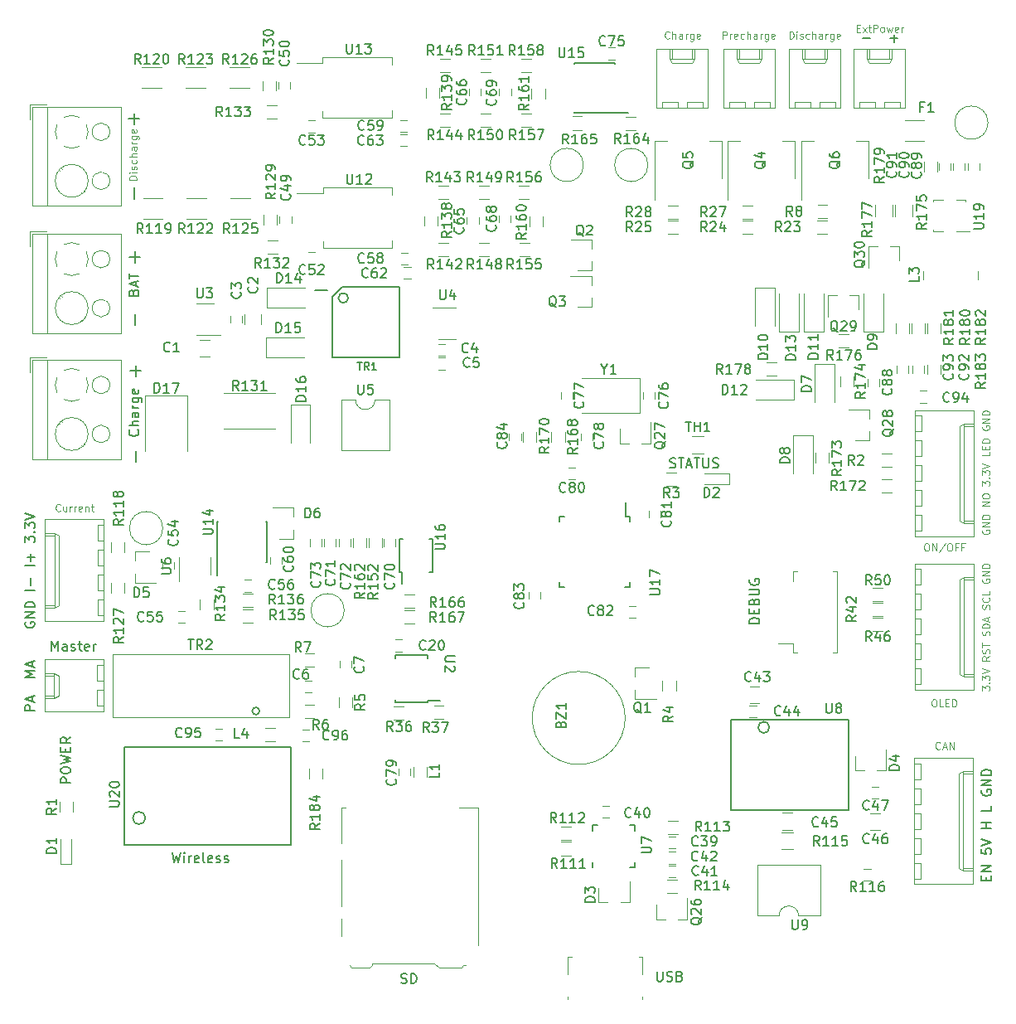
<source format=gbr>
G04 #@! TF.GenerationSoftware,KiCad,Pcbnew,(5.1.0-1152-gc9ccd8a64)*
G04 #@! TF.CreationDate,2019-07-22T10:42:35-04:00*
G04 #@! TF.ProjectId,BMS-Master,424d532d-4d61-4737-9465-722e6b696361,V0.2*
G04 #@! TF.SameCoordinates,Original*
G04 #@! TF.FileFunction,Legend,Top*
G04 #@! TF.FilePolarity,Positive*
%FSLAX46Y46*%
G04 Gerber Fmt 4.6, Leading zero omitted, Abs format (unit mm)*
G04 Created by KiCad (PCBNEW (5.1.0-1152-gc9ccd8a64)) date 2019-07-22 10:42:35*
%MOMM*%
%LPD*%
G04 APERTURE LIST*
%ADD10C,0.100000*%
%ADD11C,0.150000*%
%ADD12C,0.200000*%
%ADD13C,0.120000*%
G04 APERTURE END LIST*
D10*
X98659600Y-52001400D02*
X98623885Y-52072828D01*
X98623885Y-52179971D01*
X98659600Y-52287114D01*
X98731028Y-52358542D01*
X98802457Y-52394257D01*
X98945314Y-52429971D01*
X99052457Y-52429971D01*
X99195314Y-52394257D01*
X99266742Y-52358542D01*
X99338171Y-52287114D01*
X99373885Y-52179971D01*
X99373885Y-52108542D01*
X99338171Y-52001400D01*
X99302457Y-51965685D01*
X99052457Y-51965685D01*
X99052457Y-52108542D01*
X99373885Y-51644257D02*
X98623885Y-51644257D01*
X99373885Y-51215685D01*
X98623885Y-51215685D01*
X99373885Y-50858542D02*
X98623885Y-50858542D01*
X98623885Y-50679971D01*
X98659600Y-50572828D01*
X98731028Y-50501400D01*
X98802457Y-50465685D01*
X98945314Y-50429971D01*
X99052457Y-50429971D01*
X99195314Y-50465685D01*
X99266742Y-50501400D01*
X99338171Y-50572828D01*
X99373885Y-50679971D01*
X99373885Y-50858542D01*
X99373885Y-49537114D02*
X98623885Y-49537114D01*
X99373885Y-49108542D01*
X98623885Y-49108542D01*
X98623885Y-48608542D02*
X98623885Y-48465685D01*
X98659600Y-48394257D01*
X98731028Y-48322828D01*
X98873885Y-48287114D01*
X99123885Y-48287114D01*
X99266742Y-48322828D01*
X99338171Y-48394257D01*
X99373885Y-48465685D01*
X99373885Y-48608542D01*
X99338171Y-48679971D01*
X99266742Y-48751400D01*
X99123885Y-48787114D01*
X98873885Y-48787114D01*
X98731028Y-48751400D01*
X98659600Y-48679971D01*
X98623885Y-48608542D01*
X98623885Y-47465685D02*
X98623885Y-47001400D01*
X98909600Y-47251400D01*
X98909600Y-47144257D01*
X98945314Y-47072828D01*
X98981028Y-47037114D01*
X99052457Y-47001400D01*
X99231028Y-47001400D01*
X99302457Y-47037114D01*
X99338171Y-47072828D01*
X99373885Y-47144257D01*
X99373885Y-47358542D01*
X99338171Y-47429971D01*
X99302457Y-47465685D01*
X99302457Y-46679971D02*
X99338171Y-46644257D01*
X99373885Y-46679971D01*
X99338171Y-46715685D01*
X99302457Y-46679971D01*
X99373885Y-46679971D01*
X98623885Y-46394257D02*
X98623885Y-45929971D01*
X98909600Y-46179971D01*
X98909600Y-46072828D01*
X98945314Y-46001400D01*
X98981028Y-45965685D01*
X99052457Y-45929971D01*
X99231028Y-45929971D01*
X99302457Y-45965685D01*
X99338171Y-46001400D01*
X99373885Y-46072828D01*
X99373885Y-46287114D01*
X99338171Y-46358542D01*
X99302457Y-46394257D01*
X98623885Y-45715685D02*
X99373885Y-45465685D01*
X98623885Y-45215685D01*
X99373885Y-44037114D02*
X99373885Y-44394257D01*
X98623885Y-44394257D01*
X98981028Y-43787114D02*
X98981028Y-43537114D01*
X99373885Y-43429971D02*
X99373885Y-43787114D01*
X98623885Y-43787114D01*
X98623885Y-43429971D01*
X99373885Y-43108542D02*
X98623885Y-43108542D01*
X98623885Y-42929971D01*
X98659600Y-42822828D01*
X98731028Y-42751400D01*
X98802457Y-42715685D01*
X98945314Y-42679971D01*
X99052457Y-42679971D01*
X99195314Y-42715685D01*
X99266742Y-42751400D01*
X99338171Y-42822828D01*
X99373885Y-42929971D01*
X99373885Y-43108542D01*
X98659600Y-41394257D02*
X98623885Y-41465685D01*
X98623885Y-41572828D01*
X98659600Y-41679971D01*
X98731028Y-41751400D01*
X98802457Y-41787114D01*
X98945314Y-41822828D01*
X99052457Y-41822828D01*
X99195314Y-41787114D01*
X99266742Y-41751400D01*
X99338171Y-41679971D01*
X99373885Y-41572828D01*
X99373885Y-41501400D01*
X99338171Y-41394257D01*
X99302457Y-41358542D01*
X99052457Y-41358542D01*
X99052457Y-41501400D01*
X99373885Y-41037114D02*
X98623885Y-41037114D01*
X99373885Y-40608542D01*
X98623885Y-40608542D01*
X99373885Y-40251400D02*
X98623885Y-40251400D01*
X98623885Y-40072828D01*
X98659600Y-39965685D01*
X98731028Y-39894257D01*
X98802457Y-39858542D01*
X98945314Y-39822828D01*
X99052457Y-39822828D01*
X99195314Y-39858542D01*
X99266742Y-39894257D01*
X99338171Y-39965685D01*
X99373885Y-40072828D01*
X99373885Y-40251400D01*
X98623885Y-68399800D02*
X98623885Y-67935514D01*
X98909600Y-68185514D01*
X98909600Y-68078371D01*
X98945314Y-68006942D01*
X98981028Y-67971228D01*
X99052457Y-67935514D01*
X99231028Y-67935514D01*
X99302457Y-67971228D01*
X99338171Y-68006942D01*
X99373885Y-68078371D01*
X99373885Y-68292657D01*
X99338171Y-68364085D01*
X99302457Y-68399800D01*
X99302457Y-67614085D02*
X99338171Y-67578371D01*
X99373885Y-67614085D01*
X99338171Y-67649800D01*
X99302457Y-67614085D01*
X99373885Y-67614085D01*
X98623885Y-67328371D02*
X98623885Y-66864085D01*
X98909600Y-67114085D01*
X98909600Y-67006942D01*
X98945314Y-66935514D01*
X98981028Y-66899800D01*
X99052457Y-66864085D01*
X99231028Y-66864085D01*
X99302457Y-66899800D01*
X99338171Y-66935514D01*
X99373885Y-67006942D01*
X99373885Y-67221228D01*
X99338171Y-67292657D01*
X99302457Y-67328371D01*
X98623885Y-66649800D02*
X99373885Y-66399800D01*
X98623885Y-66149800D01*
X99373885Y-64899800D02*
X99016742Y-65149800D01*
X99373885Y-65328371D02*
X98623885Y-65328371D01*
X98623885Y-65042657D01*
X98659600Y-64971228D01*
X98695314Y-64935514D01*
X98766742Y-64899800D01*
X98873885Y-64899800D01*
X98945314Y-64935514D01*
X98981028Y-64971228D01*
X99016742Y-65042657D01*
X99016742Y-65328371D01*
X99338171Y-64614085D02*
X99373885Y-64506942D01*
X99373885Y-64328371D01*
X99338171Y-64256942D01*
X99302457Y-64221228D01*
X99231028Y-64185514D01*
X99159600Y-64185514D01*
X99088171Y-64221228D01*
X99052457Y-64256942D01*
X99016742Y-64328371D01*
X98981028Y-64471228D01*
X98945314Y-64542657D01*
X98909600Y-64578371D01*
X98838171Y-64614085D01*
X98766742Y-64614085D01*
X98695314Y-64578371D01*
X98659600Y-64542657D01*
X98623885Y-64471228D01*
X98623885Y-64292657D01*
X98659600Y-64185514D01*
X98623885Y-63971228D02*
X98623885Y-63542657D01*
X99373885Y-63756942D02*
X98623885Y-63756942D01*
X99338171Y-62756942D02*
X99373885Y-62649800D01*
X99373885Y-62471228D01*
X99338171Y-62399800D01*
X99302457Y-62364085D01*
X99231028Y-62328371D01*
X99159600Y-62328371D01*
X99088171Y-62364085D01*
X99052457Y-62399800D01*
X99016742Y-62471228D01*
X98981028Y-62614085D01*
X98945314Y-62685514D01*
X98909600Y-62721228D01*
X98838171Y-62756942D01*
X98766742Y-62756942D01*
X98695314Y-62721228D01*
X98659600Y-62685514D01*
X98623885Y-62614085D01*
X98623885Y-62435514D01*
X98659600Y-62328371D01*
X99373885Y-62006942D02*
X98623885Y-62006942D01*
X98623885Y-61828371D01*
X98659600Y-61721228D01*
X98731028Y-61649800D01*
X98802457Y-61614085D01*
X98945314Y-61578371D01*
X99052457Y-61578371D01*
X99195314Y-61614085D01*
X99266742Y-61649800D01*
X99338171Y-61721228D01*
X99373885Y-61828371D01*
X99373885Y-62006942D01*
X99159600Y-61292657D02*
X99159600Y-60935514D01*
X99373885Y-61364085D02*
X98623885Y-61114085D01*
X99373885Y-60864085D01*
X99338171Y-60078371D02*
X99373885Y-59971228D01*
X99373885Y-59792657D01*
X99338171Y-59721228D01*
X99302457Y-59685514D01*
X99231028Y-59649800D01*
X99159600Y-59649800D01*
X99088171Y-59685514D01*
X99052457Y-59721228D01*
X99016742Y-59792657D01*
X98981028Y-59935514D01*
X98945314Y-60006942D01*
X98909600Y-60042657D01*
X98838171Y-60078371D01*
X98766742Y-60078371D01*
X98695314Y-60042657D01*
X98659600Y-60006942D01*
X98623885Y-59935514D01*
X98623885Y-59756942D01*
X98659600Y-59649800D01*
X99302457Y-58899800D02*
X99338171Y-58935514D01*
X99373885Y-59042657D01*
X99373885Y-59114085D01*
X99338171Y-59221228D01*
X99266742Y-59292657D01*
X99195314Y-59328371D01*
X99052457Y-59364085D01*
X98945314Y-59364085D01*
X98802457Y-59328371D01*
X98731028Y-59292657D01*
X98659600Y-59221228D01*
X98623885Y-59114085D01*
X98623885Y-59042657D01*
X98659600Y-58935514D01*
X98695314Y-58899800D01*
X99373885Y-58221228D02*
X99373885Y-58578371D01*
X98623885Y-58578371D01*
X98659600Y-57006942D02*
X98623885Y-57078371D01*
X98623885Y-57185514D01*
X98659600Y-57292657D01*
X98731028Y-57364085D01*
X98802457Y-57399800D01*
X98945314Y-57435514D01*
X99052457Y-57435514D01*
X99195314Y-57399800D01*
X99266742Y-57364085D01*
X99338171Y-57292657D01*
X99373885Y-57185514D01*
X99373885Y-57114085D01*
X99338171Y-57006942D01*
X99302457Y-56971228D01*
X99052457Y-56971228D01*
X99052457Y-57114085D01*
X99373885Y-56649800D02*
X98623885Y-56649800D01*
X99373885Y-56221228D01*
X98623885Y-56221228D01*
X99373885Y-55864085D02*
X98623885Y-55864085D01*
X98623885Y-55685514D01*
X98659600Y-55578371D01*
X98731028Y-55506942D01*
X98802457Y-55471228D01*
X98945314Y-55435514D01*
X99052457Y-55435514D01*
X99195314Y-55471228D01*
X99266742Y-55506942D01*
X99338171Y-55578371D01*
X99373885Y-55685514D01*
X99373885Y-55864085D01*
D11*
X99039371Y-87762647D02*
X99039371Y-87429314D01*
X99563180Y-87286457D02*
X99563180Y-87762647D01*
X98563180Y-87762647D01*
X98563180Y-87286457D01*
X99563180Y-86857885D02*
X98563180Y-86857885D01*
X99563180Y-86286457D01*
X98563180Y-86286457D01*
X98563180Y-84572171D02*
X98563180Y-85048361D01*
X99039371Y-85095980D01*
X98991752Y-85048361D01*
X98944133Y-84953123D01*
X98944133Y-84715028D01*
X98991752Y-84619790D01*
X99039371Y-84572171D01*
X99134609Y-84524552D01*
X99372704Y-84524552D01*
X99467942Y-84572171D01*
X99515561Y-84619790D01*
X99563180Y-84715028D01*
X99563180Y-84953123D01*
X99515561Y-85048361D01*
X99467942Y-85095980D01*
X98563180Y-84238838D02*
X99563180Y-83905504D01*
X98563180Y-83572171D01*
X99563180Y-82476933D02*
X98563180Y-82476933D01*
X99039371Y-82476933D02*
X99039371Y-81905504D01*
X99563180Y-81905504D02*
X98563180Y-81905504D01*
X99563180Y-80191219D02*
X99563180Y-80667409D01*
X98563180Y-80667409D01*
X98610800Y-78572171D02*
X98563180Y-78667409D01*
X98563180Y-78810266D01*
X98610800Y-78953123D01*
X98706038Y-79048361D01*
X98801276Y-79095980D01*
X98991752Y-79143600D01*
X99134609Y-79143600D01*
X99325085Y-79095980D01*
X99420323Y-79048361D01*
X99515561Y-78953123D01*
X99563180Y-78810266D01*
X99563180Y-78715028D01*
X99515561Y-78572171D01*
X99467942Y-78524552D01*
X99134609Y-78524552D01*
X99134609Y-78715028D01*
X99563180Y-78095980D02*
X98563180Y-78095980D01*
X99563180Y-77524552D01*
X98563180Y-77524552D01*
X99563180Y-77048361D02*
X98563180Y-77048361D01*
X98563180Y-76810266D01*
X98610800Y-76667409D01*
X98706038Y-76572171D01*
X98801276Y-76524552D01*
X98991752Y-76476933D01*
X99134609Y-76476933D01*
X99325085Y-76524552D01*
X99420323Y-76572171D01*
X99515561Y-76667409D01*
X99563180Y-76810266D01*
X99563180Y-77048361D01*
X871599Y-61422895D02*
X823980Y-61518133D01*
X823980Y-61660990D01*
X871599Y-61803847D01*
X966838Y-61899085D01*
X1062076Y-61946704D01*
X1252552Y-61994323D01*
X1395409Y-61994323D01*
X1585885Y-61946704D01*
X1681123Y-61899085D01*
X1776361Y-61803847D01*
X1823980Y-61660990D01*
X1823980Y-61565752D01*
X1776361Y-61422895D01*
X1728742Y-61375276D01*
X1395409Y-61375276D01*
X1395409Y-61565752D01*
X1823980Y-60946704D02*
X823980Y-60946704D01*
X1823980Y-60375276D01*
X823980Y-60375276D01*
X1823980Y-59899085D02*
X823980Y-59899085D01*
X823980Y-59660990D01*
X871599Y-59518133D01*
X966838Y-59422895D01*
X1062076Y-59375276D01*
X1252552Y-59327657D01*
X1395409Y-59327657D01*
X1585885Y-59375276D01*
X1681123Y-59422895D01*
X1776361Y-59518133D01*
X1823980Y-59660990D01*
X1823980Y-59899085D01*
X1823980Y-58137180D02*
X823980Y-58137180D01*
X1443028Y-57660990D02*
X1443028Y-56899085D01*
X1823980Y-55660990D02*
X823980Y-55660990D01*
X1443028Y-55184800D02*
X1443028Y-54422895D01*
X1823980Y-54803847D02*
X1062076Y-54803847D01*
X823980Y-53280038D02*
X823980Y-52660990D01*
X1204933Y-52994323D01*
X1204933Y-52851466D01*
X1252552Y-52756228D01*
X1300171Y-52708609D01*
X1395409Y-52660990D01*
X1633504Y-52660990D01*
X1728742Y-52708609D01*
X1776361Y-52756228D01*
X1823980Y-52851466D01*
X1823980Y-53137180D01*
X1776361Y-53232419D01*
X1728742Y-53280038D01*
X1728742Y-52232419D02*
X1776361Y-52184800D01*
X1823980Y-52232419D01*
X1776361Y-52280038D01*
X1728742Y-52232419D01*
X1823980Y-52232419D01*
X823980Y-51851466D02*
X823980Y-51232419D01*
X1204933Y-51565752D01*
X1204933Y-51422895D01*
X1252552Y-51327657D01*
X1300171Y-51280038D01*
X1395409Y-51232419D01*
X1633504Y-51232419D01*
X1728742Y-51280038D01*
X1776361Y-51327657D01*
X1823980Y-51422895D01*
X1823980Y-51708609D01*
X1776361Y-51803847D01*
X1728742Y-51851466D01*
X823980Y-50946704D02*
X1823980Y-50613371D01*
X823980Y-50280038D01*
X1823980Y-70448180D02*
X823980Y-70448180D01*
X823980Y-70067228D01*
X871599Y-69971990D01*
X919219Y-69924371D01*
X1014457Y-69876752D01*
X1157314Y-69876752D01*
X1252552Y-69924371D01*
X1300171Y-69971990D01*
X1347790Y-70067228D01*
X1347790Y-70448180D01*
X1538266Y-69495800D02*
X1538266Y-69019609D01*
X1823980Y-69591038D02*
X823980Y-69257704D01*
X1823980Y-68924371D01*
X1823980Y-67067228D02*
X823980Y-67067228D01*
X1538266Y-66733895D01*
X823980Y-66400561D01*
X1823980Y-66400561D01*
X1538266Y-65971990D02*
X1538266Y-65495800D01*
X1823980Y-66067228D02*
X823980Y-65733895D01*
X1823980Y-65400561D01*
X89976104Y-1808171D02*
X89214200Y-1808171D01*
X89595152Y-1427219D02*
X89595152Y-2189123D01*
X87214200Y-1808171D02*
X86452295Y-1808171D01*
D12*
X12121342Y-45060571D02*
X12121342Y-43917714D01*
X12121342Y-36346285D02*
X12121342Y-35203428D01*
X12692771Y-35774857D02*
X11549914Y-35774857D01*
X12045142Y-31116114D02*
X12045142Y-29973257D01*
X12045142Y-24687542D02*
X12045142Y-23544685D01*
X12616571Y-24116114D02*
X11473714Y-24116114D01*
X11968942Y-18174742D02*
X11968942Y-17031885D01*
X11968942Y-10603314D02*
X11968942Y-9460457D01*
X12540371Y-10031885D02*
X11397514Y-10031885D01*
D13*
X17400000Y-38250000D02*
X13100000Y-38250000D01*
X13100000Y-38250000D02*
X13100000Y-43950000D01*
X17400000Y-38250000D02*
X17400000Y-43950000D01*
X29975000Y-39225000D02*
X27975000Y-39225000D01*
X27975000Y-39225000D02*
X27975000Y-43125000D01*
X29975000Y-39225000D02*
X29975000Y-43125000D01*
X21175000Y-38055000D02*
X26375000Y-38055000D01*
X26375000Y-41695000D02*
X21175000Y-41695000D01*
X82800000Y-20180000D02*
X81800000Y-20180000D01*
X81800000Y-18820000D02*
X82800000Y-18820000D01*
X66556000Y-20402000D02*
X67556000Y-20402000D01*
X67556000Y-21762000D02*
X66556000Y-21762000D01*
X91747400Y-68324400D02*
X97747400Y-68324400D01*
X97747400Y-68324400D02*
X97747400Y-55424400D01*
X97747400Y-55424400D02*
X91747400Y-55424400D01*
X91747400Y-55424400D02*
X91747400Y-68324400D01*
X97747400Y-66954400D02*
X96747400Y-66954400D01*
X96747400Y-66954400D02*
X96747400Y-56794400D01*
X96747400Y-56794400D02*
X97747400Y-56794400D01*
X96747400Y-66954400D02*
X96317400Y-66704400D01*
X96317400Y-66704400D02*
X96317400Y-57044400D01*
X96317400Y-57044400D02*
X96747400Y-56794400D01*
X97747400Y-66704400D02*
X96747400Y-66704400D01*
X97747400Y-57044400D02*
X96747400Y-57044400D01*
X91747400Y-67754400D02*
X92367400Y-67754400D01*
X92367400Y-67754400D02*
X92367400Y-66154400D01*
X92367400Y-66154400D02*
X91747400Y-66154400D01*
X91747400Y-65214400D02*
X92367400Y-65214400D01*
X92367400Y-65214400D02*
X92367400Y-63614400D01*
X92367400Y-63614400D02*
X91747400Y-63614400D01*
X91747400Y-62674400D02*
X92367400Y-62674400D01*
X92367400Y-62674400D02*
X92367400Y-61074400D01*
X92367400Y-61074400D02*
X91747400Y-61074400D01*
X91747400Y-60134400D02*
X92367400Y-60134400D01*
X92367400Y-60134400D02*
X92367400Y-58534400D01*
X92367400Y-58534400D02*
X91747400Y-58534400D01*
X91747400Y-57594400D02*
X92367400Y-57594400D01*
X92367400Y-57594400D02*
X92367400Y-55994400D01*
X92367400Y-55994400D02*
X91747400Y-55994400D01*
X91680000Y-88170000D02*
X97680000Y-88170000D01*
X97680000Y-88170000D02*
X97680000Y-75270000D01*
X97680000Y-75270000D02*
X91680000Y-75270000D01*
X91680000Y-75270000D02*
X91680000Y-88170000D01*
X97680000Y-86800000D02*
X96680000Y-86800000D01*
X96680000Y-86800000D02*
X96680000Y-76640000D01*
X96680000Y-76640000D02*
X97680000Y-76640000D01*
X96680000Y-86800000D02*
X96250000Y-86550000D01*
X96250000Y-86550000D02*
X96250000Y-76890000D01*
X96250000Y-76890000D02*
X96680000Y-76640000D01*
X97680000Y-86550000D02*
X96680000Y-86550000D01*
X97680000Y-76890000D02*
X96680000Y-76890000D01*
X91680000Y-87600000D02*
X92300000Y-87600000D01*
X92300000Y-87600000D02*
X92300000Y-86000000D01*
X92300000Y-86000000D02*
X91680000Y-86000000D01*
X91680000Y-85060000D02*
X92300000Y-85060000D01*
X92300000Y-85060000D02*
X92300000Y-83460000D01*
X92300000Y-83460000D02*
X91680000Y-83460000D01*
X91680000Y-82520000D02*
X92300000Y-82520000D01*
X92300000Y-82520000D02*
X92300000Y-80920000D01*
X92300000Y-80920000D02*
X91680000Y-80920000D01*
X91680000Y-79980000D02*
X92300000Y-79980000D01*
X92300000Y-79980000D02*
X92300000Y-78380000D01*
X92300000Y-78380000D02*
X91680000Y-78380000D01*
X91680000Y-77440000D02*
X92300000Y-77440000D01*
X92300000Y-77440000D02*
X92300000Y-75840000D01*
X92300000Y-75840000D02*
X91680000Y-75840000D01*
X91780000Y-52670000D02*
X97780000Y-52670000D01*
X97780000Y-52670000D02*
X97780000Y-39770000D01*
X97780000Y-39770000D02*
X91780000Y-39770000D01*
X91780000Y-39770000D02*
X91780000Y-52670000D01*
X97780000Y-51300000D02*
X96780000Y-51300000D01*
X96780000Y-51300000D02*
X96780000Y-41140000D01*
X96780000Y-41140000D02*
X97780000Y-41140000D01*
X96780000Y-51300000D02*
X96350000Y-51050000D01*
X96350000Y-51050000D02*
X96350000Y-41390000D01*
X96350000Y-41390000D02*
X96780000Y-41140000D01*
X97780000Y-51050000D02*
X96780000Y-51050000D01*
X97780000Y-41390000D02*
X96780000Y-41390000D01*
X91780000Y-52100000D02*
X92400000Y-52100000D01*
X92400000Y-52100000D02*
X92400000Y-50500000D01*
X92400000Y-50500000D02*
X91780000Y-50500000D01*
X91780000Y-49560000D02*
X92400000Y-49560000D01*
X92400000Y-49560000D02*
X92400000Y-47960000D01*
X92400000Y-47960000D02*
X91780000Y-47960000D01*
X91780000Y-47020000D02*
X92400000Y-47020000D01*
X92400000Y-47020000D02*
X92400000Y-45420000D01*
X92400000Y-45420000D02*
X91780000Y-45420000D01*
X91780000Y-44480000D02*
X92400000Y-44480000D01*
X92400000Y-44480000D02*
X92400000Y-42880000D01*
X92400000Y-42880000D02*
X91780000Y-42880000D01*
X91780000Y-41940000D02*
X92400000Y-41940000D01*
X92400000Y-41940000D02*
X92400000Y-40340000D01*
X92400000Y-40340000D02*
X91780000Y-40340000D01*
X19810000Y-56600000D02*
X19810000Y-54800000D01*
X16590000Y-54800000D02*
X16590000Y-57250000D01*
D11*
X20425000Y-55275000D02*
X20475000Y-55275000D01*
X20425000Y-51125000D02*
X20570000Y-51125000D01*
X25575000Y-51125000D02*
X25430000Y-51125000D01*
X25575000Y-55275000D02*
X25430000Y-55275000D01*
X20425000Y-55275000D02*
X20425000Y-51125000D01*
X25575000Y-55275000D02*
X25575000Y-51125000D01*
X20475000Y-55275000D02*
X20475000Y-56675000D01*
D13*
X62150000Y-71200000D02*
G75*
G03X62150000Y-71200000I-4750000J0D01*
G01*
X77866840Y-91400000D02*
G75*
G02X79866840Y-91400000I1000000J0D01*
G01*
X79866840Y-91400000D02*
X82101840Y-91400000D01*
X82101840Y-91400000D02*
X82101840Y-86200000D01*
X82101840Y-86200000D02*
X75631840Y-86200000D01*
X75631840Y-86200000D02*
X75631840Y-91400000D01*
X75631840Y-91400000D02*
X77866840Y-91400000D01*
X29450000Y-67400000D02*
X30150000Y-67400000D01*
X30150000Y-68600000D02*
X29450000Y-68600000D01*
D11*
X11000000Y-84200000D02*
X11000000Y-74200000D01*
X28000000Y-84200000D02*
X28000000Y-74200000D01*
X11000000Y-84200000D02*
X28000000Y-84200000D01*
X28000000Y-74200000D02*
X11000000Y-74200000D01*
X13125677Y-81409800D02*
G75*
G03X13125677Y-81409800I-643077J0D01*
G01*
D13*
X77600000Y-36280000D02*
X76600000Y-36280000D01*
X76600000Y-34920000D02*
X77600000Y-34920000D01*
X37500000Y-53650000D02*
X37500000Y-52950000D01*
X38700000Y-52950000D02*
X38700000Y-53650000D01*
X32600000Y-52950000D02*
X32600000Y-53650000D01*
X31400000Y-53650000D02*
X31400000Y-52950000D01*
D11*
X39350000Y-56275000D02*
X39350000Y-57500000D01*
X42475000Y-56275000D02*
X42475000Y-52925000D01*
X39125000Y-56275000D02*
X39125000Y-52925000D01*
X42475000Y-56275000D02*
X42175000Y-56275000D01*
X42475000Y-52925000D02*
X42175000Y-52925000D01*
X39125000Y-52925000D02*
X39425000Y-52925000D01*
X39125000Y-56275000D02*
X39350000Y-56275000D01*
X61071280Y-9439000D02*
X61071280Y-9389000D01*
X56921280Y-9439000D02*
X56921280Y-9294000D01*
X56921280Y-4289000D02*
X56921280Y-4434000D01*
X61071280Y-4289000D02*
X61071280Y-4434000D01*
X61071280Y-9439000D02*
X56921280Y-9439000D01*
X61071280Y-4289000D02*
X56921280Y-4289000D01*
X61071280Y-9389000D02*
X62471280Y-9389000D01*
D13*
X1300000Y-34400000D02*
X1300000Y-35900000D01*
X3040000Y-34400000D02*
X1300000Y-34400000D01*
X4624000Y-41020000D02*
X4531000Y-40926000D01*
X6875000Y-43270000D02*
X6816000Y-43211000D01*
X4384000Y-41190000D02*
X4326000Y-41131000D01*
X6669000Y-43475000D02*
X6576000Y-43381000D01*
X10660000Y-44760000D02*
X10660000Y-34640000D01*
X1540000Y-44760000D02*
X10660000Y-44760000D01*
X1540000Y-34640000D02*
X1540000Y-44760000D01*
X10660000Y-34640000D02*
X1540000Y-34640000D01*
X3100000Y-34640000D02*
X3100000Y-44760000D01*
X9500000Y-42200000D02*
G75*
G03X9500000Y-42200000I-900000J0D01*
G01*
X7280000Y-42200000D02*
G75*
G03X7280000Y-42200000I-1680000J0D01*
G01*
X9500000Y-37200000D02*
G75*
G03X9500000Y-37200000I-900000J0D01*
G01*
X3919550Y-37229383D02*
G75*
G02X4116000Y-36411000I1680450J29383D01*
G01*
X4810912Y-35716047D02*
G75*
G02X6389000Y-35716000I789088J-1483953D01*
G01*
X7083953Y-36410912D02*
G75*
G02X7084000Y-37989000I-1483953J-789088D01*
G01*
X6389088Y-38683953D02*
G75*
G02X4811000Y-38684000I-789088J1483953D01*
G01*
X4116648Y-37988712D02*
G75*
G02X3920000Y-37200000I1483352J788712D01*
G01*
X45200000Y-80390000D02*
X47120000Y-80390000D01*
X47120000Y-80390000D02*
X47120000Y-94400000D01*
X33600000Y-80390000D02*
X33150000Y-80390000D01*
X33150000Y-80390000D02*
X33150000Y-84000000D01*
X45440000Y-96660000D02*
X43130000Y-96660000D01*
X34180000Y-96660000D02*
X36040000Y-96660000D01*
X34180000Y-96660000D02*
X33980000Y-96460000D01*
X33150000Y-85700000D02*
X33150000Y-90400000D01*
X33150000Y-91700000D02*
X33150000Y-93500000D01*
X36250000Y-96310000D02*
X42620000Y-96310000D01*
X36250000Y-96310000D02*
X36250000Y-96460000D01*
X36040000Y-96660000D02*
X36250000Y-96460000D01*
X45440000Y-96660000D02*
X45640000Y-96460000D01*
X45640000Y-96460000D02*
X45900000Y-96460000D01*
X43130000Y-96660000D02*
X42620000Y-96310000D01*
D11*
X62187600Y-50593120D02*
X62187600Y-49218120D01*
X62637600Y-57843120D02*
X62637600Y-57318120D01*
X55387600Y-57843120D02*
X55387600Y-57318120D01*
X55387600Y-50593120D02*
X55387600Y-51118120D01*
X62637600Y-50593120D02*
X62637600Y-51118120D01*
X55387600Y-50593120D02*
X55912600Y-50593120D01*
X55387600Y-57843120D02*
X55912600Y-57843120D01*
X62637600Y-57843120D02*
X62112600Y-57843120D01*
X62637600Y-50593120D02*
X62187600Y-50593120D01*
D13*
X79300000Y-63600000D02*
X77800000Y-63600000D01*
X83800000Y-64550000D02*
X83800000Y-60400000D01*
X83400000Y-64550000D02*
X83800000Y-64550000D01*
X83800000Y-56250000D02*
X83800000Y-60400000D01*
X83400000Y-56250000D02*
X83800000Y-56250000D01*
X79300000Y-64550000D02*
X79700000Y-64550000D01*
X79300000Y-63600000D02*
X79300000Y-64550000D01*
X79300000Y-56250000D02*
X79700000Y-56250000D01*
X79300000Y-57200000D02*
X79300000Y-56250000D01*
X31300000Y-17650000D02*
X28600000Y-17650000D01*
X31300000Y-17000000D02*
X31300000Y-17650000D01*
X38350000Y-17000000D02*
X31300000Y-17000000D01*
X38350000Y-17750000D02*
X38350000Y-17000000D01*
X38350000Y-23200000D02*
X38350000Y-22450000D01*
X31300000Y-23200000D02*
X38350000Y-23200000D01*
X31300000Y-22500000D02*
X31300000Y-23200000D01*
X1300000Y-21550000D02*
X1300000Y-23050000D01*
X3040000Y-21550000D02*
X1300000Y-21550000D01*
X4624000Y-28170000D02*
X4531000Y-28076000D01*
X6875000Y-30420000D02*
X6816000Y-30361000D01*
X4384000Y-28340000D02*
X4326000Y-28281000D01*
X6669000Y-30625000D02*
X6576000Y-30531000D01*
X10660000Y-31910000D02*
X10660000Y-21790000D01*
X1540000Y-31910000D02*
X10660000Y-31910000D01*
X1540000Y-21790000D02*
X1540000Y-31910000D01*
X10660000Y-21790000D02*
X1540000Y-21790000D01*
X3100000Y-21790000D02*
X3100000Y-31910000D01*
X9500000Y-29350000D02*
G75*
G03X9500000Y-29350000I-900000J0D01*
G01*
X7280000Y-29350000D02*
G75*
G03X7280000Y-29350000I-1680000J0D01*
G01*
X9500000Y-24350000D02*
G75*
G03X9500000Y-24350000I-900000J0D01*
G01*
X3919550Y-24379383D02*
G75*
G02X4116000Y-23561000I1680450J29383D01*
G01*
X4810912Y-22866047D02*
G75*
G02X6389000Y-22866000I789088J-1483953D01*
G01*
X7083953Y-23560912D02*
G75*
G02X7084000Y-25139000I-1483953J-789088D01*
G01*
X6389088Y-25833953D02*
G75*
G02X4811000Y-25834000I-789088J1483953D01*
G01*
X4116648Y-25138712D02*
G75*
G02X3920000Y-24350000I1483352J788712D01*
G01*
X91500000Y-35950000D02*
X91500000Y-35250000D01*
X92700000Y-35250000D02*
X92700000Y-35950000D01*
X18672480Y-34259280D02*
X19672480Y-34259280D01*
X19672480Y-32559280D02*
X18672480Y-32559280D01*
X92700000Y-12270000D02*
X90700000Y-12270000D01*
X90700000Y-10130000D02*
X92700000Y-10130000D01*
X85620000Y-76560000D02*
X86550000Y-76560000D01*
X88780000Y-76560000D02*
X87850000Y-76560000D01*
X88780000Y-76560000D02*
X88780000Y-74400000D01*
X85620000Y-76560000D02*
X85620000Y-75100000D01*
X61620000Y-43160000D02*
X62550000Y-43160000D01*
X64780000Y-43160000D02*
X63850000Y-43160000D01*
X64780000Y-43160000D02*
X64780000Y-41000000D01*
X61620000Y-43160000D02*
X61620000Y-41700000D01*
X58745080Y-25515160D02*
X58745080Y-24585160D01*
X58745080Y-22355160D02*
X58745080Y-23285160D01*
X58745080Y-22355160D02*
X56585080Y-22355160D01*
X58745080Y-25515160D02*
X57285080Y-25515160D01*
X57704520Y-40092320D02*
X63604520Y-40092320D01*
X63604520Y-40092320D02*
X63604520Y-36492320D01*
X63604520Y-36492320D02*
X57704520Y-36492320D01*
D11*
X72951241Y-71390321D02*
X84951241Y-71390321D01*
X72951241Y-80590321D02*
X84951241Y-80590321D01*
X84951241Y-71390321D02*
X84951241Y-80590321D01*
X72951241Y-80590321D02*
X72951241Y-71390321D01*
X76882691Y-72154921D02*
G75*
G03X76882691Y-72154921I-573050J0D01*
G01*
D13*
X69000000Y-42420000D02*
X70200000Y-42420000D01*
X70200000Y-44180000D02*
X69000000Y-44180000D01*
X29820000Y-77400000D02*
X29820000Y-76400000D01*
X31180000Y-76400000D02*
X31180000Y-77400000D01*
X93020000Y-36100000D02*
X93020000Y-35100000D01*
X94380000Y-35100000D02*
X94380000Y-36100000D01*
X93020000Y-31900000D02*
X93020000Y-30900000D01*
X94380000Y-30900000D02*
X94380000Y-31900000D01*
X89820000Y-31900000D02*
X89820000Y-30900000D01*
X91180000Y-30900000D02*
X91180000Y-31900000D01*
X91420000Y-31900000D02*
X91420000Y-30900000D01*
X92780000Y-30900000D02*
X92780000Y-31900000D01*
X92676000Y-15400000D02*
X92676000Y-14400000D01*
X94036000Y-14400000D02*
X94036000Y-15400000D01*
X87691320Y-20009600D02*
X87691320Y-18809600D01*
X89451320Y-18809600D02*
X89451320Y-20009600D01*
X85000000Y-33380000D02*
X84000000Y-33380000D01*
X84000000Y-32020000D02*
X85000000Y-32020000D01*
X89753800Y-20009600D02*
X89753800Y-18809600D01*
X91513800Y-18809600D02*
X91513800Y-20009600D01*
X84091440Y-37355920D02*
X84091440Y-36355920D01*
X85451440Y-36355920D02*
X85451440Y-37355920D01*
X82980000Y-44100000D02*
X82980000Y-45100000D01*
X81620000Y-45100000D02*
X81620000Y-44100000D01*
X88400000Y-46820000D02*
X89400000Y-46820000D01*
X89400000Y-48180000D02*
X88400000Y-48180000D01*
X51720000Y-43000000D02*
X51720000Y-42000000D01*
X53080000Y-42000000D02*
X53080000Y-43000000D01*
X54620000Y-43000000D02*
X54620000Y-42000000D01*
X55980000Y-42000000D02*
X55980000Y-43000000D01*
X40600000Y-61580000D02*
X39600000Y-61580000D01*
X39600000Y-60220000D02*
X40600000Y-60220000D01*
X40600000Y-59980000D02*
X39600000Y-59980000D01*
X39600000Y-58620000D02*
X40600000Y-58620000D01*
X56753840Y-9780640D02*
X57753840Y-9780640D01*
X57753840Y-11140640D02*
X56753840Y-11140640D01*
X63200000Y-11180000D02*
X62200000Y-11180000D01*
X62200000Y-9820000D02*
X63200000Y-9820000D01*
X34320000Y-53800000D02*
X34320000Y-52800000D01*
X35680000Y-52800000D02*
X35680000Y-53800000D01*
X53949440Y-6935240D02*
X53949440Y-7935240D01*
X52589440Y-7935240D02*
X52589440Y-6935240D01*
X52345600Y-20965440D02*
X52345600Y-19965440D01*
X53705600Y-19965440D02*
X53705600Y-20965440D01*
X51570000Y-3892000D02*
X52570000Y-3892000D01*
X52570000Y-5252000D02*
X51570000Y-5252000D01*
X51570000Y-9480000D02*
X52570000Y-9480000D01*
X52570000Y-10840000D02*
X51570000Y-10840000D01*
X52316000Y-18206000D02*
X51316000Y-18206000D01*
X51316000Y-16846000D02*
X52316000Y-16846000D01*
X52336880Y-24048000D02*
X51336880Y-24048000D01*
X51336880Y-22688000D02*
X52336880Y-22688000D01*
X35920000Y-53800000D02*
X35920000Y-52800000D01*
X37280000Y-52800000D02*
X37280000Y-53800000D01*
X47399880Y-3892000D02*
X48399880Y-3892000D01*
X48399880Y-5252000D02*
X47399880Y-5252000D01*
X47359240Y-9480000D02*
X48359240Y-9480000D01*
X48359240Y-10840000D02*
X47359240Y-10840000D01*
X48252000Y-18206000D02*
X47252000Y-18206000D01*
X47252000Y-16846000D02*
X48252000Y-16846000D01*
X48252000Y-24048000D02*
X47252000Y-24048000D01*
X47252000Y-22688000D02*
X48252000Y-22688000D01*
X44234280Y-5252000D02*
X43234280Y-5252000D01*
X43234280Y-3892000D02*
X44234280Y-3892000D01*
X44234280Y-10840000D02*
X43234280Y-10840000D01*
X43234280Y-9480000D02*
X44234280Y-9480000D01*
X43061560Y-16846000D02*
X44061560Y-16846000D01*
X44061560Y-18206000D02*
X43061560Y-18206000D01*
X43061560Y-22688000D02*
X44061560Y-22688000D01*
X44061560Y-24048000D02*
X43061560Y-24048000D01*
X41804600Y-7848880D02*
X41804600Y-6848880D01*
X43164600Y-6848880D02*
X43164600Y-7848880D01*
X42996960Y-19958000D02*
X42996960Y-20958000D01*
X41636960Y-20958000D02*
X41636960Y-19958000D01*
X23100000Y-58520000D02*
X24100000Y-58520000D01*
X24100000Y-59880000D02*
X23100000Y-59880000D01*
X24100000Y-61480000D02*
X23100000Y-61480000D01*
X23100000Y-60120000D02*
X24100000Y-60120000D01*
X18720000Y-60100000D02*
X18720000Y-59100000D01*
X20080000Y-59100000D02*
X20080000Y-60100000D01*
X25516760Y-8631600D02*
X26516760Y-8631600D01*
X26516760Y-9991600D02*
X25516760Y-9991600D01*
X25604200Y-22452440D02*
X26604200Y-22452440D01*
X26604200Y-23812440D02*
X25604200Y-23812440D01*
X25092920Y-7154760D02*
X25092920Y-6154760D01*
X26452920Y-6154760D02*
X26452920Y-7154760D01*
X25231160Y-20813040D02*
X25231160Y-19813040D01*
X26591160Y-19813040D02*
X26591160Y-20813040D01*
X9620000Y-58400000D02*
X9620000Y-57400000D01*
X10980000Y-57400000D02*
X10980000Y-58400000D01*
X23765560Y-6881480D02*
X21765560Y-6881480D01*
X21765560Y-4741480D02*
X23765560Y-4741480D01*
X23837760Y-20270520D02*
X21837760Y-20270520D01*
X21837760Y-18130520D02*
X23837760Y-18130520D01*
X19244360Y-6881480D02*
X17244360Y-6881480D01*
X17244360Y-4741480D02*
X19244360Y-4741480D01*
X19362280Y-20270520D02*
X17362280Y-20270520D01*
X17362280Y-18130520D02*
X19362280Y-18130520D01*
X14748560Y-6856080D02*
X12748560Y-6856080D01*
X12748560Y-4716080D02*
X14748560Y-4716080D01*
X14886800Y-20265440D02*
X12886800Y-20265440D01*
X12886800Y-18125440D02*
X14886800Y-18125440D01*
X9620000Y-54300000D02*
X9620000Y-53300000D01*
X10980000Y-53300000D02*
X10980000Y-54300000D01*
X87238120Y-87794600D02*
X86538120Y-87794600D01*
X86538120Y-86594600D02*
X87238120Y-86594600D01*
X67429600Y-89076880D02*
X66429600Y-89076880D01*
X66429600Y-87716880D02*
X67429600Y-87716880D01*
X67500720Y-83087560D02*
X66500720Y-83087560D01*
X66500720Y-81727560D02*
X67500720Y-81727560D01*
X56619360Y-83679000D02*
X55619360Y-83679000D01*
X55619360Y-82319000D02*
X56619360Y-82319000D01*
X56619360Y-85223320D02*
X55619360Y-85223320D01*
X55619360Y-83863320D02*
X56619360Y-83863320D01*
X87441760Y-57875440D02*
X88441760Y-57875440D01*
X88441760Y-59235440D02*
X87441760Y-59235440D01*
X88457000Y-62288520D02*
X87457000Y-62288520D01*
X87457000Y-60928520D02*
X88457000Y-60928520D01*
X87441760Y-59419760D02*
X88441760Y-59419760D01*
X88441760Y-60779760D02*
X87441760Y-60779760D01*
X67556000Y-20238000D02*
X66556000Y-20238000D01*
X66556000Y-18878000D02*
X67556000Y-18878000D01*
X74176000Y-20402000D02*
X75176000Y-20402000D01*
X75176000Y-21762000D02*
X74176000Y-21762000D01*
X81796000Y-20402000D02*
X82796000Y-20402000D01*
X82796000Y-21762000D02*
X81796000Y-21762000D01*
X65965840Y-68400680D02*
X65965840Y-67400680D01*
X67325840Y-67400680D02*
X67325840Y-68400680D01*
X66369280Y-46114600D02*
X67369280Y-46114600D01*
X67369280Y-47474600D02*
X66369280Y-47474600D01*
X88400000Y-44220000D02*
X89400000Y-44220000D01*
X89400000Y-45580000D02*
X88400000Y-45580000D01*
X5705320Y-79755640D02*
X5705320Y-80755640D01*
X4345320Y-80755640D02*
X4345320Y-79755640D01*
X26400000Y-73580000D02*
X25400000Y-73580000D01*
X25400000Y-72220000D02*
X26400000Y-72220000D01*
X92602000Y-25600000D02*
X92602000Y-26400000D01*
X98202000Y-25600000D02*
X98202000Y-26400000D01*
X40520000Y-77200000D02*
X40520000Y-76200000D01*
X41880000Y-76200000D02*
X41880000Y-77200000D01*
X56290000Y-99900000D02*
X56290000Y-99640000D01*
X56290000Y-97360000D02*
X56290000Y-95590000D01*
X56290000Y-95590000D02*
X56670000Y-95590000D01*
X63910000Y-95590000D02*
X63910000Y-97360000D01*
X63910000Y-99640000D02*
X63910000Y-99900000D01*
X63910000Y-95590000D02*
X63530000Y-95590000D01*
X70620000Y-8920000D02*
X70620000Y-2920000D01*
X70620000Y-2920000D02*
X65340000Y-2920000D01*
X65340000Y-2920000D02*
X65340000Y-8920000D01*
X65340000Y-8920000D02*
X70620000Y-8920000D01*
X69250000Y-2920000D02*
X69250000Y-3920000D01*
X69250000Y-3920000D02*
X66710000Y-3920000D01*
X66710000Y-3920000D02*
X66710000Y-2920000D01*
X69250000Y-3920000D02*
X69000000Y-4350000D01*
X69000000Y-4350000D02*
X66960000Y-4350000D01*
X66960000Y-4350000D02*
X66710000Y-3920000D01*
X69000000Y-2920000D02*
X69000000Y-3920000D01*
X66960000Y-2920000D02*
X66960000Y-3920000D01*
X70050000Y-8920000D02*
X70050000Y-8300000D01*
X70050000Y-8300000D02*
X68450000Y-8300000D01*
X68450000Y-8300000D02*
X68450000Y-8920000D01*
X67510000Y-8920000D02*
X67510000Y-8300000D01*
X67510000Y-8300000D02*
X65910000Y-8300000D01*
X65910000Y-8300000D02*
X65910000Y-8920000D01*
X77470000Y-8920000D02*
X77470000Y-2920000D01*
X77470000Y-2920000D02*
X72190000Y-2920000D01*
X72190000Y-2920000D02*
X72190000Y-8920000D01*
X72190000Y-8920000D02*
X77470000Y-8920000D01*
X76100000Y-2920000D02*
X76100000Y-3920000D01*
X76100000Y-3920000D02*
X73560000Y-3920000D01*
X73560000Y-3920000D02*
X73560000Y-2920000D01*
X76100000Y-3920000D02*
X75850000Y-4350000D01*
X75850000Y-4350000D02*
X73810000Y-4350000D01*
X73810000Y-4350000D02*
X73560000Y-3920000D01*
X75850000Y-2920000D02*
X75850000Y-3920000D01*
X73810000Y-2920000D02*
X73810000Y-3920000D01*
X76900000Y-8920000D02*
X76900000Y-8300000D01*
X76900000Y-8300000D02*
X75300000Y-8300000D01*
X75300000Y-8300000D02*
X75300000Y-8920000D01*
X74360000Y-8920000D02*
X74360000Y-8300000D01*
X74360000Y-8300000D02*
X72760000Y-8300000D01*
X72760000Y-8300000D02*
X72760000Y-8920000D01*
X84170000Y-8920000D02*
X84170000Y-2920000D01*
X84170000Y-2920000D02*
X78890000Y-2920000D01*
X78890000Y-2920000D02*
X78890000Y-8920000D01*
X78890000Y-8920000D02*
X84170000Y-8920000D01*
X82800000Y-2920000D02*
X82800000Y-3920000D01*
X82800000Y-3920000D02*
X80260000Y-3920000D01*
X80260000Y-3920000D02*
X80260000Y-2920000D01*
X82800000Y-3920000D02*
X82550000Y-4350000D01*
X82550000Y-4350000D02*
X80510000Y-4350000D01*
X80510000Y-4350000D02*
X80260000Y-3920000D01*
X82550000Y-2920000D02*
X82550000Y-3920000D01*
X80510000Y-2920000D02*
X80510000Y-3920000D01*
X83600000Y-8920000D02*
X83600000Y-8300000D01*
X83600000Y-8300000D02*
X82000000Y-8300000D01*
X82000000Y-8300000D02*
X82000000Y-8920000D01*
X81060000Y-8920000D02*
X81060000Y-8300000D01*
X81060000Y-8300000D02*
X79460000Y-8300000D01*
X79460000Y-8300000D02*
X79460000Y-8920000D01*
X8881680Y-50930000D02*
X2881680Y-50930000D01*
X2881680Y-50930000D02*
X2881680Y-61290000D01*
X2881680Y-61290000D02*
X8881680Y-61290000D01*
X8881680Y-61290000D02*
X8881680Y-50930000D01*
X2881680Y-52300000D02*
X3881680Y-52300000D01*
X3881680Y-52300000D02*
X3881680Y-59920000D01*
X3881680Y-59920000D02*
X2881680Y-59920000D01*
X3881680Y-52300000D02*
X4311680Y-52550000D01*
X4311680Y-52550000D02*
X4311680Y-59670000D01*
X4311680Y-59670000D02*
X3881680Y-59920000D01*
X2881680Y-52550000D02*
X3881680Y-52550000D01*
X2881680Y-59670000D02*
X3881680Y-59670000D01*
X8881680Y-51500000D02*
X8261680Y-51500000D01*
X8261680Y-51500000D02*
X8261680Y-53100000D01*
X8261680Y-53100000D02*
X8881680Y-53100000D01*
X8881680Y-54040000D02*
X8261680Y-54040000D01*
X8261680Y-54040000D02*
X8261680Y-55640000D01*
X8261680Y-55640000D02*
X8881680Y-55640000D01*
X8881680Y-56580000D02*
X8261680Y-56580000D01*
X8261680Y-56580000D02*
X8261680Y-58180000D01*
X8261680Y-58180000D02*
X8881680Y-58180000D01*
X8881680Y-59120000D02*
X8261680Y-59120000D01*
X8261680Y-59120000D02*
X8261680Y-60720000D01*
X8261680Y-60720000D02*
X8881680Y-60720000D01*
X90770000Y-8920000D02*
X90770000Y-2920000D01*
X90770000Y-2920000D02*
X85490000Y-2920000D01*
X85490000Y-2920000D02*
X85490000Y-8920000D01*
X85490000Y-8920000D02*
X90770000Y-8920000D01*
X89400000Y-2920000D02*
X89400000Y-3920000D01*
X89400000Y-3920000D02*
X86860000Y-3920000D01*
X86860000Y-3920000D02*
X86860000Y-2920000D01*
X89400000Y-3920000D02*
X89150000Y-4350000D01*
X89150000Y-4350000D02*
X87110000Y-4350000D01*
X87110000Y-4350000D02*
X86860000Y-3920000D01*
X89150000Y-2920000D02*
X89150000Y-3920000D01*
X87110000Y-2920000D02*
X87110000Y-3920000D01*
X90200000Y-8920000D02*
X90200000Y-8300000D01*
X90200000Y-8300000D02*
X88600000Y-8300000D01*
X88600000Y-8300000D02*
X88600000Y-8920000D01*
X87660000Y-8920000D02*
X87660000Y-8300000D01*
X87660000Y-8300000D02*
X86060000Y-8300000D01*
X86060000Y-8300000D02*
X86060000Y-8920000D01*
X72810759Y-47364239D02*
X72810759Y-46264239D01*
X72810759Y-46264239D02*
X70210759Y-46264239D01*
X72810759Y-47364239D02*
X70210759Y-47364239D01*
X4485480Y-86139960D02*
X5585480Y-86139960D01*
X5585480Y-86139960D02*
X5585480Y-83539960D01*
X4485480Y-86139960D02*
X4485480Y-83539960D01*
X29850000Y-73600000D02*
X29150000Y-73600000D01*
X29150000Y-72400000D02*
X29850000Y-72400000D01*
X20250000Y-72300000D02*
X20950000Y-72300000D01*
X20950000Y-73500000D02*
X20250000Y-73500000D01*
X92250000Y-37800000D02*
X92950000Y-37800000D01*
X92950000Y-39000000D02*
X92250000Y-39000000D01*
X89900000Y-35950000D02*
X89900000Y-35250000D01*
X91100000Y-35250000D02*
X91100000Y-35950000D01*
X95402120Y-14550000D02*
X95402120Y-15250000D01*
X94202120Y-15250000D02*
X94202120Y-14550000D01*
X96860080Y-14550000D02*
X96860080Y-15250000D01*
X95660080Y-15250000D02*
X95660080Y-14550000D01*
X98356000Y-14550000D02*
X98356000Y-15250000D01*
X97156000Y-15250000D02*
X97156000Y-14550000D01*
X88124800Y-36617680D02*
X88124800Y-37317680D01*
X86924800Y-37317680D02*
X86924800Y-36617680D01*
X51500000Y-42150000D02*
X51500000Y-42850000D01*
X50300000Y-42850000D02*
X50300000Y-42150000D01*
X52300000Y-59050000D02*
X52300000Y-58350000D01*
X53500000Y-58350000D02*
X53500000Y-59050000D01*
X63250000Y-60975080D02*
X62550000Y-60975080D01*
X62550000Y-59775080D02*
X63250000Y-59775080D01*
X65750000Y-50050000D02*
X65750000Y-50750000D01*
X64550000Y-50750000D02*
X64550000Y-50050000D01*
X56350000Y-45600000D02*
X57050000Y-45600000D01*
X57050000Y-46800000D02*
X56350000Y-46800000D01*
X40200000Y-76350000D02*
X40200000Y-77050000D01*
X39000000Y-77050000D02*
X39000000Y-76350000D01*
X60403960Y-2753720D02*
X61103960Y-2753720D01*
X61103960Y-3953720D02*
X60403960Y-3953720D01*
X29900000Y-53650000D02*
X29900000Y-52950000D01*
X31100000Y-52950000D02*
X31100000Y-53650000D01*
X32900000Y-53650000D02*
X32900000Y-52950000D01*
X34100000Y-52950000D02*
X34100000Y-53650000D01*
X50486160Y-6963320D02*
X50486160Y-7663320D01*
X49286160Y-7663320D02*
X49286160Y-6963320D01*
X49255680Y-20566520D02*
X49255680Y-19866520D01*
X50455680Y-19866520D02*
X50455680Y-20566520D01*
X47387360Y-6963320D02*
X47387360Y-7663320D01*
X46187360Y-7663320D02*
X46187360Y-6963320D01*
X45984160Y-20764640D02*
X45984160Y-20064640D01*
X47184160Y-20064640D02*
X47184160Y-20764640D01*
X39157720Y-11620600D02*
X39857720Y-11620600D01*
X39857720Y-12820600D02*
X39157720Y-12820600D01*
X39533640Y-25148640D02*
X40233640Y-25148640D01*
X40233640Y-26348640D02*
X39533640Y-26348640D01*
X27100000Y-54750000D02*
X27100000Y-55450000D01*
X25900000Y-55450000D02*
X25900000Y-54750000D01*
X39157720Y-10127080D02*
X39857720Y-10127080D01*
X39857720Y-11327080D02*
X39157720Y-11327080D01*
X39269480Y-23716080D02*
X39969480Y-23716080D01*
X39969480Y-24916080D02*
X39269480Y-24916080D01*
X23950000Y-58300000D02*
X23250000Y-58300000D01*
X23250000Y-57100000D02*
X23950000Y-57100000D01*
X16450000Y-60300000D02*
X17150000Y-60300000D01*
X17150000Y-61500000D02*
X16450000Y-61500000D01*
X14850560Y-56001160D02*
X14850560Y-55301160D01*
X16050560Y-55301160D02*
X16050560Y-56001160D01*
X30450000Y-11400000D02*
X29750000Y-11400000D01*
X29750000Y-10200000D02*
X30450000Y-10200000D01*
X30450000Y-24800000D02*
X29750000Y-24800000D01*
X29750000Y-23600000D02*
X30450000Y-23600000D01*
X27907080Y-6264120D02*
X27907080Y-6964120D01*
X26707080Y-6964120D02*
X26707080Y-6264120D01*
X28045320Y-19952880D02*
X28045320Y-20652880D01*
X26845320Y-20652880D02*
X26845320Y-19952880D01*
X87350000Y-78200000D02*
X88050000Y-78200000D01*
X88050000Y-79400000D02*
X87350000Y-79400000D01*
X87200000Y-82650000D02*
X88200000Y-82650000D01*
X88200000Y-80950000D02*
X87200000Y-80950000D01*
X78227920Y-82598840D02*
X79227920Y-82598840D01*
X79227920Y-80898840D02*
X78227920Y-80898840D01*
X74850560Y-69912960D02*
X75550560Y-69912960D01*
X75550560Y-71112960D02*
X74850560Y-71112960D01*
X75858040Y-67961160D02*
X74858040Y-67961160D01*
X74858040Y-69661160D02*
X75858040Y-69661160D01*
X66599920Y-84880960D02*
X67299920Y-84880960D01*
X67299920Y-86080960D02*
X66599920Y-86080960D01*
X66589760Y-86288120D02*
X67289760Y-86288120D01*
X67289760Y-87488120D02*
X66589760Y-87488120D01*
X59797800Y-80181960D02*
X60497800Y-80181960D01*
X60497800Y-81381960D02*
X59797800Y-81381960D01*
X66589760Y-83316320D02*
X67289760Y-83316320D01*
X67289760Y-84516320D02*
X66589760Y-84516320D01*
X59441560Y-90035720D02*
X59441560Y-88575720D01*
X62601560Y-90035720D02*
X62601560Y-87875720D01*
X62601560Y-90035720D02*
X61671560Y-90035720D01*
X59441560Y-90035720D02*
X60371560Y-90035720D01*
X63137560Y-66071760D02*
X63137560Y-67001760D01*
X63137560Y-69231760D02*
X63137560Y-68301760D01*
X63137560Y-69231760D02*
X65297560Y-69231760D01*
X63137560Y-66071760D02*
X64597560Y-66071760D01*
X65339440Y-91757840D02*
X66269440Y-91757840D01*
X68499440Y-91757840D02*
X67569440Y-91757840D01*
X68499440Y-91757840D02*
X68499440Y-89597840D01*
X65339440Y-91757840D02*
X65339440Y-90297840D01*
X87116400Y-42880920D02*
X85656400Y-42880920D01*
X87116400Y-39720920D02*
X84956400Y-39720920D01*
X87116400Y-39720920D02*
X87116400Y-40650920D01*
X87116400Y-42880920D02*
X87116400Y-41950920D01*
X85980000Y-28040000D02*
X85050000Y-28040000D01*
X82820000Y-28040000D02*
X83750000Y-28040000D01*
X82820000Y-28040000D02*
X82820000Y-30200000D01*
X85980000Y-28040000D02*
X85980000Y-29500000D01*
X90130000Y-23040000D02*
X89200000Y-23040000D01*
X86970000Y-23040000D02*
X87900000Y-23040000D01*
X86970000Y-23040000D02*
X86970000Y-25200000D01*
X90130000Y-23040000D02*
X90130000Y-24500000D01*
D11*
X58823561Y-82162519D02*
X59348561Y-82162519D01*
X63123561Y-86462519D02*
X62598561Y-86462519D01*
X63123561Y-82162519D02*
X62598561Y-82162519D01*
X58823561Y-86462519D02*
X58823561Y-85937519D01*
X63123561Y-86462519D02*
X63123561Y-85937519D01*
X63123561Y-82162519D02*
X63123561Y-82687519D01*
X58823561Y-82162519D02*
X58823561Y-82687519D01*
D13*
X39350000Y-64400000D02*
X38650000Y-64400000D01*
X38650000Y-63200000D02*
X39350000Y-63200000D01*
X39525280Y-71349480D02*
X38525280Y-71349480D01*
X38525280Y-69989480D02*
X39525280Y-69989480D01*
X42609600Y-69974240D02*
X43609600Y-69974240D01*
X43609600Y-71334240D02*
X42609600Y-71334240D01*
X83515920Y-35037720D02*
X81515920Y-35037720D01*
X81515920Y-35037720D02*
X81515920Y-38937720D01*
X83515920Y-35037720D02*
X83515920Y-38937720D01*
X81300000Y-42350000D02*
X81300000Y-46250000D01*
X79300000Y-42350000D02*
X79300000Y-46250000D01*
X81300000Y-42350000D02*
X79300000Y-42350000D01*
X86500000Y-31750000D02*
X86500000Y-27850000D01*
X88500000Y-31750000D02*
X88500000Y-27850000D01*
X86500000Y-31750000D02*
X88500000Y-31750000D01*
X77400000Y-27250000D02*
X77400000Y-31150000D01*
X75400000Y-27250000D02*
X75400000Y-31150000D01*
X77400000Y-27250000D02*
X75400000Y-27250000D01*
X80400000Y-31750000D02*
X80400000Y-27850000D01*
X82400000Y-31750000D02*
X82400000Y-27850000D01*
X80400000Y-31750000D02*
X82400000Y-31750000D01*
X79350000Y-38700000D02*
X75450000Y-38700000D01*
X79350000Y-36700000D02*
X75450000Y-36700000D01*
X79350000Y-38700000D02*
X79350000Y-36700000D01*
X12040000Y-54220000D02*
X12040000Y-55150000D01*
X12040000Y-57380000D02*
X12040000Y-56450000D01*
X12040000Y-57380000D02*
X14200000Y-57380000D01*
X12040000Y-54220000D02*
X13500000Y-54220000D01*
X28260000Y-52880000D02*
X26800000Y-52880000D01*
X28260000Y-49720000D02*
X26100000Y-49720000D01*
X28260000Y-49720000D02*
X28260000Y-50650000D01*
X28260000Y-52880000D02*
X28260000Y-51950000D01*
X58724000Y-29203200D02*
X57264000Y-29203200D01*
X58724000Y-26043200D02*
X56564000Y-26043200D01*
X58724000Y-26043200D02*
X58724000Y-26973200D01*
X58724000Y-29203200D02*
X58724000Y-28273200D01*
X4116648Y-12138712D02*
G75*
G02X3920000Y-11350000I1483352J788712D01*
G01*
X6389088Y-12833953D02*
G75*
G02X4811000Y-12834000I-789088J1483953D01*
G01*
X7083953Y-10560912D02*
G75*
G02X7084000Y-12139000I-1483953J-789088D01*
G01*
X4810912Y-9866047D02*
G75*
G02X6389000Y-9866000I789088J-1483953D01*
G01*
X3919550Y-11379383D02*
G75*
G02X4116000Y-10561000I1680450J29383D01*
G01*
X9500000Y-11350000D02*
G75*
G03X9500000Y-11350000I-900000J0D01*
G01*
X7280000Y-16350000D02*
G75*
G03X7280000Y-16350000I-1680000J0D01*
G01*
X9500000Y-16350000D02*
G75*
G03X9500000Y-16350000I-900000J0D01*
G01*
X3100000Y-8790000D02*
X3100000Y-18910000D01*
X10660000Y-8790000D02*
X1540000Y-8790000D01*
X1540000Y-8790000D02*
X1540000Y-18910000D01*
X1540000Y-18910000D02*
X10660000Y-18910000D01*
X10660000Y-18910000D02*
X10660000Y-8790000D01*
X6669000Y-17625000D02*
X6576000Y-17531000D01*
X4384000Y-15340000D02*
X4326000Y-15281000D01*
X6875000Y-17420000D02*
X6816000Y-17361000D01*
X4624000Y-15170000D02*
X4531000Y-15076000D01*
X3040000Y-8550000D02*
X1300000Y-8550000D01*
X1300000Y-8550000D02*
X1300000Y-10050000D01*
X8200000Y-69940000D02*
X8820000Y-69940000D01*
X8200000Y-68340000D02*
X8200000Y-69940000D01*
X8820000Y-68340000D02*
X8200000Y-68340000D01*
X8200000Y-67400000D02*
X8820000Y-67400000D01*
X8200000Y-65800000D02*
X8200000Y-67400000D01*
X8820000Y-65800000D02*
X8200000Y-65800000D01*
X2820000Y-68890000D02*
X3820000Y-68890000D01*
X2820000Y-66850000D02*
X3820000Y-66850000D01*
X4250000Y-68890000D02*
X3820000Y-69140000D01*
X4250000Y-66850000D02*
X4250000Y-68890000D01*
X3820000Y-66600000D02*
X4250000Y-66850000D01*
X3820000Y-69140000D02*
X2820000Y-69140000D01*
X3820000Y-66600000D02*
X3820000Y-69140000D01*
X2820000Y-66600000D02*
X3820000Y-66600000D01*
X8820000Y-70510000D02*
X8820000Y-65230000D01*
X2820000Y-70510000D02*
X8820000Y-70510000D01*
X2820000Y-65230000D02*
X2820000Y-70510000D01*
X8820000Y-65230000D02*
X2820000Y-65230000D01*
X34280000Y-69100000D02*
X34280000Y-70100000D01*
X32920000Y-70100000D02*
X32920000Y-69100000D01*
D11*
X41989200Y-69415080D02*
X43214200Y-69415080D01*
X41989200Y-64790080D02*
X38639200Y-64790080D01*
X41989200Y-69640080D02*
X38639200Y-69640080D01*
X41989200Y-64790080D02*
X41989200Y-65090080D01*
X38639200Y-64790080D02*
X38639200Y-65090080D01*
X38639200Y-69640080D02*
X38639200Y-69340080D01*
X41989200Y-69640080D02*
X41989200Y-69415080D01*
D13*
X24914520Y-30962880D02*
X24914520Y-29962880D01*
X23214520Y-29962880D02*
X23214520Y-30962880D01*
X21783040Y-30848440D02*
X21783040Y-30148440D01*
X22983040Y-30148440D02*
X22983040Y-30848440D01*
X43744960Y-34192160D02*
X43044960Y-34192160D01*
X43044960Y-32992160D02*
X43744960Y-32992160D01*
X43044960Y-34419640D02*
X43744960Y-34419640D01*
X43744960Y-35619640D02*
X43044960Y-35619640D01*
D11*
X33252000Y-27213400D02*
X39052000Y-27213400D01*
X39052000Y-27213400D02*
X39052000Y-34413400D01*
X39052000Y-34413400D02*
X32252000Y-34413400D01*
X32252000Y-34413400D02*
X32252000Y-28213400D01*
X32252000Y-28213400D02*
X33252000Y-27213400D01*
X30452000Y-27513400D02*
X31752000Y-27513400D01*
X31752000Y-27513400D02*
X31752000Y-27513400D01*
X33852000Y-28313400D02*
G75*
G03X33852000Y-28313400I-500000J0D01*
G01*
D13*
X44883200Y-29305000D02*
X42433200Y-29305000D01*
X43083200Y-32525000D02*
X44883200Y-32525000D01*
X25502600Y-27303880D02*
X29402600Y-27303880D01*
X25502600Y-29303880D02*
X29402600Y-29303880D01*
X25502600Y-27303880D02*
X25502600Y-29303880D01*
X25446720Y-32388960D02*
X25446720Y-34388960D01*
X25446720Y-34388960D02*
X29346720Y-34388960D01*
X25446720Y-32388960D02*
X29346720Y-32388960D01*
X18328360Y-32123680D02*
X20778360Y-32123680D01*
X20128360Y-28903680D02*
X18328360Y-28903680D01*
X74176000Y-18878000D02*
X75176000Y-18878000D01*
X75176000Y-20238000D02*
X74176000Y-20238000D01*
X96952000Y-18250000D02*
X96952000Y-18450000D01*
X93652000Y-18450000D02*
X93652000Y-18250000D01*
X93652000Y-21350000D02*
X93652000Y-21550000D01*
X96952000Y-18250000D02*
X96002000Y-18250000D01*
X94602000Y-21550000D02*
X93652000Y-21550000D01*
X97302000Y-21550000D02*
X96002000Y-21550000D01*
X94602000Y-18250000D02*
X93652000Y-18250000D01*
X79327920Y-84615120D02*
X78127920Y-84615120D01*
X78127920Y-82855120D02*
X79327920Y-82855120D01*
X58788640Y-42150000D02*
X58788640Y-42850000D01*
X57588640Y-42850000D02*
X57588640Y-42150000D01*
X63954880Y-38652480D02*
X63954880Y-37952480D01*
X65154880Y-37952480D02*
X65154880Y-38652480D01*
X34200000Y-65350000D02*
X34200000Y-66050000D01*
X33000000Y-66050000D02*
X33000000Y-65350000D01*
X30400000Y-71180000D02*
X29400000Y-71180000D01*
X29400000Y-69820000D02*
X30400000Y-69820000D01*
X30400000Y-65980000D02*
X29400000Y-65980000D01*
X29400000Y-64620000D02*
X30400000Y-64620000D01*
D11*
X24783230Y-70490800D02*
G75*
G03X24783230Y-70490800I-369830J0D01*
G01*
D13*
X9800000Y-64650000D02*
X27800000Y-64650000D01*
X27800000Y-64650000D02*
X27800000Y-71150000D01*
X27800000Y-71150000D02*
X9800000Y-71150000D01*
X9800000Y-71150000D02*
X9800000Y-64650000D01*
X38050000Y-38700000D02*
X36600000Y-38700000D01*
X38050000Y-43900000D02*
X38050000Y-38700000D01*
X33150000Y-43900000D02*
X38050000Y-43900000D01*
X33150000Y-38700000D02*
X33150000Y-43900000D01*
X34600000Y-38700000D02*
X33150000Y-38700000D01*
X36600000Y-38700000D02*
G75*
G02X34600000Y-38700000I-1000000J0D01*
G01*
X31250000Y-4350000D02*
X28550000Y-4350000D01*
X31250000Y-3700000D02*
X31250000Y-4350000D01*
X38300000Y-3700000D02*
X31250000Y-3700000D01*
X38300000Y-4450000D02*
X38300000Y-3700000D01*
X38300000Y-9900000D02*
X38300000Y-9150000D01*
X31250000Y-9900000D02*
X38300000Y-9900000D01*
X31250000Y-9200000D02*
X31250000Y-9900000D01*
X77900000Y-31750000D02*
X77900000Y-27850000D01*
X79900000Y-31750000D02*
X79900000Y-27850000D01*
X77900000Y-31750000D02*
X79900000Y-31750000D01*
X99210600Y-10414000D02*
G75*
G03X99210600Y-10414000I-1700000J0D01*
G01*
X57884800Y-14732000D02*
G75*
G03X57884800Y-14732000I-1700000J0D01*
G01*
X64463400Y-14732000D02*
G75*
G03X64463400Y-14732000I-1700000J0D01*
G01*
X14908000Y-51816000D02*
G75*
G03X14908000Y-51816000I-1700000J0D01*
G01*
X33450000Y-60198000D02*
G75*
G03X33450000Y-60198000I-1700000J0D01*
G01*
X55608440Y-38627080D02*
X55608440Y-37927080D01*
X56808440Y-37927080D02*
X56808440Y-38627080D01*
X72643001Y-18324000D02*
X72643001Y-12314000D01*
X79463001Y-16074000D02*
X79463001Y-12314000D01*
X72643001Y-12314000D02*
X73903001Y-12314000D01*
X79463001Y-12314000D02*
X78203001Y-12314000D01*
X71990000Y-12314000D02*
X70730000Y-12314000D01*
X65170000Y-12314000D02*
X66430000Y-12314000D01*
X71990000Y-16074000D02*
X71990000Y-12314000D01*
X65170000Y-18324000D02*
X65170000Y-12314000D01*
X86976000Y-12314000D02*
X85716000Y-12314000D01*
X80156000Y-12314000D02*
X81416000Y-12314000D01*
X86976000Y-16074000D02*
X86976000Y-12314000D01*
X80156000Y-18324000D02*
X80156000Y-12314000D01*
D11*
X14035714Y-37977380D02*
X14035714Y-36977380D01*
X14273809Y-36977380D01*
X14416666Y-37025000D01*
X14511904Y-37120238D01*
X14559523Y-37215476D01*
X14607142Y-37405952D01*
X14607142Y-37548809D01*
X14559523Y-37739285D01*
X14511904Y-37834523D01*
X14416666Y-37929761D01*
X14273809Y-37977380D01*
X14035714Y-37977380D01*
X15559523Y-37977380D02*
X14988095Y-37977380D01*
X15273809Y-37977380D02*
X15273809Y-36977380D01*
X15178571Y-37120238D01*
X15083333Y-37215476D01*
X14988095Y-37263095D01*
X15892857Y-36977380D02*
X16559523Y-36977380D01*
X16130952Y-37977380D01*
X29502380Y-38839285D02*
X28502380Y-38839285D01*
X28502380Y-38601190D01*
X28550000Y-38458333D01*
X28645238Y-38363095D01*
X28740476Y-38315476D01*
X28930952Y-38267857D01*
X29073809Y-38267857D01*
X29264285Y-38315476D01*
X29359523Y-38363095D01*
X29454761Y-38458333D01*
X29502380Y-38601190D01*
X29502380Y-38839285D01*
X29502380Y-37315476D02*
X29502380Y-37886904D01*
X29502380Y-37601190D02*
X28502380Y-37601190D01*
X28645238Y-37696428D01*
X28740476Y-37791666D01*
X28788095Y-37886904D01*
X28502380Y-36458333D02*
X28502380Y-36648809D01*
X28550000Y-36744047D01*
X28597619Y-36791666D01*
X28740476Y-36886904D01*
X28930952Y-36934523D01*
X29311904Y-36934523D01*
X29407142Y-36886904D01*
X29454761Y-36839285D01*
X29502380Y-36744047D01*
X29502380Y-36553571D01*
X29454761Y-36458333D01*
X29407142Y-36410714D01*
X29311904Y-36363095D01*
X29073809Y-36363095D01*
X28978571Y-36410714D01*
X28930952Y-36458333D01*
X28883333Y-36553571D01*
X28883333Y-36744047D01*
X28930952Y-36839285D01*
X28978571Y-36886904D01*
X29073809Y-36934523D01*
X22655952Y-37752380D02*
X22322619Y-37276190D01*
X22084523Y-37752380D02*
X22084523Y-36752380D01*
X22465476Y-36752380D01*
X22560714Y-36800000D01*
X22608333Y-36847619D01*
X22655952Y-36942857D01*
X22655952Y-37085714D01*
X22608333Y-37180952D01*
X22560714Y-37228571D01*
X22465476Y-37276190D01*
X22084523Y-37276190D01*
X23608333Y-37752380D02*
X23036904Y-37752380D01*
X23322619Y-37752380D02*
X23322619Y-36752380D01*
X23227380Y-36895238D01*
X23132142Y-36990476D01*
X23036904Y-37038095D01*
X23941666Y-36752380D02*
X24560714Y-36752380D01*
X24227380Y-37133333D01*
X24370238Y-37133333D01*
X24465476Y-37180952D01*
X24513095Y-37228571D01*
X24560714Y-37323809D01*
X24560714Y-37561904D01*
X24513095Y-37657142D01*
X24465476Y-37704761D01*
X24370238Y-37752380D01*
X24084523Y-37752380D01*
X23989285Y-37704761D01*
X23941666Y-37657142D01*
X25513095Y-37752380D02*
X24941666Y-37752380D01*
X25227380Y-37752380D02*
X25227380Y-36752380D01*
X25132142Y-36895238D01*
X25036904Y-36990476D01*
X24941666Y-37038095D01*
X79233333Y-19952380D02*
X78900000Y-19476190D01*
X78661904Y-19952380D02*
X78661904Y-18952380D01*
X79042857Y-18952380D01*
X79138095Y-19000000D01*
X79185714Y-19047619D01*
X79233333Y-19142857D01*
X79233333Y-19285714D01*
X79185714Y-19380952D01*
X79138095Y-19428571D01*
X79042857Y-19476190D01*
X78661904Y-19476190D01*
X79804761Y-19380952D02*
X79709523Y-19333333D01*
X79661904Y-19285714D01*
X79614285Y-19190476D01*
X79614285Y-19142857D01*
X79661904Y-19047619D01*
X79709523Y-19000000D01*
X79804761Y-18952380D01*
X79995238Y-18952380D01*
X80090476Y-19000000D01*
X80138095Y-19047619D01*
X80185714Y-19142857D01*
X80185714Y-19190476D01*
X80138095Y-19285714D01*
X80090476Y-19333333D01*
X79995238Y-19380952D01*
X79804761Y-19380952D01*
X79709523Y-19428571D01*
X79661904Y-19476190D01*
X79614285Y-19571428D01*
X79614285Y-19761904D01*
X79661904Y-19857142D01*
X79709523Y-19904761D01*
X79804761Y-19952380D01*
X79995238Y-19952380D01*
X80090476Y-19904761D01*
X80138095Y-19857142D01*
X80185714Y-19761904D01*
X80185714Y-19571428D01*
X80138095Y-19476190D01*
X80090476Y-19428571D01*
X79995238Y-19380952D01*
X62857142Y-21534380D02*
X62523809Y-21058190D01*
X62285714Y-21534380D02*
X62285714Y-20534380D01*
X62666666Y-20534380D01*
X62761904Y-20582000D01*
X62809523Y-20629619D01*
X62857142Y-20724857D01*
X62857142Y-20867714D01*
X62809523Y-20962952D01*
X62761904Y-21010571D01*
X62666666Y-21058190D01*
X62285714Y-21058190D01*
X63238095Y-20629619D02*
X63285714Y-20582000D01*
X63380952Y-20534380D01*
X63619047Y-20534380D01*
X63714285Y-20582000D01*
X63761904Y-20629619D01*
X63809523Y-20724857D01*
X63809523Y-20820095D01*
X63761904Y-20962952D01*
X63190476Y-21534380D01*
X63809523Y-21534380D01*
X64714285Y-20534380D02*
X64238095Y-20534380D01*
X64190476Y-21010571D01*
X64238095Y-20962952D01*
X64333333Y-20915333D01*
X64571428Y-20915333D01*
X64666666Y-20962952D01*
X64714285Y-21010571D01*
X64761904Y-21105809D01*
X64761904Y-21343904D01*
X64714285Y-21439142D01*
X64666666Y-21486761D01*
X64571428Y-21534380D01*
X64333333Y-21534380D01*
X64238095Y-21486761D01*
X64190476Y-21439142D01*
D10*
X93645514Y-69293485D02*
X93788371Y-69293485D01*
X93859800Y-69329200D01*
X93931228Y-69400628D01*
X93966942Y-69543485D01*
X93966942Y-69793485D01*
X93931228Y-69936342D01*
X93859800Y-70007771D01*
X93788371Y-70043485D01*
X93645514Y-70043485D01*
X93574085Y-70007771D01*
X93502657Y-69936342D01*
X93466942Y-69793485D01*
X93466942Y-69543485D01*
X93502657Y-69400628D01*
X93574085Y-69329200D01*
X93645514Y-69293485D01*
X94645514Y-70043485D02*
X94288371Y-70043485D01*
X94288371Y-69293485D01*
X94895514Y-69650628D02*
X95145514Y-69650628D01*
X95252657Y-70043485D02*
X94895514Y-70043485D01*
X94895514Y-69293485D01*
X95252657Y-69293485D01*
X95574085Y-70043485D02*
X95574085Y-69293485D01*
X95752657Y-69293485D01*
X95859800Y-69329200D01*
X95931228Y-69400628D01*
X95966942Y-69472057D01*
X96002657Y-69614914D01*
X96002657Y-69722057D01*
X95966942Y-69864914D01*
X95931228Y-69936342D01*
X95859800Y-70007771D01*
X95752657Y-70043485D01*
X95574085Y-70043485D01*
X94310657Y-74334257D02*
X94274942Y-74369971D01*
X94167800Y-74405685D01*
X94096371Y-74405685D01*
X93989228Y-74369971D01*
X93917800Y-74298542D01*
X93882085Y-74227114D01*
X93846371Y-74084257D01*
X93846371Y-73977114D01*
X93882085Y-73834257D01*
X93917800Y-73762828D01*
X93989228Y-73691400D01*
X94096371Y-73655685D01*
X94167800Y-73655685D01*
X94274942Y-73691400D01*
X94310657Y-73727114D01*
X94596371Y-74191400D02*
X94953514Y-74191400D01*
X94524942Y-74405685D02*
X94774942Y-73655685D01*
X95024942Y-74405685D01*
X95274942Y-74405685D02*
X95274942Y-73655685D01*
X95703514Y-74405685D01*
X95703514Y-73655685D01*
X92874542Y-53386485D02*
X93017400Y-53386485D01*
X93088828Y-53422200D01*
X93160257Y-53493628D01*
X93195971Y-53636485D01*
X93195971Y-53886485D01*
X93160257Y-54029342D01*
X93088828Y-54100771D01*
X93017400Y-54136485D01*
X92874542Y-54136485D01*
X92803114Y-54100771D01*
X92731685Y-54029342D01*
X92695971Y-53886485D01*
X92695971Y-53636485D01*
X92731685Y-53493628D01*
X92803114Y-53422200D01*
X92874542Y-53386485D01*
X93517400Y-54136485D02*
X93517400Y-53386485D01*
X93945971Y-54136485D01*
X93945971Y-53386485D01*
X94838828Y-53350771D02*
X94195971Y-54315057D01*
X95231685Y-53386485D02*
X95374542Y-53386485D01*
X95445971Y-53422200D01*
X95517400Y-53493628D01*
X95553114Y-53636485D01*
X95553114Y-53886485D01*
X95517400Y-54029342D01*
X95445971Y-54100771D01*
X95374542Y-54136485D01*
X95231685Y-54136485D01*
X95160257Y-54100771D01*
X95088828Y-54029342D01*
X95053114Y-53886485D01*
X95053114Y-53636485D01*
X95088828Y-53493628D01*
X95160257Y-53422200D01*
X95231685Y-53386485D01*
X96124542Y-53743628D02*
X95874542Y-53743628D01*
X95874542Y-54136485D02*
X95874542Y-53386485D01*
X96231685Y-53386485D01*
X96767400Y-53743628D02*
X96517400Y-53743628D01*
X96517400Y-54136485D02*
X96517400Y-53386485D01*
X96874542Y-53386485D01*
D11*
X14752380Y-56461904D02*
X15561904Y-56461904D01*
X15657142Y-56414285D01*
X15704761Y-56366666D01*
X15752380Y-56271428D01*
X15752380Y-56080952D01*
X15704761Y-55985714D01*
X15657142Y-55938095D01*
X15561904Y-55890476D01*
X14752380Y-55890476D01*
X14752380Y-54985714D02*
X14752380Y-55176190D01*
X14800000Y-55271428D01*
X14847619Y-55319047D01*
X14990476Y-55414285D01*
X15180952Y-55461904D01*
X15561904Y-55461904D01*
X15657142Y-55414285D01*
X15704761Y-55366666D01*
X15752380Y-55271428D01*
X15752380Y-55080952D01*
X15704761Y-54985714D01*
X15657142Y-54938095D01*
X15561904Y-54890476D01*
X15323809Y-54890476D01*
X15228571Y-54938095D01*
X15180952Y-54985714D01*
X15133333Y-55080952D01*
X15133333Y-55271428D01*
X15180952Y-55366666D01*
X15228571Y-55414285D01*
X15323809Y-55461904D01*
X19002380Y-52438095D02*
X19811904Y-52438095D01*
X19907142Y-52390476D01*
X19954761Y-52342857D01*
X20002380Y-52247619D01*
X20002380Y-52057142D01*
X19954761Y-51961904D01*
X19907142Y-51914285D01*
X19811904Y-51866666D01*
X19002380Y-51866666D01*
X20002380Y-50866666D02*
X20002380Y-51438095D01*
X20002380Y-51152380D02*
X19002380Y-51152380D01*
X19145238Y-51247619D01*
X19240476Y-51342857D01*
X19288095Y-51438095D01*
X19335714Y-50009523D02*
X20002380Y-50009523D01*
X18954761Y-50247619D02*
X19669047Y-50485714D01*
X19669047Y-49866666D01*
X55578511Y-71832032D02*
X55626130Y-71689175D01*
X55673749Y-71641556D01*
X55768987Y-71593937D01*
X55911844Y-71593937D01*
X56007082Y-71641556D01*
X56054701Y-71689175D01*
X56102320Y-71784413D01*
X56102320Y-72165365D01*
X55102320Y-72165365D01*
X55102320Y-71832032D01*
X55149940Y-71736794D01*
X55197559Y-71689175D01*
X55292797Y-71641556D01*
X55388035Y-71641556D01*
X55483273Y-71689175D01*
X55530892Y-71736794D01*
X55578511Y-71832032D01*
X55578511Y-72165365D01*
X55102320Y-71260603D02*
X55102320Y-70593937D01*
X56102320Y-71260603D01*
X56102320Y-70593937D01*
X56102320Y-69689175D02*
X56102320Y-70260603D01*
X56102320Y-69974889D02*
X55102320Y-69974889D01*
X55245178Y-70070127D01*
X55340416Y-70165365D01*
X55388035Y-70260603D01*
X79202215Y-91777900D02*
X79202215Y-92587424D01*
X79249834Y-92682662D01*
X79297453Y-92730281D01*
X79392691Y-92777900D01*
X79583167Y-92777900D01*
X79678405Y-92730281D01*
X79726024Y-92682662D01*
X79773643Y-92587424D01*
X79773643Y-91777900D01*
X80297453Y-92777900D02*
X80487929Y-92777900D01*
X80583167Y-92730281D01*
X80630786Y-92682662D01*
X80726024Y-92539805D01*
X80773643Y-92349329D01*
X80773643Y-91968377D01*
X80726024Y-91873139D01*
X80678405Y-91825520D01*
X80583167Y-91777900D01*
X80392691Y-91777900D01*
X80297453Y-91825520D01*
X80249834Y-91873139D01*
X80202215Y-91968377D01*
X80202215Y-92206472D01*
X80249834Y-92301710D01*
X80297453Y-92349329D01*
X80392691Y-92396948D01*
X80583167Y-92396948D01*
X80678405Y-92349329D01*
X80726024Y-92301710D01*
X80773643Y-92206472D01*
X28833333Y-67107142D02*
X28785714Y-67154761D01*
X28642857Y-67202380D01*
X28547619Y-67202380D01*
X28404761Y-67154761D01*
X28309523Y-67059523D01*
X28261904Y-66964285D01*
X28214285Y-66773809D01*
X28214285Y-66630952D01*
X28261904Y-66440476D01*
X28309523Y-66345238D01*
X28404761Y-66250000D01*
X28547619Y-66202380D01*
X28642857Y-66202380D01*
X28785714Y-66250000D01*
X28833333Y-66297619D01*
X29690476Y-66202380D02*
X29500000Y-66202380D01*
X29404761Y-66250000D01*
X29357142Y-66297619D01*
X29261904Y-66440476D01*
X29214285Y-66630952D01*
X29214285Y-67011904D01*
X29261904Y-67107142D01*
X29309523Y-67154761D01*
X29404761Y-67202380D01*
X29595238Y-67202380D01*
X29690476Y-67154761D01*
X29738095Y-67107142D01*
X29785714Y-67011904D01*
X29785714Y-66773809D01*
X29738095Y-66678571D01*
X29690476Y-66630952D01*
X29595238Y-66583333D01*
X29404761Y-66583333D01*
X29309523Y-66630952D01*
X29261904Y-66678571D01*
X29214285Y-66773809D01*
X9449500Y-80234895D02*
X10259024Y-80234895D01*
X10354262Y-80187276D01*
X10401881Y-80139657D01*
X10449500Y-80044419D01*
X10449500Y-79853942D01*
X10401881Y-79758704D01*
X10354262Y-79711085D01*
X10259024Y-79663466D01*
X9449500Y-79663466D01*
X9544739Y-79234895D02*
X9497120Y-79187276D01*
X9449500Y-79092038D01*
X9449500Y-78853942D01*
X9497120Y-78758704D01*
X9544739Y-78711085D01*
X9639977Y-78663466D01*
X9735215Y-78663466D01*
X9878072Y-78711085D01*
X10449500Y-79282514D01*
X10449500Y-78663466D01*
X9449500Y-78044419D02*
X9449500Y-77949180D01*
X9497120Y-77853942D01*
X9544739Y-77806323D01*
X9639977Y-77758704D01*
X9830453Y-77711085D01*
X10068548Y-77711085D01*
X10259024Y-77758704D01*
X10354262Y-77806323D01*
X10401881Y-77853942D01*
X10449500Y-77949180D01*
X10449500Y-78044419D01*
X10401881Y-78139657D01*
X10354262Y-78187276D01*
X10259024Y-78234895D01*
X10068548Y-78282514D01*
X9830453Y-78282514D01*
X9639977Y-78234895D01*
X9544739Y-78187276D01*
X9497120Y-78139657D01*
X9449500Y-78044419D01*
X15845238Y-84952380D02*
X16083333Y-85952380D01*
X16273809Y-85238095D01*
X16464285Y-85952380D01*
X16702380Y-84952380D01*
X17083333Y-85952380D02*
X17083333Y-85285714D01*
X17083333Y-84952380D02*
X17035714Y-85000000D01*
X17083333Y-85047619D01*
X17130952Y-85000000D01*
X17083333Y-84952380D01*
X17083333Y-85047619D01*
X17559523Y-85952380D02*
X17559523Y-85285714D01*
X17559523Y-85476190D02*
X17607142Y-85380952D01*
X17654761Y-85333333D01*
X17750000Y-85285714D01*
X17845238Y-85285714D01*
X18559523Y-85904761D02*
X18464285Y-85952380D01*
X18273809Y-85952380D01*
X18178571Y-85904761D01*
X18130952Y-85809523D01*
X18130952Y-85428571D01*
X18178571Y-85333333D01*
X18273809Y-85285714D01*
X18464285Y-85285714D01*
X18559523Y-85333333D01*
X18607142Y-85428571D01*
X18607142Y-85523809D01*
X18130952Y-85619047D01*
X19178571Y-85952380D02*
X19083333Y-85904761D01*
X19035714Y-85809523D01*
X19035714Y-84952380D01*
X19940476Y-85904761D02*
X19845238Y-85952380D01*
X19654761Y-85952380D01*
X19559523Y-85904761D01*
X19511904Y-85809523D01*
X19511904Y-85428571D01*
X19559523Y-85333333D01*
X19654761Y-85285714D01*
X19845238Y-85285714D01*
X19940476Y-85333333D01*
X19988095Y-85428571D01*
X19988095Y-85523809D01*
X19511904Y-85619047D01*
X20369047Y-85904761D02*
X20464285Y-85952380D01*
X20654761Y-85952380D01*
X20750000Y-85904761D01*
X20797619Y-85809523D01*
X20797619Y-85761904D01*
X20750000Y-85666666D01*
X20654761Y-85619047D01*
X20511904Y-85619047D01*
X20416666Y-85571428D01*
X20369047Y-85476190D01*
X20369047Y-85428571D01*
X20416666Y-85333333D01*
X20511904Y-85285714D01*
X20654761Y-85285714D01*
X20750000Y-85333333D01*
X21178571Y-85904761D02*
X21273809Y-85952380D01*
X21464285Y-85952380D01*
X21559523Y-85904761D01*
X21607142Y-85809523D01*
X21607142Y-85761904D01*
X21559523Y-85666666D01*
X21464285Y-85619047D01*
X21321428Y-85619047D01*
X21226190Y-85571428D01*
X21178571Y-85476190D01*
X21178571Y-85428571D01*
X21226190Y-85333333D01*
X21321428Y-85285714D01*
X21464285Y-85285714D01*
X21559523Y-85333333D01*
X72080952Y-36052380D02*
X71747619Y-35576190D01*
X71509523Y-36052380D02*
X71509523Y-35052380D01*
X71890476Y-35052380D01*
X71985714Y-35100000D01*
X72033333Y-35147619D01*
X72080952Y-35242857D01*
X72080952Y-35385714D01*
X72033333Y-35480952D01*
X71985714Y-35528571D01*
X71890476Y-35576190D01*
X71509523Y-35576190D01*
X73033333Y-36052380D02*
X72461904Y-36052380D01*
X72747619Y-36052380D02*
X72747619Y-35052380D01*
X72652380Y-35195238D01*
X72557142Y-35290476D01*
X72461904Y-35338095D01*
X73366666Y-35052380D02*
X74033333Y-35052380D01*
X73604761Y-36052380D01*
X74557142Y-35480952D02*
X74461904Y-35433333D01*
X74414285Y-35385714D01*
X74366666Y-35290476D01*
X74366666Y-35242857D01*
X74414285Y-35147619D01*
X74461904Y-35100000D01*
X74557142Y-35052380D01*
X74747619Y-35052380D01*
X74842857Y-35100000D01*
X74890476Y-35147619D01*
X74938095Y-35242857D01*
X74938095Y-35290476D01*
X74890476Y-35385714D01*
X74842857Y-35433333D01*
X74747619Y-35480952D01*
X74557142Y-35480952D01*
X74461904Y-35528571D01*
X74414285Y-35576190D01*
X74366666Y-35671428D01*
X74366666Y-35861904D01*
X74414285Y-35957142D01*
X74461904Y-36004761D01*
X74557142Y-36052380D01*
X74747619Y-36052380D01*
X74842857Y-36004761D01*
X74890476Y-35957142D01*
X74938095Y-35861904D01*
X74938095Y-35671428D01*
X74890476Y-35576190D01*
X74842857Y-35528571D01*
X74747619Y-35480952D01*
X38467302Y-57422657D02*
X38514921Y-57470276D01*
X38562540Y-57613133D01*
X38562540Y-57708371D01*
X38514921Y-57851228D01*
X38419683Y-57946466D01*
X38324445Y-57994085D01*
X38133969Y-58041704D01*
X37991112Y-58041704D01*
X37800636Y-57994085D01*
X37705398Y-57946466D01*
X37610160Y-57851228D01*
X37562540Y-57708371D01*
X37562540Y-57613133D01*
X37610160Y-57470276D01*
X37657779Y-57422657D01*
X37562540Y-57089323D02*
X37562540Y-56422657D01*
X38562540Y-56851228D01*
X37562540Y-55851228D02*
X37562540Y-55755990D01*
X37610160Y-55660752D01*
X37657779Y-55613133D01*
X37753017Y-55565514D01*
X37943493Y-55517895D01*
X38181588Y-55517895D01*
X38372064Y-55565514D01*
X38467302Y-55613133D01*
X38514921Y-55660752D01*
X38562540Y-55755990D01*
X38562540Y-55851228D01*
X38514921Y-55946466D01*
X38467302Y-55994085D01*
X38372064Y-56041704D01*
X38181588Y-56089323D01*
X37943493Y-56089323D01*
X37753017Y-56041704D01*
X37657779Y-55994085D01*
X37610160Y-55946466D01*
X37562540Y-55851228D01*
X32418102Y-57042857D02*
X32465721Y-57090476D01*
X32513340Y-57233333D01*
X32513340Y-57328571D01*
X32465721Y-57471428D01*
X32370483Y-57566666D01*
X32275245Y-57614285D01*
X32084769Y-57661904D01*
X31941912Y-57661904D01*
X31751436Y-57614285D01*
X31656198Y-57566666D01*
X31560960Y-57471428D01*
X31513340Y-57328571D01*
X31513340Y-57233333D01*
X31560960Y-57090476D01*
X31608579Y-57042857D01*
X31513340Y-56709523D02*
X31513340Y-56042857D01*
X32513340Y-56471428D01*
X32513340Y-55138095D02*
X32513340Y-55709523D01*
X32513340Y-55423809D02*
X31513340Y-55423809D01*
X31656198Y-55519047D01*
X31751436Y-55614285D01*
X31799055Y-55709523D01*
X42745180Y-53963135D02*
X43554704Y-53963135D01*
X43649942Y-53915516D01*
X43697561Y-53867897D01*
X43745180Y-53772659D01*
X43745180Y-53582182D01*
X43697561Y-53486944D01*
X43649942Y-53439325D01*
X43554704Y-53391706D01*
X42745180Y-53391706D01*
X43745180Y-52391706D02*
X43745180Y-52963135D01*
X43745180Y-52677420D02*
X42745180Y-52677420D01*
X42888038Y-52772659D01*
X42983276Y-52867897D01*
X43030895Y-52963135D01*
X42745180Y-51534563D02*
X42745180Y-51725040D01*
X42792800Y-51820278D01*
X42840419Y-51867897D01*
X42983276Y-51963135D01*
X43173752Y-52010754D01*
X43554704Y-52010754D01*
X43649942Y-51963135D01*
X43697561Y-51915516D01*
X43745180Y-51820278D01*
X43745180Y-51629801D01*
X43697561Y-51534563D01*
X43649942Y-51486944D01*
X43554704Y-51439325D01*
X43316609Y-51439325D01*
X43221371Y-51486944D01*
X43173752Y-51534563D01*
X43126133Y-51629801D01*
X43126133Y-51820278D01*
X43173752Y-51915516D01*
X43221371Y-51963135D01*
X43316609Y-52010754D01*
X55390904Y-2755300D02*
X55390904Y-3564824D01*
X55438523Y-3660062D01*
X55486142Y-3707681D01*
X55581380Y-3755300D01*
X55771857Y-3755300D01*
X55867095Y-3707681D01*
X55914714Y-3660062D01*
X55962333Y-3564824D01*
X55962333Y-2755300D01*
X56962333Y-3755300D02*
X56390904Y-3755300D01*
X56676619Y-3755300D02*
X56676619Y-2755300D01*
X56581380Y-2898158D01*
X56486142Y-2993396D01*
X56390904Y-3041015D01*
X57867095Y-2755300D02*
X57390904Y-2755300D01*
X57343285Y-3231491D01*
X57390904Y-3183872D01*
X57486142Y-3136253D01*
X57724238Y-3136253D01*
X57819476Y-3183872D01*
X57867095Y-3231491D01*
X57914714Y-3326729D01*
X57914714Y-3564824D01*
X57867095Y-3660062D01*
X57819476Y-3707681D01*
X57724238Y-3755300D01*
X57486142Y-3755300D01*
X57390904Y-3707681D01*
X57343285Y-3660062D01*
X12357142Y-41785714D02*
X12404761Y-41833333D01*
X12452380Y-41976190D01*
X12452380Y-42071428D01*
X12404761Y-42214285D01*
X12309523Y-42309523D01*
X12214285Y-42357142D01*
X12023809Y-42404761D01*
X11880952Y-42404761D01*
X11690476Y-42357142D01*
X11595238Y-42309523D01*
X11500000Y-42214285D01*
X11452380Y-42071428D01*
X11452380Y-41976190D01*
X11500000Y-41833333D01*
X11547619Y-41785714D01*
X12452380Y-41357142D02*
X11452380Y-41357142D01*
X12452380Y-40928571D02*
X11928571Y-40928571D01*
X11833333Y-40976190D01*
X11785714Y-41071428D01*
X11785714Y-41214285D01*
X11833333Y-41309523D01*
X11880952Y-41357142D01*
X12452380Y-40023809D02*
X11928571Y-40023809D01*
X11833333Y-40071428D01*
X11785714Y-40166666D01*
X11785714Y-40357142D01*
X11833333Y-40452380D01*
X12404761Y-40023809D02*
X12452380Y-40119047D01*
X12452380Y-40357142D01*
X12404761Y-40452380D01*
X12309523Y-40500000D01*
X12214285Y-40500000D01*
X12119047Y-40452380D01*
X12071428Y-40357142D01*
X12071428Y-40119047D01*
X12023809Y-40023809D01*
X12452380Y-39547619D02*
X11785714Y-39547619D01*
X11976190Y-39547619D02*
X11880952Y-39500000D01*
X11833333Y-39452380D01*
X11785714Y-39357142D01*
X11785714Y-39261904D01*
X11785714Y-38500000D02*
X12595238Y-38500000D01*
X12690476Y-38547619D01*
X12738095Y-38595238D01*
X12785714Y-38690476D01*
X12785714Y-38833333D01*
X12738095Y-38928571D01*
X12404761Y-38500000D02*
X12452380Y-38595238D01*
X12452380Y-38785714D01*
X12404761Y-38880952D01*
X12357142Y-38928571D01*
X12261904Y-38976190D01*
X11976190Y-38976190D01*
X11880952Y-38928571D01*
X11833333Y-38880952D01*
X11785714Y-38785714D01*
X11785714Y-38595238D01*
X11833333Y-38500000D01*
X12404761Y-37642857D02*
X12452380Y-37738095D01*
X12452380Y-37928571D01*
X12404761Y-38023809D01*
X12309523Y-38071428D01*
X11928571Y-38071428D01*
X11833333Y-38023809D01*
X11785714Y-37928571D01*
X11785714Y-37738095D01*
X11833333Y-37642857D01*
X11928571Y-37595238D01*
X12023809Y-37595238D01*
X12119047Y-38071428D01*
X39264285Y-98254761D02*
X39407142Y-98302380D01*
X39645238Y-98302380D01*
X39740476Y-98254761D01*
X39788095Y-98207142D01*
X39835714Y-98111904D01*
X39835714Y-98016666D01*
X39788095Y-97921428D01*
X39740476Y-97873809D01*
X39645238Y-97826190D01*
X39454761Y-97778571D01*
X39359523Y-97730952D01*
X39311904Y-97683333D01*
X39264285Y-97588095D01*
X39264285Y-97492857D01*
X39311904Y-97397619D01*
X39359523Y-97350000D01*
X39454761Y-97302380D01*
X39692857Y-97302380D01*
X39835714Y-97350000D01*
X40264285Y-98302380D02*
X40264285Y-97302380D01*
X40502380Y-97302380D01*
X40645238Y-97350000D01*
X40740476Y-97445238D01*
X40788095Y-97540476D01*
X40835714Y-97730952D01*
X40835714Y-97873809D01*
X40788095Y-98064285D01*
X40740476Y-98159523D01*
X40645238Y-98254761D01*
X40502380Y-98302380D01*
X40264285Y-98302380D01*
X64682900Y-58600735D02*
X65492424Y-58600735D01*
X65587662Y-58553116D01*
X65635281Y-58505497D01*
X65682900Y-58410259D01*
X65682900Y-58219782D01*
X65635281Y-58124544D01*
X65587662Y-58076925D01*
X65492424Y-58029306D01*
X64682900Y-58029306D01*
X65682900Y-57029306D02*
X65682900Y-57600735D01*
X65682900Y-57315020D02*
X64682900Y-57315020D01*
X64825758Y-57410259D01*
X64920996Y-57505497D01*
X64968615Y-57600735D01*
X64682900Y-56695973D02*
X64682900Y-56029306D01*
X65682900Y-56457878D01*
X75852380Y-61538095D02*
X74852380Y-61538095D01*
X74852380Y-61300000D01*
X74900000Y-61157142D01*
X74995238Y-61061904D01*
X75090476Y-61014285D01*
X75280952Y-60966666D01*
X75423809Y-60966666D01*
X75614285Y-61014285D01*
X75709523Y-61061904D01*
X75804761Y-61157142D01*
X75852380Y-61300000D01*
X75852380Y-61538095D01*
X75328571Y-60538095D02*
X75328571Y-60204761D01*
X75852380Y-60061904D02*
X75852380Y-60538095D01*
X74852380Y-60538095D01*
X74852380Y-60061904D01*
X75328571Y-59300000D02*
X75376190Y-59157142D01*
X75423809Y-59109523D01*
X75519047Y-59061904D01*
X75661904Y-59061904D01*
X75757142Y-59109523D01*
X75804761Y-59157142D01*
X75852380Y-59252380D01*
X75852380Y-59633333D01*
X74852380Y-59633333D01*
X74852380Y-59300000D01*
X74900000Y-59204761D01*
X74947619Y-59157142D01*
X75042857Y-59109523D01*
X75138095Y-59109523D01*
X75233333Y-59157142D01*
X75280952Y-59204761D01*
X75328571Y-59300000D01*
X75328571Y-59633333D01*
X74852380Y-58633333D02*
X75661904Y-58633333D01*
X75757142Y-58585714D01*
X75804761Y-58538095D01*
X75852380Y-58442857D01*
X75852380Y-58252380D01*
X75804761Y-58157142D01*
X75757142Y-58109523D01*
X75661904Y-58061904D01*
X74852380Y-58061904D01*
X74900000Y-57061904D02*
X74852380Y-57157142D01*
X74852380Y-57300000D01*
X74900000Y-57442857D01*
X74995238Y-57538095D01*
X75090476Y-57585714D01*
X75280952Y-57633333D01*
X75423809Y-57633333D01*
X75614285Y-57585714D01*
X75709523Y-57538095D01*
X75804761Y-57442857D01*
X75852380Y-57300000D01*
X75852380Y-57204761D01*
X75804761Y-57061904D01*
X75757142Y-57014285D01*
X75423809Y-57014285D01*
X75423809Y-57204761D01*
X33711904Y-15652380D02*
X33711904Y-16461904D01*
X33759523Y-16557142D01*
X33807142Y-16604761D01*
X33902380Y-16652380D01*
X34092857Y-16652380D01*
X34188095Y-16604761D01*
X34235714Y-16557142D01*
X34283333Y-16461904D01*
X34283333Y-15652380D01*
X35283333Y-16652380D02*
X34711904Y-16652380D01*
X34997619Y-16652380D02*
X34997619Y-15652380D01*
X34902380Y-15795238D01*
X34807142Y-15890476D01*
X34711904Y-15938095D01*
X35664285Y-15747619D02*
X35711904Y-15700000D01*
X35807142Y-15652380D01*
X36045238Y-15652380D01*
X36140476Y-15700000D01*
X36188095Y-15747619D01*
X36235714Y-15842857D01*
X36235714Y-15938095D01*
X36188095Y-16080952D01*
X35616666Y-16652380D01*
X36235714Y-16652380D01*
X11928571Y-27738095D02*
X11976190Y-27595238D01*
X12023809Y-27547619D01*
X12119047Y-27500000D01*
X12261904Y-27500000D01*
X12357142Y-27547619D01*
X12404761Y-27595238D01*
X12452380Y-27690476D01*
X12452380Y-28071428D01*
X11452380Y-28071428D01*
X11452380Y-27738095D01*
X11500000Y-27642857D01*
X11547619Y-27595238D01*
X11642857Y-27547619D01*
X11738095Y-27547619D01*
X11833333Y-27595238D01*
X11880952Y-27642857D01*
X11928571Y-27738095D01*
X11928571Y-28071428D01*
X12166666Y-27119047D02*
X12166666Y-26642857D01*
X12452380Y-27214285D02*
X11452380Y-26880952D01*
X12452380Y-26547619D01*
X11452380Y-26357142D02*
X11452380Y-25785714D01*
X12452380Y-26071428D02*
X11452380Y-26071428D01*
X97157142Y-36042857D02*
X97204761Y-36090476D01*
X97252380Y-36233333D01*
X97252380Y-36328571D01*
X97204761Y-36471428D01*
X97109523Y-36566666D01*
X97014285Y-36614285D01*
X96823809Y-36661904D01*
X96680952Y-36661904D01*
X96490476Y-36614285D01*
X96395238Y-36566666D01*
X96300000Y-36471428D01*
X96252380Y-36328571D01*
X96252380Y-36233333D01*
X96300000Y-36090476D01*
X96347619Y-36042857D01*
X97252380Y-35566666D02*
X97252380Y-35376190D01*
X97204761Y-35280952D01*
X97157142Y-35233333D01*
X97014285Y-35138095D01*
X96823809Y-35090476D01*
X96442857Y-35090476D01*
X96347619Y-35138095D01*
X96300000Y-35185714D01*
X96252380Y-35280952D01*
X96252380Y-35471428D01*
X96300000Y-35566666D01*
X96347619Y-35614285D01*
X96442857Y-35661904D01*
X96680952Y-35661904D01*
X96776190Y-35614285D01*
X96823809Y-35566666D01*
X96871428Y-35471428D01*
X96871428Y-35280952D01*
X96823809Y-35185714D01*
X96776190Y-35138095D01*
X96680952Y-35090476D01*
X96347619Y-34709523D02*
X96300000Y-34661904D01*
X96252380Y-34566666D01*
X96252380Y-34328571D01*
X96300000Y-34233333D01*
X96347619Y-34185714D01*
X96442857Y-34138095D01*
X96538095Y-34138095D01*
X96680952Y-34185714D01*
X97252380Y-34757142D01*
X97252380Y-34138095D01*
X15622533Y-33720702D02*
X15574914Y-33768321D01*
X15432057Y-33815940D01*
X15336819Y-33815940D01*
X15193961Y-33768321D01*
X15098723Y-33673083D01*
X15051104Y-33577845D01*
X15003485Y-33387369D01*
X15003485Y-33244512D01*
X15051104Y-33054036D01*
X15098723Y-32958798D01*
X15193961Y-32863560D01*
X15336819Y-32815940D01*
X15432057Y-32815940D01*
X15574914Y-32863560D01*
X15622533Y-32911179D01*
X16574914Y-33815940D02*
X16003485Y-33815940D01*
X16289200Y-33815940D02*
X16289200Y-32815940D01*
X16193961Y-32958798D01*
X16098723Y-33054036D01*
X16003485Y-33101655D01*
X92630666Y-8818571D02*
X92297333Y-8818571D01*
X92297333Y-9342380D02*
X92297333Y-8342380D01*
X92773523Y-8342380D01*
X93678285Y-9342380D02*
X93106857Y-9342380D01*
X93392571Y-9342380D02*
X93392571Y-8342380D01*
X93297333Y-8485238D01*
X93202095Y-8580476D01*
X93106857Y-8628095D01*
X90152380Y-76538095D02*
X89152380Y-76538095D01*
X89152380Y-76300000D01*
X89200000Y-76157142D01*
X89295238Y-76061904D01*
X89390476Y-76014285D01*
X89580952Y-75966666D01*
X89723809Y-75966666D01*
X89914285Y-76014285D01*
X90009523Y-76061904D01*
X90104761Y-76157142D01*
X90152380Y-76300000D01*
X90152380Y-76538095D01*
X89485714Y-75109523D02*
X90152380Y-75109523D01*
X89104761Y-75347619D02*
X89819047Y-75585714D01*
X89819047Y-74966666D01*
X66247619Y-42971428D02*
X66200000Y-43066666D01*
X66104761Y-43161904D01*
X65961904Y-43304761D01*
X65914285Y-43400000D01*
X65914285Y-43495238D01*
X66152380Y-43447619D02*
X66104761Y-43542857D01*
X66009523Y-43638095D01*
X65819047Y-43685714D01*
X65485714Y-43685714D01*
X65295238Y-43638095D01*
X65200000Y-43542857D01*
X65152380Y-43447619D01*
X65152380Y-43257142D01*
X65200000Y-43161904D01*
X65295238Y-43066666D01*
X65485714Y-43019047D01*
X65819047Y-43019047D01*
X66009523Y-43066666D01*
X66104761Y-43161904D01*
X66152380Y-43257142D01*
X66152380Y-43447619D01*
X65247619Y-42638095D02*
X65200000Y-42590476D01*
X65152380Y-42495238D01*
X65152380Y-42257142D01*
X65200000Y-42161904D01*
X65247619Y-42114285D01*
X65342857Y-42066666D01*
X65438095Y-42066666D01*
X65580952Y-42114285D01*
X66152380Y-42685714D01*
X66152380Y-42066666D01*
X65152380Y-41733333D02*
X65152380Y-41066666D01*
X66152380Y-41495238D01*
X57889841Y-21982779D02*
X57794603Y-21935160D01*
X57699365Y-21839921D01*
X57556508Y-21697064D01*
X57461270Y-21649445D01*
X57366032Y-21649445D01*
X57413651Y-21887540D02*
X57318413Y-21839921D01*
X57223175Y-21744683D01*
X57175556Y-21554207D01*
X57175556Y-21220874D01*
X57223175Y-21030398D01*
X57318413Y-20935160D01*
X57413651Y-20887540D01*
X57604127Y-20887540D01*
X57699365Y-20935160D01*
X57794603Y-21030398D01*
X57842222Y-21220874D01*
X57842222Y-21554207D01*
X57794603Y-21744683D01*
X57699365Y-21839921D01*
X57604127Y-21887540D01*
X57413651Y-21887540D01*
X58223175Y-20982779D02*
X58270794Y-20935160D01*
X58366032Y-20887540D01*
X58604127Y-20887540D01*
X58699365Y-20935160D01*
X58746984Y-20982779D01*
X58794603Y-21078017D01*
X58794603Y-21173255D01*
X58746984Y-21316112D01*
X58175556Y-21887540D01*
X58794603Y-21887540D01*
X60023809Y-35576190D02*
X60023809Y-36052380D01*
X59690476Y-35052380D02*
X60023809Y-35576190D01*
X60357142Y-35052380D01*
X61214285Y-36052380D02*
X60642857Y-36052380D01*
X60928571Y-36052380D02*
X60928571Y-35052380D01*
X60833333Y-35195238D01*
X60738095Y-35290476D01*
X60642857Y-35338095D01*
X82668815Y-69700100D02*
X82668815Y-70509624D01*
X82716434Y-70604862D01*
X82764053Y-70652481D01*
X82859291Y-70700100D01*
X83049767Y-70700100D01*
X83145005Y-70652481D01*
X83192624Y-70604862D01*
X83240243Y-70509624D01*
X83240243Y-69700100D01*
X83859291Y-70128672D02*
X83764053Y-70081053D01*
X83716434Y-70033434D01*
X83668815Y-69938196D01*
X83668815Y-69890577D01*
X83716434Y-69795339D01*
X83764053Y-69747720D01*
X83859291Y-69700100D01*
X84049767Y-69700100D01*
X84145005Y-69747720D01*
X84192624Y-69795339D01*
X84240243Y-69890577D01*
X84240243Y-69938196D01*
X84192624Y-70033434D01*
X84145005Y-70081053D01*
X84049767Y-70128672D01*
X83859291Y-70128672D01*
X83764053Y-70176291D01*
X83716434Y-70223910D01*
X83668815Y-70319148D01*
X83668815Y-70509624D01*
X83716434Y-70604862D01*
X83764053Y-70652481D01*
X83859291Y-70700100D01*
X84049767Y-70700100D01*
X84145005Y-70652481D01*
X84192624Y-70604862D01*
X84240243Y-70509624D01*
X84240243Y-70319148D01*
X84192624Y-70223910D01*
X84145005Y-70176291D01*
X84049767Y-70128672D01*
X68314285Y-40952380D02*
X68885714Y-40952380D01*
X68600000Y-41952380D02*
X68600000Y-40952380D01*
X69219047Y-41952380D02*
X69219047Y-40952380D01*
X69219047Y-41428571D02*
X69790476Y-41428571D01*
X69790476Y-41952380D02*
X69790476Y-40952380D01*
X70790476Y-41952380D02*
X70219047Y-41952380D01*
X70504761Y-41952380D02*
X70504761Y-40952380D01*
X70409523Y-41095238D01*
X70314285Y-41190476D01*
X70219047Y-41238095D01*
X30926980Y-81981447D02*
X30450790Y-82314780D01*
X30926980Y-82552876D02*
X29926980Y-82552876D01*
X29926980Y-82171923D01*
X29974600Y-82076685D01*
X30022219Y-82029066D01*
X30117457Y-81981447D01*
X30260314Y-81981447D01*
X30355552Y-82029066D01*
X30403171Y-82076685D01*
X30450790Y-82171923D01*
X30450790Y-82552876D01*
X30926980Y-81029066D02*
X30926980Y-81600495D01*
X30926980Y-81314780D02*
X29926980Y-81314780D01*
X30069838Y-81410019D01*
X30165076Y-81505257D01*
X30212695Y-81600495D01*
X30355552Y-80457638D02*
X30307933Y-80552876D01*
X30260314Y-80600495D01*
X30165076Y-80648114D01*
X30117457Y-80648114D01*
X30022219Y-80600495D01*
X29974600Y-80552876D01*
X29926980Y-80457638D01*
X29926980Y-80267161D01*
X29974600Y-80171923D01*
X30022219Y-80124304D01*
X30117457Y-80076685D01*
X30165076Y-80076685D01*
X30260314Y-80124304D01*
X30307933Y-80171923D01*
X30355552Y-80267161D01*
X30355552Y-80457638D01*
X30403171Y-80552876D01*
X30450790Y-80600495D01*
X30546028Y-80648114D01*
X30736504Y-80648114D01*
X30831742Y-80600495D01*
X30879361Y-80552876D01*
X30926980Y-80457638D01*
X30926980Y-80267161D01*
X30879361Y-80171923D01*
X30831742Y-80124304D01*
X30736504Y-80076685D01*
X30546028Y-80076685D01*
X30450790Y-80124304D01*
X30403171Y-80171923D01*
X30355552Y-80267161D01*
X30260314Y-79219542D02*
X30926980Y-79219542D01*
X29879361Y-79457638D02*
X30593647Y-79695733D01*
X30593647Y-79076685D01*
X98952380Y-36919047D02*
X98476190Y-37252380D01*
X98952380Y-37490476D02*
X97952380Y-37490476D01*
X97952380Y-37109523D01*
X98000000Y-37014285D01*
X98047619Y-36966666D01*
X98142857Y-36919047D01*
X98285714Y-36919047D01*
X98380952Y-36966666D01*
X98428571Y-37014285D01*
X98476190Y-37109523D01*
X98476190Y-37490476D01*
X98952380Y-35966666D02*
X98952380Y-36538095D01*
X98952380Y-36252380D02*
X97952380Y-36252380D01*
X98095238Y-36347619D01*
X98190476Y-36442857D01*
X98238095Y-36538095D01*
X98380952Y-35395238D02*
X98333333Y-35490476D01*
X98285714Y-35538095D01*
X98190476Y-35585714D01*
X98142857Y-35585714D01*
X98047619Y-35538095D01*
X98000000Y-35490476D01*
X97952380Y-35395238D01*
X97952380Y-35204761D01*
X98000000Y-35109523D01*
X98047619Y-35061904D01*
X98142857Y-35014285D01*
X98190476Y-35014285D01*
X98285714Y-35061904D01*
X98333333Y-35109523D01*
X98380952Y-35204761D01*
X98380952Y-35395238D01*
X98428571Y-35490476D01*
X98476190Y-35538095D01*
X98571428Y-35585714D01*
X98761904Y-35585714D01*
X98857142Y-35538095D01*
X98904761Y-35490476D01*
X98952380Y-35395238D01*
X98952380Y-35204761D01*
X98904761Y-35109523D01*
X98857142Y-35061904D01*
X98761904Y-35014285D01*
X98571428Y-35014285D01*
X98476190Y-35061904D01*
X98428571Y-35109523D01*
X98380952Y-35204761D01*
X97952380Y-34680952D02*
X97952380Y-34061904D01*
X98333333Y-34395238D01*
X98333333Y-34252380D01*
X98380952Y-34157142D01*
X98428571Y-34109523D01*
X98523809Y-34061904D01*
X98761904Y-34061904D01*
X98857142Y-34109523D01*
X98904761Y-34157142D01*
X98952380Y-34252380D01*
X98952380Y-34538095D01*
X98904761Y-34633333D01*
X98857142Y-34680952D01*
X98952380Y-32419047D02*
X98476190Y-32752380D01*
X98952380Y-32990476D02*
X97952380Y-32990476D01*
X97952380Y-32609523D01*
X98000000Y-32514285D01*
X98047619Y-32466666D01*
X98142857Y-32419047D01*
X98285714Y-32419047D01*
X98380952Y-32466666D01*
X98428571Y-32514285D01*
X98476190Y-32609523D01*
X98476190Y-32990476D01*
X98952380Y-31466666D02*
X98952380Y-32038095D01*
X98952380Y-31752380D02*
X97952380Y-31752380D01*
X98095238Y-31847619D01*
X98190476Y-31942857D01*
X98238095Y-32038095D01*
X98380952Y-30895238D02*
X98333333Y-30990476D01*
X98285714Y-31038095D01*
X98190476Y-31085714D01*
X98142857Y-31085714D01*
X98047619Y-31038095D01*
X98000000Y-30990476D01*
X97952380Y-30895238D01*
X97952380Y-30704761D01*
X98000000Y-30609523D01*
X98047619Y-30561904D01*
X98142857Y-30514285D01*
X98190476Y-30514285D01*
X98285714Y-30561904D01*
X98333333Y-30609523D01*
X98380952Y-30704761D01*
X98380952Y-30895238D01*
X98428571Y-30990476D01*
X98476190Y-31038095D01*
X98571428Y-31085714D01*
X98761904Y-31085714D01*
X98857142Y-31038095D01*
X98904761Y-30990476D01*
X98952380Y-30895238D01*
X98952380Y-30704761D01*
X98904761Y-30609523D01*
X98857142Y-30561904D01*
X98761904Y-30514285D01*
X98571428Y-30514285D01*
X98476190Y-30561904D01*
X98428571Y-30609523D01*
X98380952Y-30704761D01*
X98047619Y-30133333D02*
X98000000Y-30085714D01*
X97952380Y-29990476D01*
X97952380Y-29752380D01*
X98000000Y-29657142D01*
X98047619Y-29609523D01*
X98142857Y-29561904D01*
X98238095Y-29561904D01*
X98380952Y-29609523D01*
X98952380Y-30180952D01*
X98952380Y-29561904D01*
X95681260Y-32419047D02*
X95205070Y-32752380D01*
X95681260Y-32990476D02*
X94681260Y-32990476D01*
X94681260Y-32609523D01*
X94728880Y-32514285D01*
X94776499Y-32466666D01*
X94871737Y-32419047D01*
X95014594Y-32419047D01*
X95109832Y-32466666D01*
X95157451Y-32514285D01*
X95205070Y-32609523D01*
X95205070Y-32990476D01*
X95681260Y-31466666D02*
X95681260Y-32038095D01*
X95681260Y-31752380D02*
X94681260Y-31752380D01*
X94824118Y-31847619D01*
X94919356Y-31942857D01*
X94966975Y-32038095D01*
X95109832Y-30895238D02*
X95062213Y-30990476D01*
X95014594Y-31038095D01*
X94919356Y-31085714D01*
X94871737Y-31085714D01*
X94776499Y-31038095D01*
X94728880Y-30990476D01*
X94681260Y-30895238D01*
X94681260Y-30704761D01*
X94728880Y-30609523D01*
X94776499Y-30561904D01*
X94871737Y-30514285D01*
X94919356Y-30514285D01*
X95014594Y-30561904D01*
X95062213Y-30609523D01*
X95109832Y-30704761D01*
X95109832Y-30895238D01*
X95157451Y-30990476D01*
X95205070Y-31038095D01*
X95300308Y-31085714D01*
X95490784Y-31085714D01*
X95586022Y-31038095D01*
X95633641Y-30990476D01*
X95681260Y-30895238D01*
X95681260Y-30704761D01*
X95633641Y-30609523D01*
X95586022Y-30561904D01*
X95490784Y-30514285D01*
X95300308Y-30514285D01*
X95205070Y-30561904D01*
X95157451Y-30609523D01*
X95109832Y-30704761D01*
X95681260Y-29561904D02*
X95681260Y-30133333D01*
X95681260Y-29847619D02*
X94681260Y-29847619D01*
X94824118Y-29942857D01*
X94919356Y-30038095D01*
X94966975Y-30133333D01*
X97352380Y-32419047D02*
X96876190Y-32752380D01*
X97352380Y-32990476D02*
X96352380Y-32990476D01*
X96352380Y-32609523D01*
X96400000Y-32514285D01*
X96447619Y-32466666D01*
X96542857Y-32419047D01*
X96685714Y-32419047D01*
X96780952Y-32466666D01*
X96828571Y-32514285D01*
X96876190Y-32609523D01*
X96876190Y-32990476D01*
X97352380Y-31466666D02*
X97352380Y-32038095D01*
X97352380Y-31752380D02*
X96352380Y-31752380D01*
X96495238Y-31847619D01*
X96590476Y-31942857D01*
X96638095Y-32038095D01*
X96780952Y-30895238D02*
X96733333Y-30990476D01*
X96685714Y-31038095D01*
X96590476Y-31085714D01*
X96542857Y-31085714D01*
X96447619Y-31038095D01*
X96400000Y-30990476D01*
X96352380Y-30895238D01*
X96352380Y-30704761D01*
X96400000Y-30609523D01*
X96447619Y-30561904D01*
X96542857Y-30514285D01*
X96590476Y-30514285D01*
X96685714Y-30561904D01*
X96733333Y-30609523D01*
X96780952Y-30704761D01*
X96780952Y-30895238D01*
X96828571Y-30990476D01*
X96876190Y-31038095D01*
X96971428Y-31085714D01*
X97161904Y-31085714D01*
X97257142Y-31038095D01*
X97304761Y-30990476D01*
X97352380Y-30895238D01*
X97352380Y-30704761D01*
X97304761Y-30609523D01*
X97257142Y-30561904D01*
X97161904Y-30514285D01*
X96971428Y-30514285D01*
X96876190Y-30561904D01*
X96828571Y-30609523D01*
X96780952Y-30704761D01*
X96352380Y-29895238D02*
X96352380Y-29800000D01*
X96400000Y-29704761D01*
X96447619Y-29657142D01*
X96542857Y-29609523D01*
X96733333Y-29561904D01*
X96971428Y-29561904D01*
X97161904Y-29609523D01*
X97257142Y-29657142D01*
X97304761Y-29704761D01*
X97352380Y-29800000D01*
X97352380Y-29895238D01*
X97304761Y-29990476D01*
X97257142Y-30038095D01*
X97161904Y-30085714D01*
X96971428Y-30133333D01*
X96733333Y-30133333D01*
X96542857Y-30085714D01*
X96447619Y-30038095D01*
X96400000Y-29990476D01*
X96352380Y-29895238D01*
X88590380Y-15919047D02*
X88114190Y-16252380D01*
X88590380Y-16490476D02*
X87590380Y-16490476D01*
X87590380Y-16109523D01*
X87638000Y-16014285D01*
X87685619Y-15966666D01*
X87780857Y-15919047D01*
X87923714Y-15919047D01*
X88018952Y-15966666D01*
X88066571Y-16014285D01*
X88114190Y-16109523D01*
X88114190Y-16490476D01*
X88590380Y-14966666D02*
X88590380Y-15538095D01*
X88590380Y-15252380D02*
X87590380Y-15252380D01*
X87733238Y-15347619D01*
X87828476Y-15442857D01*
X87876095Y-15538095D01*
X87590380Y-14633333D02*
X87590380Y-13966666D01*
X88590380Y-14395238D01*
X88590380Y-13538095D02*
X88590380Y-13347619D01*
X88542761Y-13252380D01*
X88495142Y-13204761D01*
X88352285Y-13109523D01*
X88161809Y-13061904D01*
X87780857Y-13061904D01*
X87685619Y-13109523D01*
X87638000Y-13157142D01*
X87590380Y-13252380D01*
X87590380Y-13442857D01*
X87638000Y-13538095D01*
X87685619Y-13585714D01*
X87780857Y-13633333D01*
X88018952Y-13633333D01*
X88114190Y-13585714D01*
X88161809Y-13538095D01*
X88209428Y-13442857D01*
X88209428Y-13252380D01*
X88161809Y-13157142D01*
X88114190Y-13109523D01*
X88018952Y-13061904D01*
X87320380Y-21439047D02*
X86844190Y-21772380D01*
X87320380Y-22010476D02*
X86320380Y-22010476D01*
X86320380Y-21629523D01*
X86368000Y-21534285D01*
X86415619Y-21486666D01*
X86510857Y-21439047D01*
X86653714Y-21439047D01*
X86748952Y-21486666D01*
X86796571Y-21534285D01*
X86844190Y-21629523D01*
X86844190Y-22010476D01*
X87320380Y-20486666D02*
X87320380Y-21058095D01*
X87320380Y-20772380D02*
X86320380Y-20772380D01*
X86463238Y-20867619D01*
X86558476Y-20962857D01*
X86606095Y-21058095D01*
X86320380Y-20153333D02*
X86320380Y-19486666D01*
X87320380Y-19915238D01*
X86320380Y-19200952D02*
X86320380Y-18534285D01*
X87320380Y-18962857D01*
X83380952Y-34610340D02*
X83047619Y-34134150D01*
X82809523Y-34610340D02*
X82809523Y-33610340D01*
X83190476Y-33610340D01*
X83285714Y-33657960D01*
X83333333Y-33705579D01*
X83380952Y-33800817D01*
X83380952Y-33943674D01*
X83333333Y-34038912D01*
X83285714Y-34086531D01*
X83190476Y-34134150D01*
X82809523Y-34134150D01*
X84333333Y-34610340D02*
X83761904Y-34610340D01*
X84047619Y-34610340D02*
X84047619Y-33610340D01*
X83952380Y-33753198D01*
X83857142Y-33848436D01*
X83761904Y-33896055D01*
X84666666Y-33610340D02*
X85333333Y-33610340D01*
X84904761Y-34610340D01*
X86142857Y-33610340D02*
X85952380Y-33610340D01*
X85857142Y-33657960D01*
X85809523Y-33705579D01*
X85714285Y-33848436D01*
X85666666Y-34038912D01*
X85666666Y-34419864D01*
X85714285Y-34515102D01*
X85761904Y-34562721D01*
X85857142Y-34610340D01*
X86047619Y-34610340D01*
X86142857Y-34562721D01*
X86190476Y-34515102D01*
X86238095Y-34419864D01*
X86238095Y-34181769D01*
X86190476Y-34086531D01*
X86142857Y-34038912D01*
X86047619Y-33991293D01*
X85857142Y-33991293D01*
X85761904Y-34038912D01*
X85714285Y-34086531D01*
X85666666Y-34181769D01*
X92908380Y-20677047D02*
X92432190Y-21010380D01*
X92908380Y-21248476D02*
X91908380Y-21248476D01*
X91908380Y-20867523D01*
X91956000Y-20772285D01*
X92003619Y-20724666D01*
X92098857Y-20677047D01*
X92241714Y-20677047D01*
X92336952Y-20724666D01*
X92384571Y-20772285D01*
X92432190Y-20867523D01*
X92432190Y-21248476D01*
X92908380Y-19724666D02*
X92908380Y-20296095D01*
X92908380Y-20010380D02*
X91908380Y-20010380D01*
X92051238Y-20105619D01*
X92146476Y-20200857D01*
X92194095Y-20296095D01*
X91908380Y-19391333D02*
X91908380Y-18724666D01*
X92908380Y-19153238D01*
X91908380Y-17867523D02*
X91908380Y-18343714D01*
X92384571Y-18391333D01*
X92336952Y-18343714D01*
X92289333Y-18248476D01*
X92289333Y-18010380D01*
X92336952Y-17915142D01*
X92384571Y-17867523D01*
X92479809Y-17819904D01*
X92717904Y-17819904D01*
X92813142Y-17867523D01*
X92860761Y-17915142D01*
X92908380Y-18010380D01*
X92908380Y-18248476D01*
X92860761Y-18343714D01*
X92813142Y-18391333D01*
X86652380Y-37919047D02*
X86176190Y-38252380D01*
X86652380Y-38490476D02*
X85652380Y-38490476D01*
X85652380Y-38109523D01*
X85700000Y-38014285D01*
X85747619Y-37966666D01*
X85842857Y-37919047D01*
X85985714Y-37919047D01*
X86080952Y-37966666D01*
X86128571Y-38014285D01*
X86176190Y-38109523D01*
X86176190Y-38490476D01*
X86652380Y-36966666D02*
X86652380Y-37538095D01*
X86652380Y-37252380D02*
X85652380Y-37252380D01*
X85795238Y-37347619D01*
X85890476Y-37442857D01*
X85938095Y-37538095D01*
X85652380Y-36633333D02*
X85652380Y-35966666D01*
X86652380Y-36395238D01*
X85985714Y-35157142D02*
X86652380Y-35157142D01*
X85604761Y-35395238D02*
X86319047Y-35633333D01*
X86319047Y-35014285D01*
X84252380Y-45819047D02*
X83776190Y-46152380D01*
X84252380Y-46390476D02*
X83252380Y-46390476D01*
X83252380Y-46009523D01*
X83300000Y-45914285D01*
X83347619Y-45866666D01*
X83442857Y-45819047D01*
X83585714Y-45819047D01*
X83680952Y-45866666D01*
X83728571Y-45914285D01*
X83776190Y-46009523D01*
X83776190Y-46390476D01*
X84252380Y-44866666D02*
X84252380Y-45438095D01*
X84252380Y-45152380D02*
X83252380Y-45152380D01*
X83395238Y-45247619D01*
X83490476Y-45342857D01*
X83538095Y-45438095D01*
X83252380Y-44533333D02*
X83252380Y-43866666D01*
X84252380Y-44295238D01*
X83252380Y-43580952D02*
X83252380Y-42961904D01*
X83633333Y-43295238D01*
X83633333Y-43152380D01*
X83680952Y-43057142D01*
X83728571Y-43009523D01*
X83823809Y-42961904D01*
X84061904Y-42961904D01*
X84157142Y-43009523D01*
X84204761Y-43057142D01*
X84252380Y-43152380D01*
X84252380Y-43438095D01*
X84204761Y-43533333D01*
X84157142Y-43580952D01*
X83780952Y-47952380D02*
X83447619Y-47476190D01*
X83209523Y-47952380D02*
X83209523Y-46952380D01*
X83590476Y-46952380D01*
X83685714Y-47000000D01*
X83733333Y-47047619D01*
X83780952Y-47142857D01*
X83780952Y-47285714D01*
X83733333Y-47380952D01*
X83685714Y-47428571D01*
X83590476Y-47476190D01*
X83209523Y-47476190D01*
X84733333Y-47952380D02*
X84161904Y-47952380D01*
X84447619Y-47952380D02*
X84447619Y-46952380D01*
X84352380Y-47095238D01*
X84257142Y-47190476D01*
X84161904Y-47238095D01*
X85066666Y-46952380D02*
X85733333Y-46952380D01*
X85304761Y-47952380D01*
X86066666Y-47047619D02*
X86114285Y-47000000D01*
X86209523Y-46952380D01*
X86447619Y-46952380D01*
X86542857Y-47000000D01*
X86590476Y-47047619D01*
X86638095Y-47142857D01*
X86638095Y-47238095D01*
X86590476Y-47380952D01*
X86019047Y-47952380D01*
X86638095Y-47952380D01*
X54352380Y-43519047D02*
X53876190Y-43852380D01*
X54352380Y-44090476D02*
X53352380Y-44090476D01*
X53352380Y-43709523D01*
X53400000Y-43614285D01*
X53447619Y-43566666D01*
X53542857Y-43519047D01*
X53685714Y-43519047D01*
X53780952Y-43566666D01*
X53828571Y-43614285D01*
X53876190Y-43709523D01*
X53876190Y-44090476D01*
X54352380Y-42566666D02*
X54352380Y-43138095D01*
X54352380Y-42852380D02*
X53352380Y-42852380D01*
X53495238Y-42947619D01*
X53590476Y-43042857D01*
X53638095Y-43138095D01*
X53352380Y-42233333D02*
X53352380Y-41566666D01*
X54352380Y-41995238D01*
X53352380Y-40995238D02*
X53352380Y-40900000D01*
X53400000Y-40804761D01*
X53447619Y-40757142D01*
X53542857Y-40709523D01*
X53733333Y-40661904D01*
X53971428Y-40661904D01*
X54161904Y-40709523D01*
X54257142Y-40757142D01*
X54304761Y-40804761D01*
X54352380Y-40900000D01*
X54352380Y-40995238D01*
X54304761Y-41090476D01*
X54257142Y-41138095D01*
X54161904Y-41185714D01*
X53971428Y-41233333D01*
X53733333Y-41233333D01*
X53542857Y-41185714D01*
X53447619Y-41138095D01*
X53400000Y-41090476D01*
X53352380Y-40995238D01*
X57252380Y-43619047D02*
X56776190Y-43952380D01*
X57252380Y-44190476D02*
X56252380Y-44190476D01*
X56252380Y-43809523D01*
X56300000Y-43714285D01*
X56347619Y-43666666D01*
X56442857Y-43619047D01*
X56585714Y-43619047D01*
X56680952Y-43666666D01*
X56728571Y-43714285D01*
X56776190Y-43809523D01*
X56776190Y-44190476D01*
X57252380Y-42666666D02*
X57252380Y-43238095D01*
X57252380Y-42952380D02*
X56252380Y-42952380D01*
X56395238Y-43047619D01*
X56490476Y-43142857D01*
X56538095Y-43238095D01*
X56252380Y-41809523D02*
X56252380Y-42000000D01*
X56300000Y-42095238D01*
X56347619Y-42142857D01*
X56490476Y-42238095D01*
X56680952Y-42285714D01*
X57061904Y-42285714D01*
X57157142Y-42238095D01*
X57204761Y-42190476D01*
X57252380Y-42095238D01*
X57252380Y-41904761D01*
X57204761Y-41809523D01*
X57157142Y-41761904D01*
X57061904Y-41714285D01*
X56823809Y-41714285D01*
X56728571Y-41761904D01*
X56680952Y-41809523D01*
X56633333Y-41904761D01*
X56633333Y-42095238D01*
X56680952Y-42190476D01*
X56728571Y-42238095D01*
X56823809Y-42285714D01*
X56680952Y-41142857D02*
X56633333Y-41238095D01*
X56585714Y-41285714D01*
X56490476Y-41333333D01*
X56442857Y-41333333D01*
X56347619Y-41285714D01*
X56300000Y-41238095D01*
X56252380Y-41142857D01*
X56252380Y-40952380D01*
X56300000Y-40857142D01*
X56347619Y-40809523D01*
X56442857Y-40761904D01*
X56490476Y-40761904D01*
X56585714Y-40809523D01*
X56633333Y-40857142D01*
X56680952Y-40952380D01*
X56680952Y-41142857D01*
X56728571Y-41238095D01*
X56776190Y-41285714D01*
X56871428Y-41333333D01*
X57061904Y-41333333D01*
X57157142Y-41285714D01*
X57204761Y-41238095D01*
X57252380Y-41142857D01*
X57252380Y-40952380D01*
X57204761Y-40857142D01*
X57157142Y-40809523D01*
X57061904Y-40761904D01*
X56871428Y-40761904D01*
X56776190Y-40809523D01*
X56728571Y-40857142D01*
X56680952Y-40952380D01*
X42825901Y-61397701D02*
X42492568Y-60921511D01*
X42254472Y-61397701D02*
X42254472Y-60397701D01*
X42635425Y-60397701D01*
X42730663Y-60445321D01*
X42778282Y-60492940D01*
X42825901Y-60588178D01*
X42825901Y-60731035D01*
X42778282Y-60826273D01*
X42730663Y-60873892D01*
X42635425Y-60921511D01*
X42254472Y-60921511D01*
X43778282Y-61397701D02*
X43206853Y-61397701D01*
X43492568Y-61397701D02*
X43492568Y-60397701D01*
X43397329Y-60540559D01*
X43302091Y-60635797D01*
X43206853Y-60683416D01*
X44635425Y-60397701D02*
X44444949Y-60397701D01*
X44349710Y-60445321D01*
X44302091Y-60492940D01*
X44206853Y-60635797D01*
X44159234Y-60826273D01*
X44159234Y-61207225D01*
X44206853Y-61302463D01*
X44254472Y-61350082D01*
X44349710Y-61397701D01*
X44540187Y-61397701D01*
X44635425Y-61350082D01*
X44683044Y-61302463D01*
X44730663Y-61207225D01*
X44730663Y-60969130D01*
X44683044Y-60873892D01*
X44635425Y-60826273D01*
X44540187Y-60778654D01*
X44349710Y-60778654D01*
X44254472Y-60826273D01*
X44206853Y-60873892D01*
X44159234Y-60969130D01*
X45063996Y-60397701D02*
X45730663Y-60397701D01*
X45302091Y-61397701D01*
X42841141Y-59852380D02*
X42507808Y-59376190D01*
X42269712Y-59852380D02*
X42269712Y-58852380D01*
X42650665Y-58852380D01*
X42745903Y-58900000D01*
X42793522Y-58947619D01*
X42841141Y-59042857D01*
X42841141Y-59185714D01*
X42793522Y-59280952D01*
X42745903Y-59328571D01*
X42650665Y-59376190D01*
X42269712Y-59376190D01*
X43793522Y-59852380D02*
X43222093Y-59852380D01*
X43507808Y-59852380D02*
X43507808Y-58852380D01*
X43412569Y-58995238D01*
X43317331Y-59090476D01*
X43222093Y-59138095D01*
X44650665Y-58852380D02*
X44460189Y-58852380D01*
X44364950Y-58900000D01*
X44317331Y-58947619D01*
X44222093Y-59090476D01*
X44174474Y-59280952D01*
X44174474Y-59661904D01*
X44222093Y-59757142D01*
X44269712Y-59804761D01*
X44364950Y-59852380D01*
X44555427Y-59852380D01*
X44650665Y-59804761D01*
X44698284Y-59757142D01*
X44745903Y-59661904D01*
X44745903Y-59423809D01*
X44698284Y-59328571D01*
X44650665Y-59280952D01*
X44555427Y-59233333D01*
X44364950Y-59233333D01*
X44269712Y-59280952D01*
X44222093Y-59328571D01*
X44174474Y-59423809D01*
X45603046Y-58852380D02*
X45412569Y-58852380D01*
X45317331Y-58900000D01*
X45269712Y-58947619D01*
X45174474Y-59090476D01*
X45126855Y-59280952D01*
X45126855Y-59661904D01*
X45174474Y-59757142D01*
X45222093Y-59804761D01*
X45317331Y-59852380D01*
X45507808Y-59852380D01*
X45603046Y-59804761D01*
X45650665Y-59757142D01*
X45698284Y-59661904D01*
X45698284Y-59423809D01*
X45650665Y-59328571D01*
X45603046Y-59280952D01*
X45507808Y-59233333D01*
X45317331Y-59233333D01*
X45222093Y-59280952D01*
X45174474Y-59328571D01*
X45126855Y-59423809D01*
X56343072Y-12564020D02*
X56009739Y-12087830D01*
X55771643Y-12564020D02*
X55771643Y-11564020D01*
X56152596Y-11564020D01*
X56247834Y-11611640D01*
X56295453Y-11659259D01*
X56343072Y-11754497D01*
X56343072Y-11897354D01*
X56295453Y-11992592D01*
X56247834Y-12040211D01*
X56152596Y-12087830D01*
X55771643Y-12087830D01*
X57295453Y-12564020D02*
X56724024Y-12564020D01*
X57009739Y-12564020D02*
X57009739Y-11564020D01*
X56914500Y-11706878D01*
X56819262Y-11802116D01*
X56724024Y-11849735D01*
X58152596Y-11564020D02*
X57962120Y-11564020D01*
X57866881Y-11611640D01*
X57819262Y-11659259D01*
X57724024Y-11802116D01*
X57676405Y-11992592D01*
X57676405Y-12373544D01*
X57724024Y-12468782D01*
X57771643Y-12516401D01*
X57866881Y-12564020D01*
X58057358Y-12564020D01*
X58152596Y-12516401D01*
X58200215Y-12468782D01*
X58247834Y-12373544D01*
X58247834Y-12135449D01*
X58200215Y-12040211D01*
X58152596Y-11992592D01*
X58057358Y-11944973D01*
X57866881Y-11944973D01*
X57771643Y-11992592D01*
X57724024Y-12040211D01*
X57676405Y-12135449D01*
X59152596Y-11564020D02*
X58676405Y-11564020D01*
X58628786Y-12040211D01*
X58676405Y-11992592D01*
X58771643Y-11944973D01*
X59009739Y-11944973D01*
X59104977Y-11992592D01*
X59152596Y-12040211D01*
X59200215Y-12135449D01*
X59200215Y-12373544D01*
X59152596Y-12468782D01*
X59104977Y-12516401D01*
X59009739Y-12564020D01*
X58771643Y-12564020D01*
X58676405Y-12516401D01*
X58628786Y-12468782D01*
X61687632Y-12496700D02*
X61354299Y-12020510D01*
X61116203Y-12496700D02*
X61116203Y-11496700D01*
X61497156Y-11496700D01*
X61592394Y-11544320D01*
X61640013Y-11591939D01*
X61687632Y-11687177D01*
X61687632Y-11830034D01*
X61640013Y-11925272D01*
X61592394Y-11972891D01*
X61497156Y-12020510D01*
X61116203Y-12020510D01*
X62640013Y-12496700D02*
X62068584Y-12496700D01*
X62354299Y-12496700D02*
X62354299Y-11496700D01*
X62259060Y-11639558D01*
X62163822Y-11734796D01*
X62068584Y-11782415D01*
X63497156Y-11496700D02*
X63306680Y-11496700D01*
X63211441Y-11544320D01*
X63163822Y-11591939D01*
X63068584Y-11734796D01*
X63020965Y-11925272D01*
X63020965Y-12306224D01*
X63068584Y-12401462D01*
X63116203Y-12449081D01*
X63211441Y-12496700D01*
X63401918Y-12496700D01*
X63497156Y-12449081D01*
X63544775Y-12401462D01*
X63592394Y-12306224D01*
X63592394Y-12068129D01*
X63544775Y-11972891D01*
X63497156Y-11925272D01*
X63401918Y-11877653D01*
X63211441Y-11877653D01*
X63116203Y-11925272D01*
X63068584Y-11972891D01*
X63020965Y-12068129D01*
X64449537Y-11830034D02*
X64449537Y-12496700D01*
X64211441Y-11449081D02*
X63973346Y-12163367D01*
X64592394Y-12163367D01*
X35503180Y-58396687D02*
X35026990Y-58730020D01*
X35503180Y-58968116D02*
X34503180Y-58968116D01*
X34503180Y-58587163D01*
X34550800Y-58491925D01*
X34598419Y-58444306D01*
X34693657Y-58396687D01*
X34836514Y-58396687D01*
X34931752Y-58444306D01*
X34979371Y-58491925D01*
X35026990Y-58587163D01*
X35026990Y-58968116D01*
X35503180Y-57444306D02*
X35503180Y-58015735D01*
X35503180Y-57730020D02*
X34503180Y-57730020D01*
X34646038Y-57825259D01*
X34741276Y-57920497D01*
X34788895Y-58015735D01*
X34503180Y-56587163D02*
X34503180Y-56777640D01*
X34550800Y-56872878D01*
X34598419Y-56920497D01*
X34741276Y-57015735D01*
X34931752Y-57063354D01*
X35312704Y-57063354D01*
X35407942Y-57015735D01*
X35455561Y-56968116D01*
X35503180Y-56872878D01*
X35503180Y-56682401D01*
X35455561Y-56587163D01*
X35407942Y-56539544D01*
X35312704Y-56491925D01*
X35074609Y-56491925D01*
X34979371Y-56539544D01*
X34931752Y-56587163D01*
X34884133Y-56682401D01*
X34884133Y-56872878D01*
X34931752Y-56968116D01*
X34979371Y-57015735D01*
X35074609Y-57063354D01*
X34598419Y-56110973D02*
X34550800Y-56063354D01*
X34503180Y-55968116D01*
X34503180Y-55730020D01*
X34550800Y-55634782D01*
X34598419Y-55587163D01*
X34693657Y-55539544D01*
X34788895Y-55539544D01*
X34931752Y-55587163D01*
X35503180Y-56158592D01*
X35503180Y-55539544D01*
X52268380Y-8518727D02*
X51792190Y-8852060D01*
X52268380Y-9090156D02*
X51268380Y-9090156D01*
X51268380Y-8709203D01*
X51316000Y-8613965D01*
X51363619Y-8566346D01*
X51458857Y-8518727D01*
X51601714Y-8518727D01*
X51696952Y-8566346D01*
X51744571Y-8613965D01*
X51792190Y-8709203D01*
X51792190Y-9090156D01*
X52268380Y-7566346D02*
X52268380Y-8137775D01*
X52268380Y-7852060D02*
X51268380Y-7852060D01*
X51411238Y-7947299D01*
X51506476Y-8042537D01*
X51554095Y-8137775D01*
X51268380Y-6709203D02*
X51268380Y-6899680D01*
X51316000Y-6994918D01*
X51363619Y-7042537D01*
X51506476Y-7137775D01*
X51696952Y-7185394D01*
X52077904Y-7185394D01*
X52173142Y-7137775D01*
X52220761Y-7090156D01*
X52268380Y-6994918D01*
X52268380Y-6804441D01*
X52220761Y-6709203D01*
X52173142Y-6661584D01*
X52077904Y-6613965D01*
X51839809Y-6613965D01*
X51744571Y-6661584D01*
X51696952Y-6709203D01*
X51649333Y-6804441D01*
X51649333Y-6994918D01*
X51696952Y-7090156D01*
X51744571Y-7137775D01*
X51839809Y-7185394D01*
X52268380Y-5661584D02*
X52268380Y-6233013D01*
X52268380Y-5947299D02*
X51268380Y-5947299D01*
X51411238Y-6042537D01*
X51506476Y-6137775D01*
X51554095Y-6233013D01*
X52014380Y-21693047D02*
X51538190Y-22026380D01*
X52014380Y-22264476D02*
X51014380Y-22264476D01*
X51014380Y-21883523D01*
X51062000Y-21788285D01*
X51109619Y-21740666D01*
X51204857Y-21693047D01*
X51347714Y-21693047D01*
X51442952Y-21740666D01*
X51490571Y-21788285D01*
X51538190Y-21883523D01*
X51538190Y-22264476D01*
X52014380Y-20740666D02*
X52014380Y-21312095D01*
X52014380Y-21026380D02*
X51014380Y-21026380D01*
X51157238Y-21121619D01*
X51252476Y-21216857D01*
X51300095Y-21312095D01*
X51014380Y-19883523D02*
X51014380Y-20074000D01*
X51062000Y-20169238D01*
X51109619Y-20216857D01*
X51252476Y-20312095D01*
X51442952Y-20359714D01*
X51823904Y-20359714D01*
X51919142Y-20312095D01*
X51966761Y-20264476D01*
X52014380Y-20169238D01*
X52014380Y-19978761D01*
X51966761Y-19883523D01*
X51919142Y-19835904D01*
X51823904Y-19788285D01*
X51585809Y-19788285D01*
X51490571Y-19835904D01*
X51442952Y-19883523D01*
X51395333Y-19978761D01*
X51395333Y-20169238D01*
X51442952Y-20264476D01*
X51490571Y-20312095D01*
X51585809Y-20359714D01*
X51014380Y-19169238D02*
X51014380Y-19074000D01*
X51062000Y-18978761D01*
X51109619Y-18931142D01*
X51204857Y-18883523D01*
X51395333Y-18835904D01*
X51633428Y-18835904D01*
X51823904Y-18883523D01*
X51919142Y-18931142D01*
X51966761Y-18978761D01*
X52014380Y-19074000D01*
X52014380Y-19169238D01*
X51966761Y-19264476D01*
X51919142Y-19312095D01*
X51823904Y-19359714D01*
X51633428Y-19407333D01*
X51395333Y-19407333D01*
X51204857Y-19359714D01*
X51109619Y-19312095D01*
X51062000Y-19264476D01*
X51014380Y-19169238D01*
X50884912Y-3500380D02*
X50551579Y-3024190D01*
X50313483Y-3500380D02*
X50313483Y-2500380D01*
X50694436Y-2500380D01*
X50789674Y-2548000D01*
X50837293Y-2595619D01*
X50884912Y-2690857D01*
X50884912Y-2833714D01*
X50837293Y-2928952D01*
X50789674Y-2976571D01*
X50694436Y-3024190D01*
X50313483Y-3024190D01*
X51837293Y-3500380D02*
X51265864Y-3500380D01*
X51551579Y-3500380D02*
X51551579Y-2500380D01*
X51456340Y-2643238D01*
X51361102Y-2738476D01*
X51265864Y-2786095D01*
X52742055Y-2500380D02*
X52265864Y-2500380D01*
X52218245Y-2976571D01*
X52265864Y-2928952D01*
X52361102Y-2881333D01*
X52599198Y-2881333D01*
X52694436Y-2928952D01*
X52742055Y-2976571D01*
X52789674Y-3071809D01*
X52789674Y-3309904D01*
X52742055Y-3405142D01*
X52694436Y-3452761D01*
X52599198Y-3500380D01*
X52361102Y-3500380D01*
X52265864Y-3452761D01*
X52218245Y-3405142D01*
X53361102Y-2928952D02*
X53265864Y-2881333D01*
X53218245Y-2833714D01*
X53170626Y-2738476D01*
X53170626Y-2690857D01*
X53218245Y-2595619D01*
X53265864Y-2548000D01*
X53361102Y-2500380D01*
X53551579Y-2500380D01*
X53646817Y-2548000D01*
X53694436Y-2595619D01*
X53742055Y-2690857D01*
X53742055Y-2738476D01*
X53694436Y-2833714D01*
X53646817Y-2881333D01*
X53551579Y-2928952D01*
X53361102Y-2928952D01*
X53265864Y-2976571D01*
X53218245Y-3024190D01*
X53170626Y-3119428D01*
X53170626Y-3309904D01*
X53218245Y-3405142D01*
X53265864Y-3452761D01*
X53361102Y-3500380D01*
X53551579Y-3500380D01*
X53646817Y-3452761D01*
X53694436Y-3405142D01*
X53742055Y-3309904D01*
X53742055Y-3119428D01*
X53694436Y-3024190D01*
X53646817Y-2976571D01*
X53551579Y-2928952D01*
X50950952Y-12136380D02*
X50617619Y-11660190D01*
X50379523Y-12136380D02*
X50379523Y-11136380D01*
X50760476Y-11136380D01*
X50855714Y-11184000D01*
X50903333Y-11231619D01*
X50950952Y-11326857D01*
X50950952Y-11469714D01*
X50903333Y-11564952D01*
X50855714Y-11612571D01*
X50760476Y-11660190D01*
X50379523Y-11660190D01*
X51903333Y-12136380D02*
X51331904Y-12136380D01*
X51617619Y-12136380D02*
X51617619Y-11136380D01*
X51522380Y-11279238D01*
X51427142Y-11374476D01*
X51331904Y-11422095D01*
X52808095Y-11136380D02*
X52331904Y-11136380D01*
X52284285Y-11612571D01*
X52331904Y-11564952D01*
X52427142Y-11517333D01*
X52665238Y-11517333D01*
X52760476Y-11564952D01*
X52808095Y-11612571D01*
X52855714Y-11707809D01*
X52855714Y-11945904D01*
X52808095Y-12041142D01*
X52760476Y-12088761D01*
X52665238Y-12136380D01*
X52427142Y-12136380D01*
X52331904Y-12088761D01*
X52284285Y-12041142D01*
X53189047Y-11136380D02*
X53855714Y-11136380D01*
X53427142Y-12136380D01*
X50696952Y-16454380D02*
X50363619Y-15978190D01*
X50125523Y-16454380D02*
X50125523Y-15454380D01*
X50506476Y-15454380D01*
X50601714Y-15502000D01*
X50649333Y-15549619D01*
X50696952Y-15644857D01*
X50696952Y-15787714D01*
X50649333Y-15882952D01*
X50601714Y-15930571D01*
X50506476Y-15978190D01*
X50125523Y-15978190D01*
X51649333Y-16454380D02*
X51077904Y-16454380D01*
X51363619Y-16454380D02*
X51363619Y-15454380D01*
X51268380Y-15597238D01*
X51173142Y-15692476D01*
X51077904Y-15740095D01*
X52554095Y-15454380D02*
X52077904Y-15454380D01*
X52030285Y-15930571D01*
X52077904Y-15882952D01*
X52173142Y-15835333D01*
X52411238Y-15835333D01*
X52506476Y-15882952D01*
X52554095Y-15930571D01*
X52601714Y-16025809D01*
X52601714Y-16263904D01*
X52554095Y-16359142D01*
X52506476Y-16406761D01*
X52411238Y-16454380D01*
X52173142Y-16454380D01*
X52077904Y-16406761D01*
X52030285Y-16359142D01*
X53458857Y-15454380D02*
X53268380Y-15454380D01*
X53173142Y-15502000D01*
X53125523Y-15549619D01*
X53030285Y-15692476D01*
X52982666Y-15882952D01*
X52982666Y-16263904D01*
X53030285Y-16359142D01*
X53077904Y-16406761D01*
X53173142Y-16454380D01*
X53363619Y-16454380D01*
X53458857Y-16406761D01*
X53506476Y-16359142D01*
X53554095Y-16263904D01*
X53554095Y-16025809D01*
X53506476Y-15930571D01*
X53458857Y-15882952D01*
X53363619Y-15835333D01*
X53173142Y-15835333D01*
X53077904Y-15882952D01*
X53030285Y-15930571D01*
X52982666Y-16025809D01*
X50696952Y-25344380D02*
X50363619Y-24868190D01*
X50125523Y-25344380D02*
X50125523Y-24344380D01*
X50506476Y-24344380D01*
X50601714Y-24392000D01*
X50649333Y-24439619D01*
X50696952Y-24534857D01*
X50696952Y-24677714D01*
X50649333Y-24772952D01*
X50601714Y-24820571D01*
X50506476Y-24868190D01*
X50125523Y-24868190D01*
X51649333Y-25344380D02*
X51077904Y-25344380D01*
X51363619Y-25344380D02*
X51363619Y-24344380D01*
X51268380Y-24487238D01*
X51173142Y-24582476D01*
X51077904Y-24630095D01*
X52554095Y-24344380D02*
X52077904Y-24344380D01*
X52030285Y-24820571D01*
X52077904Y-24772952D01*
X52173142Y-24725333D01*
X52411238Y-24725333D01*
X52506476Y-24772952D01*
X52554095Y-24820571D01*
X52601714Y-24915809D01*
X52601714Y-25153904D01*
X52554095Y-25249142D01*
X52506476Y-25296761D01*
X52411238Y-25344380D01*
X52173142Y-25344380D01*
X52077904Y-25296761D01*
X52030285Y-25249142D01*
X53506476Y-24344380D02*
X53030285Y-24344380D01*
X52982666Y-24820571D01*
X53030285Y-24772952D01*
X53125523Y-24725333D01*
X53363619Y-24725333D01*
X53458857Y-24772952D01*
X53506476Y-24820571D01*
X53554095Y-24915809D01*
X53554095Y-25153904D01*
X53506476Y-25249142D01*
X53458857Y-25296761D01*
X53363619Y-25344380D01*
X53125523Y-25344380D01*
X53030285Y-25296761D01*
X52982666Y-25249142D01*
X36852380Y-58419047D02*
X36376190Y-58752380D01*
X36852380Y-58990476D02*
X35852380Y-58990476D01*
X35852380Y-58609523D01*
X35900000Y-58514285D01*
X35947619Y-58466666D01*
X36042857Y-58419047D01*
X36185714Y-58419047D01*
X36280952Y-58466666D01*
X36328571Y-58514285D01*
X36376190Y-58609523D01*
X36376190Y-58990476D01*
X36852380Y-57466666D02*
X36852380Y-58038095D01*
X36852380Y-57752380D02*
X35852380Y-57752380D01*
X35995238Y-57847619D01*
X36090476Y-57942857D01*
X36138095Y-58038095D01*
X35852380Y-56561904D02*
X35852380Y-57038095D01*
X36328571Y-57085714D01*
X36280952Y-57038095D01*
X36233333Y-56942857D01*
X36233333Y-56704761D01*
X36280952Y-56609523D01*
X36328571Y-56561904D01*
X36423809Y-56514285D01*
X36661904Y-56514285D01*
X36757142Y-56561904D01*
X36804761Y-56609523D01*
X36852380Y-56704761D01*
X36852380Y-56942857D01*
X36804761Y-57038095D01*
X36757142Y-57085714D01*
X35947619Y-56133333D02*
X35900000Y-56085714D01*
X35852380Y-55990476D01*
X35852380Y-55752380D01*
X35900000Y-55657142D01*
X35947619Y-55609523D01*
X36042857Y-55561904D01*
X36138095Y-55561904D01*
X36280952Y-55609523D01*
X36852380Y-56180952D01*
X36852380Y-55561904D01*
X46780832Y-3500380D02*
X46447499Y-3024190D01*
X46209403Y-3500380D02*
X46209403Y-2500380D01*
X46590356Y-2500380D01*
X46685594Y-2548000D01*
X46733213Y-2595619D01*
X46780832Y-2690857D01*
X46780832Y-2833714D01*
X46733213Y-2928952D01*
X46685594Y-2976571D01*
X46590356Y-3024190D01*
X46209403Y-3024190D01*
X47733213Y-3500380D02*
X47161784Y-3500380D01*
X47447499Y-3500380D02*
X47447499Y-2500380D01*
X47352260Y-2643238D01*
X47257022Y-2738476D01*
X47161784Y-2786095D01*
X48637975Y-2500380D02*
X48161784Y-2500380D01*
X48114165Y-2976571D01*
X48161784Y-2928952D01*
X48257022Y-2881333D01*
X48495118Y-2881333D01*
X48590356Y-2928952D01*
X48637975Y-2976571D01*
X48685594Y-3071809D01*
X48685594Y-3309904D01*
X48637975Y-3405142D01*
X48590356Y-3452761D01*
X48495118Y-3500380D01*
X48257022Y-3500380D01*
X48161784Y-3452761D01*
X48114165Y-3405142D01*
X49637975Y-3500380D02*
X49066546Y-3500380D01*
X49352260Y-3500380D02*
X49352260Y-2500380D01*
X49257022Y-2643238D01*
X49161784Y-2738476D01*
X49066546Y-2786095D01*
X46740192Y-12136380D02*
X46406859Y-11660190D01*
X46168763Y-12136380D02*
X46168763Y-11136380D01*
X46549716Y-11136380D01*
X46644954Y-11184000D01*
X46692573Y-11231619D01*
X46740192Y-11326857D01*
X46740192Y-11469714D01*
X46692573Y-11564952D01*
X46644954Y-11612571D01*
X46549716Y-11660190D01*
X46168763Y-11660190D01*
X47692573Y-12136380D02*
X47121144Y-12136380D01*
X47406859Y-12136380D02*
X47406859Y-11136380D01*
X47311620Y-11279238D01*
X47216382Y-11374476D01*
X47121144Y-11422095D01*
X48597335Y-11136380D02*
X48121144Y-11136380D01*
X48073525Y-11612571D01*
X48121144Y-11564952D01*
X48216382Y-11517333D01*
X48454478Y-11517333D01*
X48549716Y-11564952D01*
X48597335Y-11612571D01*
X48644954Y-11707809D01*
X48644954Y-11945904D01*
X48597335Y-12041142D01*
X48549716Y-12088761D01*
X48454478Y-12136380D01*
X48216382Y-12136380D01*
X48121144Y-12088761D01*
X48073525Y-12041142D01*
X49264001Y-11136380D02*
X49359240Y-11136380D01*
X49454478Y-11184000D01*
X49502097Y-11231619D01*
X49549716Y-11326857D01*
X49597335Y-11517333D01*
X49597335Y-11755428D01*
X49549716Y-11945904D01*
X49502097Y-12041142D01*
X49454478Y-12088761D01*
X49359240Y-12136380D01*
X49264001Y-12136380D01*
X49168763Y-12088761D01*
X49121144Y-12041142D01*
X49073525Y-11945904D01*
X49025906Y-11755428D01*
X49025906Y-11517333D01*
X49073525Y-11326857D01*
X49121144Y-11231619D01*
X49168763Y-11184000D01*
X49264001Y-11136380D01*
X46632952Y-16454380D02*
X46299619Y-15978190D01*
X46061523Y-16454380D02*
X46061523Y-15454380D01*
X46442476Y-15454380D01*
X46537714Y-15502000D01*
X46585333Y-15549619D01*
X46632952Y-15644857D01*
X46632952Y-15787714D01*
X46585333Y-15882952D01*
X46537714Y-15930571D01*
X46442476Y-15978190D01*
X46061523Y-15978190D01*
X47585333Y-16454380D02*
X47013904Y-16454380D01*
X47299619Y-16454380D02*
X47299619Y-15454380D01*
X47204380Y-15597238D01*
X47109142Y-15692476D01*
X47013904Y-15740095D01*
X48442476Y-15787714D02*
X48442476Y-16454380D01*
X48204380Y-15406761D02*
X47966285Y-16121047D01*
X48585333Y-16121047D01*
X49013904Y-16454380D02*
X49204380Y-16454380D01*
X49299619Y-16406761D01*
X49347238Y-16359142D01*
X49442476Y-16216285D01*
X49490095Y-16025809D01*
X49490095Y-15644857D01*
X49442476Y-15549619D01*
X49394857Y-15502000D01*
X49299619Y-15454380D01*
X49109142Y-15454380D01*
X49013904Y-15502000D01*
X48966285Y-15549619D01*
X48918666Y-15644857D01*
X48918666Y-15882952D01*
X48966285Y-15978190D01*
X49013904Y-16025809D01*
X49109142Y-16073428D01*
X49299619Y-16073428D01*
X49394857Y-16025809D01*
X49442476Y-15978190D01*
X49490095Y-15882952D01*
X46632952Y-25344380D02*
X46299619Y-24868190D01*
X46061523Y-25344380D02*
X46061523Y-24344380D01*
X46442476Y-24344380D01*
X46537714Y-24392000D01*
X46585333Y-24439619D01*
X46632952Y-24534857D01*
X46632952Y-24677714D01*
X46585333Y-24772952D01*
X46537714Y-24820571D01*
X46442476Y-24868190D01*
X46061523Y-24868190D01*
X47585333Y-25344380D02*
X47013904Y-25344380D01*
X47299619Y-25344380D02*
X47299619Y-24344380D01*
X47204380Y-24487238D01*
X47109142Y-24582476D01*
X47013904Y-24630095D01*
X48442476Y-24677714D02*
X48442476Y-25344380D01*
X48204380Y-24296761D02*
X47966285Y-25011047D01*
X48585333Y-25011047D01*
X49109142Y-24772952D02*
X49013904Y-24725333D01*
X48966285Y-24677714D01*
X48918666Y-24582476D01*
X48918666Y-24534857D01*
X48966285Y-24439619D01*
X49013904Y-24392000D01*
X49109142Y-24344380D01*
X49299619Y-24344380D01*
X49394857Y-24392000D01*
X49442476Y-24439619D01*
X49490095Y-24534857D01*
X49490095Y-24582476D01*
X49442476Y-24677714D01*
X49394857Y-24725333D01*
X49299619Y-24772952D01*
X49109142Y-24772952D01*
X49013904Y-24820571D01*
X48966285Y-24868190D01*
X48918666Y-24963428D01*
X48918666Y-25153904D01*
X48966285Y-25249142D01*
X49013904Y-25296761D01*
X49109142Y-25344380D01*
X49299619Y-25344380D01*
X49394857Y-25296761D01*
X49442476Y-25249142D01*
X49490095Y-25153904D01*
X49490095Y-24963428D01*
X49442476Y-24868190D01*
X49394857Y-24820571D01*
X49299619Y-24772952D01*
X42568952Y-3500380D02*
X42235619Y-3024190D01*
X41997523Y-3500380D02*
X41997523Y-2500380D01*
X42378476Y-2500380D01*
X42473714Y-2548000D01*
X42521333Y-2595619D01*
X42568952Y-2690857D01*
X42568952Y-2833714D01*
X42521333Y-2928952D01*
X42473714Y-2976571D01*
X42378476Y-3024190D01*
X41997523Y-3024190D01*
X43521333Y-3500380D02*
X42949904Y-3500380D01*
X43235619Y-3500380D02*
X43235619Y-2500380D01*
X43140380Y-2643238D01*
X43045142Y-2738476D01*
X42949904Y-2786095D01*
X44378476Y-2833714D02*
X44378476Y-3500380D01*
X44140380Y-2452761D02*
X43902285Y-3167047D01*
X44521333Y-3167047D01*
X45378476Y-2500380D02*
X44902285Y-2500380D01*
X44854666Y-2976571D01*
X44902285Y-2928952D01*
X44997523Y-2881333D01*
X45235619Y-2881333D01*
X45330857Y-2928952D01*
X45378476Y-2976571D01*
X45426095Y-3071809D01*
X45426095Y-3309904D01*
X45378476Y-3405142D01*
X45330857Y-3452761D01*
X45235619Y-3500380D01*
X44997523Y-3500380D01*
X44902285Y-3452761D01*
X44854666Y-3405142D01*
X42587112Y-12136380D02*
X42253779Y-11660190D01*
X42015683Y-12136380D02*
X42015683Y-11136380D01*
X42396636Y-11136380D01*
X42491874Y-11184000D01*
X42539493Y-11231619D01*
X42587112Y-11326857D01*
X42587112Y-11469714D01*
X42539493Y-11564952D01*
X42491874Y-11612571D01*
X42396636Y-11660190D01*
X42015683Y-11660190D01*
X43539493Y-12136380D02*
X42968064Y-12136380D01*
X43253779Y-12136380D02*
X43253779Y-11136380D01*
X43158540Y-11279238D01*
X43063302Y-11374476D01*
X42968064Y-11422095D01*
X44396636Y-11469714D02*
X44396636Y-12136380D01*
X44158540Y-11088761D02*
X43920445Y-11803047D01*
X44539493Y-11803047D01*
X45349017Y-11469714D02*
X45349017Y-12136380D01*
X45110921Y-11088761D02*
X44872826Y-11803047D01*
X45491874Y-11803047D01*
X42442512Y-16454380D02*
X42109179Y-15978190D01*
X41871083Y-16454380D02*
X41871083Y-15454380D01*
X42252036Y-15454380D01*
X42347274Y-15502000D01*
X42394893Y-15549619D01*
X42442512Y-15644857D01*
X42442512Y-15787714D01*
X42394893Y-15882952D01*
X42347274Y-15930571D01*
X42252036Y-15978190D01*
X41871083Y-15978190D01*
X43394893Y-16454380D02*
X42823464Y-16454380D01*
X43109179Y-16454380D02*
X43109179Y-15454380D01*
X43013940Y-15597238D01*
X42918702Y-15692476D01*
X42823464Y-15740095D01*
X44252036Y-15787714D02*
X44252036Y-16454380D01*
X44013940Y-15406761D02*
X43775845Y-16121047D01*
X44394893Y-16121047D01*
X44680607Y-15454380D02*
X45299655Y-15454380D01*
X44966321Y-15835333D01*
X45109179Y-15835333D01*
X45204417Y-15882952D01*
X45252036Y-15930571D01*
X45299655Y-16025809D01*
X45299655Y-16263904D01*
X45252036Y-16359142D01*
X45204417Y-16406761D01*
X45109179Y-16454380D01*
X44823464Y-16454380D01*
X44728226Y-16406761D01*
X44680607Y-16359142D01*
X42568952Y-25344380D02*
X42235619Y-24868190D01*
X41997523Y-25344380D02*
X41997523Y-24344380D01*
X42378476Y-24344380D01*
X42473714Y-24392000D01*
X42521333Y-24439619D01*
X42568952Y-24534857D01*
X42568952Y-24677714D01*
X42521333Y-24772952D01*
X42473714Y-24820571D01*
X42378476Y-24868190D01*
X41997523Y-24868190D01*
X43521333Y-25344380D02*
X42949904Y-25344380D01*
X43235619Y-25344380D02*
X43235619Y-24344380D01*
X43140380Y-24487238D01*
X43045142Y-24582476D01*
X42949904Y-24630095D01*
X44378476Y-24677714D02*
X44378476Y-25344380D01*
X44140380Y-24296761D02*
X43902285Y-25011047D01*
X44521333Y-25011047D01*
X44854666Y-24439619D02*
X44902285Y-24392000D01*
X44997523Y-24344380D01*
X45235619Y-24344380D01*
X45330857Y-24392000D01*
X45378476Y-24439619D01*
X45426095Y-24534857D01*
X45426095Y-24630095D01*
X45378476Y-24772952D01*
X44807047Y-25344380D01*
X45426095Y-25344380D01*
X44394380Y-8485047D02*
X43918190Y-8818380D01*
X44394380Y-9056476D02*
X43394380Y-9056476D01*
X43394380Y-8675523D01*
X43442000Y-8580285D01*
X43489619Y-8532666D01*
X43584857Y-8485047D01*
X43727714Y-8485047D01*
X43822952Y-8532666D01*
X43870571Y-8580285D01*
X43918190Y-8675523D01*
X43918190Y-9056476D01*
X44394380Y-7532666D02*
X44394380Y-8104095D01*
X44394380Y-7818380D02*
X43394380Y-7818380D01*
X43537238Y-7913619D01*
X43632476Y-8008857D01*
X43680095Y-8104095D01*
X43394380Y-7199333D02*
X43394380Y-6580285D01*
X43775333Y-6913619D01*
X43775333Y-6770761D01*
X43822952Y-6675523D01*
X43870571Y-6627904D01*
X43965809Y-6580285D01*
X44203904Y-6580285D01*
X44299142Y-6627904D01*
X44346761Y-6675523D01*
X44394380Y-6770761D01*
X44394380Y-7056476D01*
X44346761Y-7151714D01*
X44299142Y-7199333D01*
X44394380Y-6104095D02*
X44394380Y-5913619D01*
X44346761Y-5818380D01*
X44299142Y-5770761D01*
X44156285Y-5675523D01*
X43965809Y-5627904D01*
X43584857Y-5627904D01*
X43489619Y-5675523D01*
X43442000Y-5723142D01*
X43394380Y-5818380D01*
X43394380Y-6008857D01*
X43442000Y-6104095D01*
X43489619Y-6151714D01*
X43584857Y-6199333D01*
X43822952Y-6199333D01*
X43918190Y-6151714D01*
X43965809Y-6104095D01*
X44013428Y-6008857D01*
X44013428Y-5818380D01*
X43965809Y-5723142D01*
X43918190Y-5675523D01*
X43822952Y-5627904D01*
X44394380Y-21518807D02*
X43918190Y-21852140D01*
X44394380Y-22090236D02*
X43394380Y-22090236D01*
X43394380Y-21709283D01*
X43442000Y-21614045D01*
X43489619Y-21566426D01*
X43584857Y-21518807D01*
X43727714Y-21518807D01*
X43822952Y-21566426D01*
X43870571Y-21614045D01*
X43918190Y-21709283D01*
X43918190Y-22090236D01*
X44394380Y-20566426D02*
X44394380Y-21137855D01*
X44394380Y-20852140D02*
X43394380Y-20852140D01*
X43537238Y-20947379D01*
X43632476Y-21042617D01*
X43680095Y-21137855D01*
X43394380Y-20233093D02*
X43394380Y-19614045D01*
X43775333Y-19947379D01*
X43775333Y-19804521D01*
X43822952Y-19709283D01*
X43870571Y-19661664D01*
X43965809Y-19614045D01*
X44203904Y-19614045D01*
X44299142Y-19661664D01*
X44346761Y-19709283D01*
X44394380Y-19804521D01*
X44394380Y-20090236D01*
X44346761Y-20185474D01*
X44299142Y-20233093D01*
X43822952Y-19042617D02*
X43775333Y-19137855D01*
X43727714Y-19185474D01*
X43632476Y-19233093D01*
X43584857Y-19233093D01*
X43489619Y-19185474D01*
X43442000Y-19137855D01*
X43394380Y-19042617D01*
X43394380Y-18852140D01*
X43442000Y-18756902D01*
X43489619Y-18709283D01*
X43584857Y-18661664D01*
X43632476Y-18661664D01*
X43727714Y-18709283D01*
X43775333Y-18756902D01*
X43822952Y-18852140D01*
X43822952Y-19042617D01*
X43870571Y-19137855D01*
X43918190Y-19185474D01*
X44013428Y-19233093D01*
X44203904Y-19233093D01*
X44299142Y-19185474D01*
X44346761Y-19137855D01*
X44394380Y-19042617D01*
X44394380Y-18852140D01*
X44346761Y-18756902D01*
X44299142Y-18709283D01*
X44203904Y-18661664D01*
X44013428Y-18661664D01*
X43918190Y-18709283D01*
X43870571Y-18756902D01*
X43822952Y-18852140D01*
X26380952Y-59552380D02*
X26047619Y-59076190D01*
X25809523Y-59552380D02*
X25809523Y-58552380D01*
X26190476Y-58552380D01*
X26285714Y-58600000D01*
X26333333Y-58647619D01*
X26380952Y-58742857D01*
X26380952Y-58885714D01*
X26333333Y-58980952D01*
X26285714Y-59028571D01*
X26190476Y-59076190D01*
X25809523Y-59076190D01*
X27333333Y-59552380D02*
X26761904Y-59552380D01*
X27047619Y-59552380D02*
X27047619Y-58552380D01*
X26952380Y-58695238D01*
X26857142Y-58790476D01*
X26761904Y-58838095D01*
X27666666Y-58552380D02*
X28285714Y-58552380D01*
X27952380Y-58933333D01*
X28095238Y-58933333D01*
X28190476Y-58980952D01*
X28238095Y-59028571D01*
X28285714Y-59123809D01*
X28285714Y-59361904D01*
X28238095Y-59457142D01*
X28190476Y-59504761D01*
X28095238Y-59552380D01*
X27809523Y-59552380D01*
X27714285Y-59504761D01*
X27666666Y-59457142D01*
X29142857Y-58552380D02*
X28952380Y-58552380D01*
X28857142Y-58600000D01*
X28809523Y-58647619D01*
X28714285Y-58790476D01*
X28666666Y-58980952D01*
X28666666Y-59361904D01*
X28714285Y-59457142D01*
X28761904Y-59504761D01*
X28857142Y-59552380D01*
X29047619Y-59552380D01*
X29142857Y-59504761D01*
X29190476Y-59457142D01*
X29238095Y-59361904D01*
X29238095Y-59123809D01*
X29190476Y-59028571D01*
X29142857Y-58980952D01*
X29047619Y-58933333D01*
X28857142Y-58933333D01*
X28761904Y-58980952D01*
X28714285Y-59028571D01*
X28666666Y-59123809D01*
X26480952Y-61152380D02*
X26147619Y-60676190D01*
X25909523Y-61152380D02*
X25909523Y-60152380D01*
X26290476Y-60152380D01*
X26385714Y-60200000D01*
X26433333Y-60247619D01*
X26480952Y-60342857D01*
X26480952Y-60485714D01*
X26433333Y-60580952D01*
X26385714Y-60628571D01*
X26290476Y-60676190D01*
X25909523Y-60676190D01*
X27433333Y-61152380D02*
X26861904Y-61152380D01*
X27147619Y-61152380D02*
X27147619Y-60152380D01*
X27052380Y-60295238D01*
X26957142Y-60390476D01*
X26861904Y-60438095D01*
X27766666Y-60152380D02*
X28385714Y-60152380D01*
X28052380Y-60533333D01*
X28195238Y-60533333D01*
X28290476Y-60580952D01*
X28338095Y-60628571D01*
X28385714Y-60723809D01*
X28385714Y-60961904D01*
X28338095Y-61057142D01*
X28290476Y-61104761D01*
X28195238Y-61152380D01*
X27909523Y-61152380D01*
X27814285Y-61104761D01*
X27766666Y-61057142D01*
X29290476Y-60152380D02*
X28814285Y-60152380D01*
X28766666Y-60628571D01*
X28814285Y-60580952D01*
X28909523Y-60533333D01*
X29147619Y-60533333D01*
X29242857Y-60580952D01*
X29290476Y-60628571D01*
X29338095Y-60723809D01*
X29338095Y-60961904D01*
X29290476Y-61057142D01*
X29242857Y-61104761D01*
X29147619Y-61152380D01*
X28909523Y-61152380D01*
X28814285Y-61104761D01*
X28766666Y-61057142D01*
X21252380Y-60619047D02*
X20776190Y-60952380D01*
X21252380Y-61190476D02*
X20252380Y-61190476D01*
X20252380Y-60809523D01*
X20300000Y-60714285D01*
X20347619Y-60666666D01*
X20442857Y-60619047D01*
X20585714Y-60619047D01*
X20680952Y-60666666D01*
X20728571Y-60714285D01*
X20776190Y-60809523D01*
X20776190Y-61190476D01*
X21252380Y-59666666D02*
X21252380Y-60238095D01*
X21252380Y-59952380D02*
X20252380Y-59952380D01*
X20395238Y-60047619D01*
X20490476Y-60142857D01*
X20538095Y-60238095D01*
X20252380Y-59333333D02*
X20252380Y-58714285D01*
X20633333Y-59047619D01*
X20633333Y-58904761D01*
X20680952Y-58809523D01*
X20728571Y-58761904D01*
X20823809Y-58714285D01*
X21061904Y-58714285D01*
X21157142Y-58761904D01*
X21204761Y-58809523D01*
X21252380Y-58904761D01*
X21252380Y-59190476D01*
X21204761Y-59285714D01*
X21157142Y-59333333D01*
X20585714Y-57857142D02*
X21252380Y-57857142D01*
X20204761Y-58095238D02*
X20919047Y-58333333D01*
X20919047Y-57714285D01*
X20986112Y-9779220D02*
X20652779Y-9303030D01*
X20414683Y-9779220D02*
X20414683Y-8779220D01*
X20795636Y-8779220D01*
X20890874Y-8826840D01*
X20938493Y-8874459D01*
X20986112Y-8969697D01*
X20986112Y-9112554D01*
X20938493Y-9207792D01*
X20890874Y-9255411D01*
X20795636Y-9303030D01*
X20414683Y-9303030D01*
X21938493Y-9779220D02*
X21367064Y-9779220D01*
X21652779Y-9779220D02*
X21652779Y-8779220D01*
X21557540Y-8922078D01*
X21462302Y-9017316D01*
X21367064Y-9064935D01*
X22271826Y-8779220D02*
X22890874Y-8779220D01*
X22557540Y-9160173D01*
X22700398Y-9160173D01*
X22795636Y-9207792D01*
X22843255Y-9255411D01*
X22890874Y-9350649D01*
X22890874Y-9588744D01*
X22843255Y-9683982D01*
X22795636Y-9731601D01*
X22700398Y-9779220D01*
X22414683Y-9779220D01*
X22319445Y-9731601D01*
X22271826Y-9683982D01*
X23224207Y-8779220D02*
X23843255Y-8779220D01*
X23509921Y-9160173D01*
X23652779Y-9160173D01*
X23748017Y-9207792D01*
X23795636Y-9255411D01*
X23843255Y-9350649D01*
X23843255Y-9588744D01*
X23795636Y-9683982D01*
X23748017Y-9731601D01*
X23652779Y-9779220D01*
X23367064Y-9779220D01*
X23271826Y-9731601D01*
X23224207Y-9683982D01*
X24919112Y-25210420D02*
X24585779Y-24734230D01*
X24347683Y-25210420D02*
X24347683Y-24210420D01*
X24728636Y-24210420D01*
X24823874Y-24258040D01*
X24871493Y-24305659D01*
X24919112Y-24400897D01*
X24919112Y-24543754D01*
X24871493Y-24638992D01*
X24823874Y-24686611D01*
X24728636Y-24734230D01*
X24347683Y-24734230D01*
X25871493Y-25210420D02*
X25300064Y-25210420D01*
X25585779Y-25210420D02*
X25585779Y-24210420D01*
X25490540Y-24353278D01*
X25395302Y-24448516D01*
X25300064Y-24496135D01*
X26204826Y-24210420D02*
X26823874Y-24210420D01*
X26490540Y-24591373D01*
X26633398Y-24591373D01*
X26728636Y-24638992D01*
X26776255Y-24686611D01*
X26823874Y-24781849D01*
X26823874Y-25019944D01*
X26776255Y-25115182D01*
X26728636Y-25162801D01*
X26633398Y-25210420D01*
X26347683Y-25210420D01*
X26252445Y-25162801D01*
X26204826Y-25115182D01*
X27204826Y-24305659D02*
X27252445Y-24258040D01*
X27347683Y-24210420D01*
X27585779Y-24210420D01*
X27681017Y-24258040D01*
X27728636Y-24305659D01*
X27776255Y-24400897D01*
X27776255Y-24496135D01*
X27728636Y-24638992D01*
X27157207Y-25210420D01*
X27776255Y-25210420D01*
X26189740Y-3806327D02*
X25713550Y-4139660D01*
X26189740Y-4377756D02*
X25189740Y-4377756D01*
X25189740Y-3996803D01*
X25237360Y-3901565D01*
X25284979Y-3853946D01*
X25380217Y-3806327D01*
X25523074Y-3806327D01*
X25618312Y-3853946D01*
X25665931Y-3901565D01*
X25713550Y-3996803D01*
X25713550Y-4377756D01*
X26189740Y-2853946D02*
X26189740Y-3425375D01*
X26189740Y-3139660D02*
X25189740Y-3139660D01*
X25332598Y-3234899D01*
X25427836Y-3330137D01*
X25475455Y-3425375D01*
X25189740Y-2520613D02*
X25189740Y-1901565D01*
X25570693Y-2234899D01*
X25570693Y-2092041D01*
X25618312Y-1996803D01*
X25665931Y-1949184D01*
X25761169Y-1901565D01*
X25999264Y-1901565D01*
X26094502Y-1949184D01*
X26142121Y-1996803D01*
X26189740Y-2092041D01*
X26189740Y-2377756D01*
X26142121Y-2472994D01*
X26094502Y-2520613D01*
X25189740Y-1282518D02*
X25189740Y-1187280D01*
X25237360Y-1092041D01*
X25284979Y-1044422D01*
X25380217Y-996803D01*
X25570693Y-949184D01*
X25808788Y-949184D01*
X25999264Y-996803D01*
X26094502Y-1044422D01*
X26142121Y-1092041D01*
X26189740Y-1187280D01*
X26189740Y-1282518D01*
X26142121Y-1377756D01*
X26094502Y-1425375D01*
X25999264Y-1472994D01*
X25808788Y-1520613D01*
X25570693Y-1520613D01*
X25380217Y-1472994D01*
X25284979Y-1425375D01*
X25237360Y-1377756D01*
X25189740Y-1282518D01*
X26414340Y-17581447D02*
X25938150Y-17914780D01*
X26414340Y-18152876D02*
X25414340Y-18152876D01*
X25414340Y-17771923D01*
X25461960Y-17676685D01*
X25509579Y-17629066D01*
X25604817Y-17581447D01*
X25747674Y-17581447D01*
X25842912Y-17629066D01*
X25890531Y-17676685D01*
X25938150Y-17771923D01*
X25938150Y-18152876D01*
X26414340Y-16629066D02*
X26414340Y-17200495D01*
X26414340Y-16914780D02*
X25414340Y-16914780D01*
X25557198Y-17010019D01*
X25652436Y-17105257D01*
X25700055Y-17200495D01*
X25509579Y-16248114D02*
X25461960Y-16200495D01*
X25414340Y-16105257D01*
X25414340Y-15867161D01*
X25461960Y-15771923D01*
X25509579Y-15724304D01*
X25604817Y-15676685D01*
X25700055Y-15676685D01*
X25842912Y-15724304D01*
X26414340Y-16295733D01*
X26414340Y-15676685D01*
X26414340Y-15200495D02*
X26414340Y-15010019D01*
X26366721Y-14914780D01*
X26319102Y-14867161D01*
X26176245Y-14771923D01*
X25985769Y-14724304D01*
X25604817Y-14724304D01*
X25509579Y-14771923D01*
X25461960Y-14819542D01*
X25414340Y-14914780D01*
X25414340Y-15105257D01*
X25461960Y-15200495D01*
X25509579Y-15248114D01*
X25604817Y-15295733D01*
X25842912Y-15295733D01*
X25938150Y-15248114D01*
X25985769Y-15200495D01*
X26033388Y-15105257D01*
X26033388Y-14914780D01*
X25985769Y-14819542D01*
X25938150Y-14771923D01*
X25842912Y-14724304D01*
X10852380Y-62919047D02*
X10376190Y-63252380D01*
X10852380Y-63490476D02*
X9852380Y-63490476D01*
X9852380Y-63109523D01*
X9900000Y-63014285D01*
X9947619Y-62966666D01*
X10042857Y-62919047D01*
X10185714Y-62919047D01*
X10280952Y-62966666D01*
X10328571Y-63014285D01*
X10376190Y-63109523D01*
X10376190Y-63490476D01*
X10852380Y-61966666D02*
X10852380Y-62538095D01*
X10852380Y-62252380D02*
X9852380Y-62252380D01*
X9995238Y-62347619D01*
X10090476Y-62442857D01*
X10138095Y-62538095D01*
X9947619Y-61585714D02*
X9900000Y-61538095D01*
X9852380Y-61442857D01*
X9852380Y-61204761D01*
X9900000Y-61109523D01*
X9947619Y-61061904D01*
X10042857Y-61014285D01*
X10138095Y-61014285D01*
X10280952Y-61061904D01*
X10852380Y-61633333D01*
X10852380Y-61014285D01*
X9852380Y-60680952D02*
X9852380Y-60014285D01*
X10852380Y-60442857D01*
X21646512Y-4413860D02*
X21313179Y-3937670D01*
X21075083Y-4413860D02*
X21075083Y-3413860D01*
X21456036Y-3413860D01*
X21551274Y-3461480D01*
X21598893Y-3509099D01*
X21646512Y-3604337D01*
X21646512Y-3747194D01*
X21598893Y-3842432D01*
X21551274Y-3890051D01*
X21456036Y-3937670D01*
X21075083Y-3937670D01*
X22598893Y-4413860D02*
X22027464Y-4413860D01*
X22313179Y-4413860D02*
X22313179Y-3413860D01*
X22217940Y-3556718D01*
X22122702Y-3651956D01*
X22027464Y-3699575D01*
X22979845Y-3509099D02*
X23027464Y-3461480D01*
X23122702Y-3413860D01*
X23360798Y-3413860D01*
X23456036Y-3461480D01*
X23503655Y-3509099D01*
X23551274Y-3604337D01*
X23551274Y-3699575D01*
X23503655Y-3842432D01*
X22932226Y-4413860D01*
X23551274Y-4413860D01*
X24408417Y-3413860D02*
X24217940Y-3413860D01*
X24122702Y-3461480D01*
X24075083Y-3509099D01*
X23979845Y-3651956D01*
X23932226Y-3842432D01*
X23932226Y-4223384D01*
X23979845Y-4318622D01*
X24027464Y-4366241D01*
X24122702Y-4413860D01*
X24313179Y-4413860D01*
X24408417Y-4366241D01*
X24456036Y-4318622D01*
X24503655Y-4223384D01*
X24503655Y-3985289D01*
X24456036Y-3890051D01*
X24408417Y-3842432D01*
X24313179Y-3794813D01*
X24122702Y-3794813D01*
X24027464Y-3842432D01*
X23979845Y-3890051D01*
X23932226Y-3985289D01*
X21718712Y-21702380D02*
X21385379Y-21226190D01*
X21147283Y-21702380D02*
X21147283Y-20702380D01*
X21528236Y-20702380D01*
X21623474Y-20750000D01*
X21671093Y-20797619D01*
X21718712Y-20892857D01*
X21718712Y-21035714D01*
X21671093Y-21130952D01*
X21623474Y-21178571D01*
X21528236Y-21226190D01*
X21147283Y-21226190D01*
X22671093Y-21702380D02*
X22099664Y-21702380D01*
X22385379Y-21702380D02*
X22385379Y-20702380D01*
X22290140Y-20845238D01*
X22194902Y-20940476D01*
X22099664Y-20988095D01*
X23052045Y-20797619D02*
X23099664Y-20750000D01*
X23194902Y-20702380D01*
X23432998Y-20702380D01*
X23528236Y-20750000D01*
X23575855Y-20797619D01*
X23623474Y-20892857D01*
X23623474Y-20988095D01*
X23575855Y-21130952D01*
X23004426Y-21702380D01*
X23623474Y-21702380D01*
X24528236Y-20702380D02*
X24052045Y-20702380D01*
X24004426Y-21178571D01*
X24052045Y-21130952D01*
X24147283Y-21083333D01*
X24385379Y-21083333D01*
X24480617Y-21130952D01*
X24528236Y-21178571D01*
X24575855Y-21273809D01*
X24575855Y-21511904D01*
X24528236Y-21607142D01*
X24480617Y-21654761D01*
X24385379Y-21702380D01*
X24147283Y-21702380D01*
X24052045Y-21654761D01*
X24004426Y-21607142D01*
X17125312Y-4413860D02*
X16791979Y-3937670D01*
X16553883Y-4413860D02*
X16553883Y-3413860D01*
X16934836Y-3413860D01*
X17030074Y-3461480D01*
X17077693Y-3509099D01*
X17125312Y-3604337D01*
X17125312Y-3747194D01*
X17077693Y-3842432D01*
X17030074Y-3890051D01*
X16934836Y-3937670D01*
X16553883Y-3937670D01*
X18077693Y-4413860D02*
X17506264Y-4413860D01*
X17791979Y-4413860D02*
X17791979Y-3413860D01*
X17696740Y-3556718D01*
X17601502Y-3651956D01*
X17506264Y-3699575D01*
X18458645Y-3509099D02*
X18506264Y-3461480D01*
X18601502Y-3413860D01*
X18839598Y-3413860D01*
X18934836Y-3461480D01*
X18982455Y-3509099D01*
X19030074Y-3604337D01*
X19030074Y-3699575D01*
X18982455Y-3842432D01*
X18411026Y-4413860D01*
X19030074Y-4413860D01*
X19363407Y-3413860D02*
X19982455Y-3413860D01*
X19649121Y-3794813D01*
X19791979Y-3794813D01*
X19887217Y-3842432D01*
X19934836Y-3890051D01*
X19982455Y-3985289D01*
X19982455Y-4223384D01*
X19934836Y-4318622D01*
X19887217Y-4366241D01*
X19791979Y-4413860D01*
X19506264Y-4413860D01*
X19411026Y-4366241D01*
X19363407Y-4318622D01*
X17130952Y-21702380D02*
X16797619Y-21226190D01*
X16559523Y-21702380D02*
X16559523Y-20702380D01*
X16940476Y-20702380D01*
X17035714Y-20750000D01*
X17083333Y-20797619D01*
X17130952Y-20892857D01*
X17130952Y-21035714D01*
X17083333Y-21130952D01*
X17035714Y-21178571D01*
X16940476Y-21226190D01*
X16559523Y-21226190D01*
X18083333Y-21702380D02*
X17511904Y-21702380D01*
X17797619Y-21702380D02*
X17797619Y-20702380D01*
X17702380Y-20845238D01*
X17607142Y-20940476D01*
X17511904Y-20988095D01*
X18464285Y-20797619D02*
X18511904Y-20750000D01*
X18607142Y-20702380D01*
X18845238Y-20702380D01*
X18940476Y-20750000D01*
X18988095Y-20797619D01*
X19035714Y-20892857D01*
X19035714Y-20988095D01*
X18988095Y-21130952D01*
X18416666Y-21702380D01*
X19035714Y-21702380D01*
X19416666Y-20797619D02*
X19464285Y-20750000D01*
X19559523Y-20702380D01*
X19797619Y-20702380D01*
X19892857Y-20750000D01*
X19940476Y-20797619D01*
X19988095Y-20892857D01*
X19988095Y-20988095D01*
X19940476Y-21130952D01*
X19369047Y-21702380D01*
X19988095Y-21702380D01*
X12629512Y-4388460D02*
X12296179Y-3912270D01*
X12058083Y-4388460D02*
X12058083Y-3388460D01*
X12439036Y-3388460D01*
X12534274Y-3436080D01*
X12581893Y-3483699D01*
X12629512Y-3578937D01*
X12629512Y-3721794D01*
X12581893Y-3817032D01*
X12534274Y-3864651D01*
X12439036Y-3912270D01*
X12058083Y-3912270D01*
X13581893Y-4388460D02*
X13010464Y-4388460D01*
X13296179Y-4388460D02*
X13296179Y-3388460D01*
X13200940Y-3531318D01*
X13105702Y-3626556D01*
X13010464Y-3674175D01*
X13962845Y-3483699D02*
X14010464Y-3436080D01*
X14105702Y-3388460D01*
X14343798Y-3388460D01*
X14439036Y-3436080D01*
X14486655Y-3483699D01*
X14534274Y-3578937D01*
X14534274Y-3674175D01*
X14486655Y-3817032D01*
X13915226Y-4388460D01*
X14534274Y-4388460D01*
X15153321Y-3388460D02*
X15248560Y-3388460D01*
X15343798Y-3436080D01*
X15391417Y-3483699D01*
X15439036Y-3578937D01*
X15486655Y-3769413D01*
X15486655Y-4007508D01*
X15439036Y-4197984D01*
X15391417Y-4293222D01*
X15343798Y-4340841D01*
X15248560Y-4388460D01*
X15153321Y-4388460D01*
X15058083Y-4340841D01*
X15010464Y-4293222D01*
X14962845Y-4197984D01*
X14915226Y-4007508D01*
X14915226Y-3769413D01*
X14962845Y-3578937D01*
X15010464Y-3483699D01*
X15058083Y-3436080D01*
X15153321Y-3388460D01*
X12880952Y-21702380D02*
X12547619Y-21226190D01*
X12309523Y-21702380D02*
X12309523Y-20702380D01*
X12690476Y-20702380D01*
X12785714Y-20750000D01*
X12833333Y-20797619D01*
X12880952Y-20892857D01*
X12880952Y-21035714D01*
X12833333Y-21130952D01*
X12785714Y-21178571D01*
X12690476Y-21226190D01*
X12309523Y-21226190D01*
X13833333Y-21702380D02*
X13261904Y-21702380D01*
X13547619Y-21702380D02*
X13547619Y-20702380D01*
X13452380Y-20845238D01*
X13357142Y-20940476D01*
X13261904Y-20988095D01*
X14785714Y-21702380D02*
X14214285Y-21702380D01*
X14500000Y-21702380D02*
X14500000Y-20702380D01*
X14404761Y-20845238D01*
X14309523Y-20940476D01*
X14214285Y-20988095D01*
X15261904Y-21702380D02*
X15452380Y-21702380D01*
X15547619Y-21654761D01*
X15595238Y-21607142D01*
X15690476Y-21464285D01*
X15738095Y-21273809D01*
X15738095Y-20892857D01*
X15690476Y-20797619D01*
X15642857Y-20750000D01*
X15547619Y-20702380D01*
X15357142Y-20702380D01*
X15261904Y-20750000D01*
X15214285Y-20797619D01*
X15166666Y-20892857D01*
X15166666Y-21130952D01*
X15214285Y-21226190D01*
X15261904Y-21273809D01*
X15357142Y-21321428D01*
X15547619Y-21321428D01*
X15642857Y-21273809D01*
X15690476Y-21226190D01*
X15738095Y-21130952D01*
X10852380Y-50919047D02*
X10376190Y-51252380D01*
X10852380Y-51490476D02*
X9852380Y-51490476D01*
X9852380Y-51109523D01*
X9900000Y-51014285D01*
X9947619Y-50966666D01*
X10042857Y-50919047D01*
X10185714Y-50919047D01*
X10280952Y-50966666D01*
X10328571Y-51014285D01*
X10376190Y-51109523D01*
X10376190Y-51490476D01*
X10852380Y-49966666D02*
X10852380Y-50538095D01*
X10852380Y-50252380D02*
X9852380Y-50252380D01*
X9995238Y-50347619D01*
X10090476Y-50442857D01*
X10138095Y-50538095D01*
X10852380Y-49014285D02*
X10852380Y-49585714D01*
X10852380Y-49300000D02*
X9852380Y-49300000D01*
X9995238Y-49395238D01*
X10090476Y-49490476D01*
X10138095Y-49585714D01*
X10280952Y-48442857D02*
X10233333Y-48538095D01*
X10185714Y-48585714D01*
X10090476Y-48633333D01*
X10042857Y-48633333D01*
X9947619Y-48585714D01*
X9900000Y-48538095D01*
X9852380Y-48442857D01*
X9852380Y-48252380D01*
X9900000Y-48157142D01*
X9947619Y-48109523D01*
X10042857Y-48061904D01*
X10090476Y-48061904D01*
X10185714Y-48109523D01*
X10233333Y-48157142D01*
X10280952Y-48252380D01*
X10280952Y-48442857D01*
X10328571Y-48538095D01*
X10376190Y-48585714D01*
X10471428Y-48633333D01*
X10661904Y-48633333D01*
X10757142Y-48585714D01*
X10804761Y-48538095D01*
X10852380Y-48442857D01*
X10852380Y-48252380D01*
X10804761Y-48157142D01*
X10757142Y-48109523D01*
X10661904Y-48061904D01*
X10471428Y-48061904D01*
X10376190Y-48109523D01*
X10328571Y-48157142D01*
X10280952Y-48252380D01*
X85769072Y-88896980D02*
X85435739Y-88420790D01*
X85197643Y-88896980D02*
X85197643Y-87896980D01*
X85578596Y-87896980D01*
X85673834Y-87944600D01*
X85721453Y-87992219D01*
X85769072Y-88087457D01*
X85769072Y-88230314D01*
X85721453Y-88325552D01*
X85673834Y-88373171D01*
X85578596Y-88420790D01*
X85197643Y-88420790D01*
X86721453Y-88896980D02*
X86150024Y-88896980D01*
X86435739Y-88896980D02*
X86435739Y-87896980D01*
X86340500Y-88039838D01*
X86245262Y-88135076D01*
X86150024Y-88182695D01*
X87673834Y-88896980D02*
X87102405Y-88896980D01*
X87388120Y-88896980D02*
X87388120Y-87896980D01*
X87292881Y-88039838D01*
X87197643Y-88135076D01*
X87102405Y-88182695D01*
X88530977Y-87896980D02*
X88340500Y-87896980D01*
X88245262Y-87944600D01*
X88197643Y-87992219D01*
X88102405Y-88135076D01*
X88054786Y-88325552D01*
X88054786Y-88706504D01*
X88102405Y-88801742D01*
X88150024Y-88849361D01*
X88245262Y-88896980D01*
X88435739Y-88896980D01*
X88530977Y-88849361D01*
X88578596Y-88801742D01*
X88626215Y-88706504D01*
X88626215Y-88468409D01*
X88578596Y-88373171D01*
X88530977Y-88325552D01*
X88435739Y-88277933D01*
X88245262Y-88277933D01*
X88150024Y-88325552D01*
X88102405Y-88373171D01*
X88054786Y-88468409D01*
X69864392Y-88773060D02*
X69531059Y-88296870D01*
X69292963Y-88773060D02*
X69292963Y-87773060D01*
X69673916Y-87773060D01*
X69769154Y-87820680D01*
X69816773Y-87868299D01*
X69864392Y-87963537D01*
X69864392Y-88106394D01*
X69816773Y-88201632D01*
X69769154Y-88249251D01*
X69673916Y-88296870D01*
X69292963Y-88296870D01*
X70816773Y-88773060D02*
X70245344Y-88773060D01*
X70531059Y-88773060D02*
X70531059Y-87773060D01*
X70435820Y-87915918D01*
X70340582Y-88011156D01*
X70245344Y-88058775D01*
X71769154Y-88773060D02*
X71197725Y-88773060D01*
X71483440Y-88773060D02*
X71483440Y-87773060D01*
X71388201Y-87915918D01*
X71292963Y-88011156D01*
X71197725Y-88058775D01*
X72626297Y-88106394D02*
X72626297Y-88773060D01*
X72388201Y-87725441D02*
X72150106Y-88439727D01*
X72769154Y-88439727D01*
X69935512Y-82758340D02*
X69602179Y-82282150D01*
X69364083Y-82758340D02*
X69364083Y-81758340D01*
X69745036Y-81758340D01*
X69840274Y-81805960D01*
X69887893Y-81853579D01*
X69935512Y-81948817D01*
X69935512Y-82091674D01*
X69887893Y-82186912D01*
X69840274Y-82234531D01*
X69745036Y-82282150D01*
X69364083Y-82282150D01*
X70887893Y-82758340D02*
X70316464Y-82758340D01*
X70602179Y-82758340D02*
X70602179Y-81758340D01*
X70506940Y-81901198D01*
X70411702Y-81996436D01*
X70316464Y-82044055D01*
X71840274Y-82758340D02*
X71268845Y-82758340D01*
X71554560Y-82758340D02*
X71554560Y-81758340D01*
X71459321Y-81901198D01*
X71364083Y-81996436D01*
X71268845Y-82044055D01*
X72173607Y-81758340D02*
X72792655Y-81758340D01*
X72459321Y-82139293D01*
X72602179Y-82139293D01*
X72697417Y-82186912D01*
X72745036Y-82234531D01*
X72792655Y-82329769D01*
X72792655Y-82567864D01*
X72745036Y-82663102D01*
X72697417Y-82710721D01*
X72602179Y-82758340D01*
X72316464Y-82758340D01*
X72221226Y-82710721D01*
X72173607Y-82663102D01*
X55117152Y-81861340D02*
X54783819Y-81385150D01*
X54545723Y-81861340D02*
X54545723Y-80861340D01*
X54926676Y-80861340D01*
X55021914Y-80908960D01*
X55069533Y-80956579D01*
X55117152Y-81051817D01*
X55117152Y-81194674D01*
X55069533Y-81289912D01*
X55021914Y-81337531D01*
X54926676Y-81385150D01*
X54545723Y-81385150D01*
X56069533Y-81861340D02*
X55498104Y-81861340D01*
X55783819Y-81861340D02*
X55783819Y-80861340D01*
X55688580Y-81004198D01*
X55593342Y-81099436D01*
X55498104Y-81147055D01*
X57021914Y-81861340D02*
X56450485Y-81861340D01*
X56736200Y-81861340D02*
X56736200Y-80861340D01*
X56640961Y-81004198D01*
X56545723Y-81099436D01*
X56450485Y-81147055D01*
X57402866Y-80956579D02*
X57450485Y-80908960D01*
X57545723Y-80861340D01*
X57783819Y-80861340D01*
X57879057Y-80908960D01*
X57926676Y-80956579D01*
X57974295Y-81051817D01*
X57974295Y-81147055D01*
X57926676Y-81289912D01*
X57355247Y-81861340D01*
X57974295Y-81861340D01*
X55213672Y-86534940D02*
X54880339Y-86058750D01*
X54642243Y-86534940D02*
X54642243Y-85534940D01*
X55023196Y-85534940D01*
X55118434Y-85582560D01*
X55166053Y-85630179D01*
X55213672Y-85725417D01*
X55213672Y-85868274D01*
X55166053Y-85963512D01*
X55118434Y-86011131D01*
X55023196Y-86058750D01*
X54642243Y-86058750D01*
X56166053Y-86534940D02*
X55594624Y-86534940D01*
X55880339Y-86534940D02*
X55880339Y-85534940D01*
X55785100Y-85677798D01*
X55689862Y-85773036D01*
X55594624Y-85820655D01*
X57118434Y-86534940D02*
X56547005Y-86534940D01*
X56832720Y-86534940D02*
X56832720Y-85534940D01*
X56737481Y-85677798D01*
X56642243Y-85773036D01*
X56547005Y-85820655D01*
X58070815Y-86534940D02*
X57499386Y-86534940D01*
X57785100Y-86534940D02*
X57785100Y-85534940D01*
X57689862Y-85677798D01*
X57594624Y-85773036D01*
X57499386Y-85820655D01*
X87307142Y-57602380D02*
X86973809Y-57126190D01*
X86735714Y-57602380D02*
X86735714Y-56602380D01*
X87116666Y-56602380D01*
X87211904Y-56650000D01*
X87259523Y-56697619D01*
X87307142Y-56792857D01*
X87307142Y-56935714D01*
X87259523Y-57030952D01*
X87211904Y-57078571D01*
X87116666Y-57126190D01*
X86735714Y-57126190D01*
X88211904Y-56602380D02*
X87735714Y-56602380D01*
X87688095Y-57078571D01*
X87735714Y-57030952D01*
X87830952Y-56983333D01*
X88069047Y-56983333D01*
X88164285Y-57030952D01*
X88211904Y-57078571D01*
X88259523Y-57173809D01*
X88259523Y-57411904D01*
X88211904Y-57507142D01*
X88164285Y-57554761D01*
X88069047Y-57602380D01*
X87830952Y-57602380D01*
X87735714Y-57554761D01*
X87688095Y-57507142D01*
X88878571Y-56602380D02*
X88973809Y-56602380D01*
X89069047Y-56650000D01*
X89116666Y-56697619D01*
X89164285Y-56792857D01*
X89211904Y-56983333D01*
X89211904Y-57221428D01*
X89164285Y-57411904D01*
X89116666Y-57507142D01*
X89069047Y-57554761D01*
X88973809Y-57602380D01*
X88878571Y-57602380D01*
X88783333Y-57554761D01*
X88735714Y-57507142D01*
X88688095Y-57411904D01*
X88640476Y-57221428D01*
X88640476Y-56983333D01*
X88688095Y-56792857D01*
X88735714Y-56697619D01*
X88783333Y-56650000D01*
X88878571Y-56602380D01*
X87307142Y-63352380D02*
X86973809Y-62876190D01*
X86735714Y-63352380D02*
X86735714Y-62352380D01*
X87116666Y-62352380D01*
X87211904Y-62400000D01*
X87259523Y-62447619D01*
X87307142Y-62542857D01*
X87307142Y-62685714D01*
X87259523Y-62780952D01*
X87211904Y-62828571D01*
X87116666Y-62876190D01*
X86735714Y-62876190D01*
X88164285Y-62685714D02*
X88164285Y-63352380D01*
X87926190Y-62304761D02*
X87688095Y-63019047D01*
X88307142Y-63019047D01*
X89116666Y-62352380D02*
X88926190Y-62352380D01*
X88830952Y-62400000D01*
X88783333Y-62447619D01*
X88688095Y-62590476D01*
X88640476Y-62780952D01*
X88640476Y-63161904D01*
X88688095Y-63257142D01*
X88735714Y-63304761D01*
X88830952Y-63352380D01*
X89021428Y-63352380D01*
X89116666Y-63304761D01*
X89164285Y-63257142D01*
X89211904Y-63161904D01*
X89211904Y-62923809D01*
X89164285Y-62828571D01*
X89116666Y-62780952D01*
X89021428Y-62733333D01*
X88830952Y-62733333D01*
X88735714Y-62780952D01*
X88688095Y-62828571D01*
X88640476Y-62923809D01*
X85752380Y-60742857D02*
X85276190Y-61076190D01*
X85752380Y-61314285D02*
X84752380Y-61314285D01*
X84752380Y-60933333D01*
X84800000Y-60838095D01*
X84847619Y-60790476D01*
X84942857Y-60742857D01*
X85085714Y-60742857D01*
X85180952Y-60790476D01*
X85228571Y-60838095D01*
X85276190Y-60933333D01*
X85276190Y-61314285D01*
X85085714Y-59885714D02*
X85752380Y-59885714D01*
X84704761Y-60123809D02*
X85419047Y-60361904D01*
X85419047Y-59742857D01*
X84847619Y-59409523D02*
X84800000Y-59361904D01*
X84752380Y-59266666D01*
X84752380Y-59028571D01*
X84800000Y-58933333D01*
X84847619Y-58885714D01*
X84942857Y-58838095D01*
X85038095Y-58838095D01*
X85180952Y-58885714D01*
X85752380Y-59457142D01*
X85752380Y-58838095D01*
X62857142Y-20010380D02*
X62523809Y-19534190D01*
X62285714Y-20010380D02*
X62285714Y-19010380D01*
X62666666Y-19010380D01*
X62761904Y-19058000D01*
X62809523Y-19105619D01*
X62857142Y-19200857D01*
X62857142Y-19343714D01*
X62809523Y-19438952D01*
X62761904Y-19486571D01*
X62666666Y-19534190D01*
X62285714Y-19534190D01*
X63238095Y-19105619D02*
X63285714Y-19058000D01*
X63380952Y-19010380D01*
X63619047Y-19010380D01*
X63714285Y-19058000D01*
X63761904Y-19105619D01*
X63809523Y-19200857D01*
X63809523Y-19296095D01*
X63761904Y-19438952D01*
X63190476Y-20010380D01*
X63809523Y-20010380D01*
X64380952Y-19438952D02*
X64285714Y-19391333D01*
X64238095Y-19343714D01*
X64190476Y-19248476D01*
X64190476Y-19200857D01*
X64238095Y-19105619D01*
X64285714Y-19058000D01*
X64380952Y-19010380D01*
X64571428Y-19010380D01*
X64666666Y-19058000D01*
X64714285Y-19105619D01*
X64761904Y-19200857D01*
X64761904Y-19248476D01*
X64714285Y-19343714D01*
X64666666Y-19391333D01*
X64571428Y-19438952D01*
X64380952Y-19438952D01*
X64285714Y-19486571D01*
X64238095Y-19534190D01*
X64190476Y-19629428D01*
X64190476Y-19819904D01*
X64238095Y-19915142D01*
X64285714Y-19962761D01*
X64380952Y-20010380D01*
X64571428Y-20010380D01*
X64666666Y-19962761D01*
X64714285Y-19915142D01*
X64761904Y-19819904D01*
X64761904Y-19629428D01*
X64714285Y-19534190D01*
X64666666Y-19486571D01*
X64571428Y-19438952D01*
X70477142Y-21534380D02*
X70143809Y-21058190D01*
X69905714Y-21534380D02*
X69905714Y-20534380D01*
X70286666Y-20534380D01*
X70381904Y-20582000D01*
X70429523Y-20629619D01*
X70477142Y-20724857D01*
X70477142Y-20867714D01*
X70429523Y-20962952D01*
X70381904Y-21010571D01*
X70286666Y-21058190D01*
X69905714Y-21058190D01*
X70858095Y-20629619D02*
X70905714Y-20582000D01*
X71000952Y-20534380D01*
X71239047Y-20534380D01*
X71334285Y-20582000D01*
X71381904Y-20629619D01*
X71429523Y-20724857D01*
X71429523Y-20820095D01*
X71381904Y-20962952D01*
X70810476Y-21534380D01*
X71429523Y-21534380D01*
X72286666Y-20867714D02*
X72286666Y-21534380D01*
X72048571Y-20486761D02*
X71810476Y-21201047D01*
X72429523Y-21201047D01*
X78097142Y-21534380D02*
X77763809Y-21058190D01*
X77525714Y-21534380D02*
X77525714Y-20534380D01*
X77906666Y-20534380D01*
X78001904Y-20582000D01*
X78049523Y-20629619D01*
X78097142Y-20724857D01*
X78097142Y-20867714D01*
X78049523Y-20962952D01*
X78001904Y-21010571D01*
X77906666Y-21058190D01*
X77525714Y-21058190D01*
X78478095Y-20629619D02*
X78525714Y-20582000D01*
X78620952Y-20534380D01*
X78859047Y-20534380D01*
X78954285Y-20582000D01*
X79001904Y-20629619D01*
X79049523Y-20724857D01*
X79049523Y-20820095D01*
X79001904Y-20962952D01*
X78430476Y-21534380D01*
X79049523Y-21534380D01*
X79382857Y-20534380D02*
X80001904Y-20534380D01*
X79668571Y-20915333D01*
X79811428Y-20915333D01*
X79906666Y-20962952D01*
X79954285Y-21010571D01*
X80001904Y-21105809D01*
X80001904Y-21343904D01*
X79954285Y-21439142D01*
X79906666Y-21486761D01*
X79811428Y-21534380D01*
X79525714Y-21534380D01*
X79430476Y-21486761D01*
X79382857Y-21439142D01*
X67032180Y-70998506D02*
X66555990Y-71331840D01*
X67032180Y-71569935D02*
X66032180Y-71569935D01*
X66032180Y-71188982D01*
X66079800Y-71093744D01*
X66127419Y-71046125D01*
X66222657Y-70998506D01*
X66365514Y-70998506D01*
X66460752Y-71046125D01*
X66508371Y-71093744D01*
X66555990Y-71188982D01*
X66555990Y-71569935D01*
X66365514Y-70141363D02*
X67032180Y-70141363D01*
X65984561Y-70379459D02*
X66698847Y-70617554D01*
X66698847Y-69998506D01*
X66702613Y-48696980D02*
X66369280Y-48220790D01*
X66131184Y-48696980D02*
X66131184Y-47696980D01*
X66512137Y-47696980D01*
X66607375Y-47744600D01*
X66654994Y-47792219D01*
X66702613Y-47887457D01*
X66702613Y-48030314D01*
X66654994Y-48125552D01*
X66607375Y-48173171D01*
X66512137Y-48220790D01*
X66131184Y-48220790D01*
X67035946Y-47696980D02*
X67654994Y-47696980D01*
X67321660Y-48077933D01*
X67464518Y-48077933D01*
X67559756Y-48125552D01*
X67607375Y-48173171D01*
X67654994Y-48268409D01*
X67654994Y-48506504D01*
X67607375Y-48601742D01*
X67559756Y-48649361D01*
X67464518Y-48696980D01*
X67178803Y-48696980D01*
X67083565Y-48649361D01*
X67035946Y-48601742D01*
X85533333Y-45352380D02*
X85200000Y-44876190D01*
X84961904Y-45352380D02*
X84961904Y-44352380D01*
X85342857Y-44352380D01*
X85438095Y-44400000D01*
X85485714Y-44447619D01*
X85533333Y-44542857D01*
X85533333Y-44685714D01*
X85485714Y-44780952D01*
X85438095Y-44828571D01*
X85342857Y-44876190D01*
X84961904Y-44876190D01*
X85914285Y-44447619D02*
X85961904Y-44400000D01*
X86057142Y-44352380D01*
X86295238Y-44352380D01*
X86390476Y-44400000D01*
X86438095Y-44447619D01*
X86485714Y-44542857D01*
X86485714Y-44638095D01*
X86438095Y-44780952D01*
X85866666Y-45352380D01*
X86485714Y-45352380D01*
X4027700Y-80422306D02*
X3551510Y-80755640D01*
X4027700Y-80993735D02*
X3027700Y-80993735D01*
X3027700Y-80612782D01*
X3075320Y-80517544D01*
X3122939Y-80469925D01*
X3218177Y-80422306D01*
X3361034Y-80422306D01*
X3456272Y-80469925D01*
X3503891Y-80517544D01*
X3551510Y-80612782D01*
X3551510Y-80993735D01*
X4027700Y-79469925D02*
X4027700Y-80041354D01*
X4027700Y-79755640D02*
X3027700Y-79755640D01*
X3170558Y-79850878D01*
X3265796Y-79946116D01*
X3313415Y-80041354D01*
X22733333Y-73252380D02*
X22257142Y-73252380D01*
X22257142Y-72252380D01*
X23495238Y-72585714D02*
X23495238Y-73252380D01*
X23257142Y-72204761D02*
X23019047Y-72919047D01*
X23638095Y-72919047D01*
X92146380Y-26074666D02*
X92146380Y-26550857D01*
X91146380Y-26550857D01*
X91146380Y-25836571D02*
X91146380Y-25217523D01*
X91527333Y-25550857D01*
X91527333Y-25408000D01*
X91574952Y-25312761D01*
X91622571Y-25265142D01*
X91717809Y-25217523D01*
X91955904Y-25217523D01*
X92051142Y-25265142D01*
X92098761Y-25312761D01*
X92146380Y-25408000D01*
X92146380Y-25693714D01*
X92098761Y-25788952D01*
X92051142Y-25836571D01*
X43152380Y-76766666D02*
X43152380Y-77242857D01*
X42152380Y-77242857D01*
X43152380Y-75909523D02*
X43152380Y-76480952D01*
X43152380Y-76195238D02*
X42152380Y-76195238D01*
X42295238Y-76290476D01*
X42390476Y-76385714D01*
X42438095Y-76480952D01*
X65401455Y-97093860D02*
X65401455Y-97903384D01*
X65449074Y-97998622D01*
X65496693Y-98046241D01*
X65591931Y-98093860D01*
X65782407Y-98093860D01*
X65877645Y-98046241D01*
X65925264Y-97998622D01*
X65972883Y-97903384D01*
X65972883Y-97093860D01*
X66401455Y-98046241D02*
X66544312Y-98093860D01*
X66782407Y-98093860D01*
X66877645Y-98046241D01*
X66925264Y-97998622D01*
X66972883Y-97903384D01*
X66972883Y-97808146D01*
X66925264Y-97712908D01*
X66877645Y-97665289D01*
X66782407Y-97617670D01*
X66591931Y-97570051D01*
X66496693Y-97522432D01*
X66449074Y-97474813D01*
X66401455Y-97379575D01*
X66401455Y-97284337D01*
X66449074Y-97189099D01*
X66496693Y-97141480D01*
X66591931Y-97093860D01*
X66830026Y-97093860D01*
X66972883Y-97141480D01*
X67734788Y-97570051D02*
X67877645Y-97617670D01*
X67925264Y-97665289D01*
X67972883Y-97760527D01*
X67972883Y-97903384D01*
X67925264Y-97998622D01*
X67877645Y-98046241D01*
X67782407Y-98093860D01*
X67401455Y-98093860D01*
X67401455Y-97093860D01*
X67734788Y-97093860D01*
X67830026Y-97141480D01*
X67877645Y-97189099D01*
X67925264Y-97284337D01*
X67925264Y-97379575D01*
X67877645Y-97474813D01*
X67830026Y-97522432D01*
X67734788Y-97570051D01*
X67401455Y-97570051D01*
D10*
X66660714Y-1767857D02*
X66625000Y-1803571D01*
X66517857Y-1839285D01*
X66446428Y-1839285D01*
X66339285Y-1803571D01*
X66267857Y-1732142D01*
X66232142Y-1660714D01*
X66196428Y-1517857D01*
X66196428Y-1410714D01*
X66232142Y-1267857D01*
X66267857Y-1196428D01*
X66339285Y-1125000D01*
X66446428Y-1089285D01*
X66517857Y-1089285D01*
X66625000Y-1125000D01*
X66660714Y-1160714D01*
X66982142Y-1839285D02*
X66982142Y-1089285D01*
X67303571Y-1839285D02*
X67303571Y-1446428D01*
X67267857Y-1375000D01*
X67196428Y-1339285D01*
X67089285Y-1339285D01*
X67017857Y-1375000D01*
X66982142Y-1410714D01*
X67982142Y-1839285D02*
X67982142Y-1446428D01*
X67946428Y-1375000D01*
X67875000Y-1339285D01*
X67732142Y-1339285D01*
X67660714Y-1375000D01*
X67982142Y-1803571D02*
X67910714Y-1839285D01*
X67732142Y-1839285D01*
X67660714Y-1803571D01*
X67625000Y-1732142D01*
X67625000Y-1660714D01*
X67660714Y-1589285D01*
X67732142Y-1553571D01*
X67910714Y-1553571D01*
X67982142Y-1517857D01*
X68339285Y-1839285D02*
X68339285Y-1339285D01*
X68339285Y-1482142D02*
X68375000Y-1410714D01*
X68410714Y-1375000D01*
X68482142Y-1339285D01*
X68553571Y-1339285D01*
X69125000Y-1339285D02*
X69125000Y-1946428D01*
X69089285Y-2017857D01*
X69053571Y-2053571D01*
X68982142Y-2089285D01*
X68875000Y-2089285D01*
X68803571Y-2053571D01*
X69125000Y-1803571D02*
X69053571Y-1839285D01*
X68910714Y-1839285D01*
X68839285Y-1803571D01*
X68803571Y-1767857D01*
X68767857Y-1696428D01*
X68767857Y-1482142D01*
X68803571Y-1410714D01*
X68839285Y-1375000D01*
X68910714Y-1339285D01*
X69053571Y-1339285D01*
X69125000Y-1375000D01*
X69767857Y-1803571D02*
X69696428Y-1839285D01*
X69553571Y-1839285D01*
X69482142Y-1803571D01*
X69446428Y-1732142D01*
X69446428Y-1446428D01*
X69482142Y-1375000D01*
X69553571Y-1339285D01*
X69696428Y-1339285D01*
X69767857Y-1375000D01*
X69803571Y-1446428D01*
X69803571Y-1517857D01*
X69446428Y-1589285D01*
X72107142Y-1839285D02*
X72107142Y-1089285D01*
X72392857Y-1089285D01*
X72464285Y-1125000D01*
X72500000Y-1160714D01*
X72535714Y-1232142D01*
X72535714Y-1339285D01*
X72500000Y-1410714D01*
X72464285Y-1446428D01*
X72392857Y-1482142D01*
X72107142Y-1482142D01*
X72857142Y-1839285D02*
X72857142Y-1339285D01*
X72857142Y-1482142D02*
X72892857Y-1410714D01*
X72928571Y-1375000D01*
X73000000Y-1339285D01*
X73071428Y-1339285D01*
X73607142Y-1803571D02*
X73535714Y-1839285D01*
X73392857Y-1839285D01*
X73321428Y-1803571D01*
X73285714Y-1732142D01*
X73285714Y-1446428D01*
X73321428Y-1375000D01*
X73392857Y-1339285D01*
X73535714Y-1339285D01*
X73607142Y-1375000D01*
X73642857Y-1446428D01*
X73642857Y-1517857D01*
X73285714Y-1589285D01*
X74285714Y-1803571D02*
X74214285Y-1839285D01*
X74071428Y-1839285D01*
X74000000Y-1803571D01*
X73964285Y-1767857D01*
X73928571Y-1696428D01*
X73928571Y-1482142D01*
X73964285Y-1410714D01*
X74000000Y-1375000D01*
X74071428Y-1339285D01*
X74214285Y-1339285D01*
X74285714Y-1375000D01*
X74607142Y-1839285D02*
X74607142Y-1089285D01*
X74928571Y-1839285D02*
X74928571Y-1446428D01*
X74892857Y-1375000D01*
X74821428Y-1339285D01*
X74714285Y-1339285D01*
X74642857Y-1375000D01*
X74607142Y-1410714D01*
X75607142Y-1839285D02*
X75607142Y-1446428D01*
X75571428Y-1375000D01*
X75500000Y-1339285D01*
X75357142Y-1339285D01*
X75285714Y-1375000D01*
X75607142Y-1803571D02*
X75535714Y-1839285D01*
X75357142Y-1839285D01*
X75285714Y-1803571D01*
X75250000Y-1732142D01*
X75250000Y-1660714D01*
X75285714Y-1589285D01*
X75357142Y-1553571D01*
X75535714Y-1553571D01*
X75607142Y-1517857D01*
X75964285Y-1839285D02*
X75964285Y-1339285D01*
X75964285Y-1482142D02*
X76000000Y-1410714D01*
X76035714Y-1375000D01*
X76107142Y-1339285D01*
X76178571Y-1339285D01*
X76750000Y-1339285D02*
X76750000Y-1946428D01*
X76714285Y-2017857D01*
X76678571Y-2053571D01*
X76607142Y-2089285D01*
X76500000Y-2089285D01*
X76428571Y-2053571D01*
X76750000Y-1803571D02*
X76678571Y-1839285D01*
X76535714Y-1839285D01*
X76464285Y-1803571D01*
X76428571Y-1767857D01*
X76392857Y-1696428D01*
X76392857Y-1482142D01*
X76428571Y-1410714D01*
X76464285Y-1375000D01*
X76535714Y-1339285D01*
X76678571Y-1339285D01*
X76750000Y-1375000D01*
X77392857Y-1803571D02*
X77321428Y-1839285D01*
X77178571Y-1839285D01*
X77107142Y-1803571D01*
X77071428Y-1732142D01*
X77071428Y-1446428D01*
X77107142Y-1375000D01*
X77178571Y-1339285D01*
X77321428Y-1339285D01*
X77392857Y-1375000D01*
X77428571Y-1446428D01*
X77428571Y-1517857D01*
X77071428Y-1589285D01*
X78928571Y-1839285D02*
X78928571Y-1089285D01*
X79107142Y-1089285D01*
X79214285Y-1125000D01*
X79285714Y-1196428D01*
X79321428Y-1267857D01*
X79357142Y-1410714D01*
X79357142Y-1517857D01*
X79321428Y-1660714D01*
X79285714Y-1732142D01*
X79214285Y-1803571D01*
X79107142Y-1839285D01*
X78928571Y-1839285D01*
X79678571Y-1839285D02*
X79678571Y-1339285D01*
X79678571Y-1089285D02*
X79642857Y-1125000D01*
X79678571Y-1160714D01*
X79714285Y-1125000D01*
X79678571Y-1089285D01*
X79678571Y-1160714D01*
X80000000Y-1803571D02*
X80071428Y-1839285D01*
X80214285Y-1839285D01*
X80285714Y-1803571D01*
X80321428Y-1732142D01*
X80321428Y-1696428D01*
X80285714Y-1625000D01*
X80214285Y-1589285D01*
X80107142Y-1589285D01*
X80035714Y-1553571D01*
X80000000Y-1482142D01*
X80000000Y-1446428D01*
X80035714Y-1375000D01*
X80107142Y-1339285D01*
X80214285Y-1339285D01*
X80285714Y-1375000D01*
X80964285Y-1803571D02*
X80892857Y-1839285D01*
X80750000Y-1839285D01*
X80678571Y-1803571D01*
X80642857Y-1767857D01*
X80607142Y-1696428D01*
X80607142Y-1482142D01*
X80642857Y-1410714D01*
X80678571Y-1375000D01*
X80750000Y-1339285D01*
X80892857Y-1339285D01*
X80964285Y-1375000D01*
X81285714Y-1839285D02*
X81285714Y-1089285D01*
X81607142Y-1839285D02*
X81607142Y-1446428D01*
X81571428Y-1375000D01*
X81500000Y-1339285D01*
X81392857Y-1339285D01*
X81321428Y-1375000D01*
X81285714Y-1410714D01*
X82285714Y-1839285D02*
X82285714Y-1446428D01*
X82250000Y-1375000D01*
X82178571Y-1339285D01*
X82035714Y-1339285D01*
X81964285Y-1375000D01*
X82285714Y-1803571D02*
X82214285Y-1839285D01*
X82035714Y-1839285D01*
X81964285Y-1803571D01*
X81928571Y-1732142D01*
X81928571Y-1660714D01*
X81964285Y-1589285D01*
X82035714Y-1553571D01*
X82214285Y-1553571D01*
X82285714Y-1517857D01*
X82642857Y-1839285D02*
X82642857Y-1339285D01*
X82642857Y-1482142D02*
X82678571Y-1410714D01*
X82714285Y-1375000D01*
X82785714Y-1339285D01*
X82857142Y-1339285D01*
X83428571Y-1339285D02*
X83428571Y-1946428D01*
X83392857Y-2017857D01*
X83357142Y-2053571D01*
X83285714Y-2089285D01*
X83178571Y-2089285D01*
X83107142Y-2053571D01*
X83428571Y-1803571D02*
X83357142Y-1839285D01*
X83214285Y-1839285D01*
X83142857Y-1803571D01*
X83107142Y-1767857D01*
X83071428Y-1696428D01*
X83071428Y-1482142D01*
X83107142Y-1410714D01*
X83142857Y-1375000D01*
X83214285Y-1339285D01*
X83357142Y-1339285D01*
X83428571Y-1375000D01*
X84071428Y-1803571D02*
X84000000Y-1839285D01*
X83857142Y-1839285D01*
X83785714Y-1803571D01*
X83750000Y-1732142D01*
X83750000Y-1446428D01*
X83785714Y-1375000D01*
X83857142Y-1339285D01*
X84000000Y-1339285D01*
X84071428Y-1375000D01*
X84107142Y-1446428D01*
X84107142Y-1517857D01*
X83750000Y-1589285D01*
X4420971Y-50026457D02*
X4385257Y-50062171D01*
X4278114Y-50097885D01*
X4206685Y-50097885D01*
X4099542Y-50062171D01*
X4028114Y-49990742D01*
X3992400Y-49919314D01*
X3956685Y-49776457D01*
X3956685Y-49669314D01*
X3992400Y-49526457D01*
X4028114Y-49455028D01*
X4099542Y-49383600D01*
X4206685Y-49347885D01*
X4278114Y-49347885D01*
X4385257Y-49383600D01*
X4420971Y-49419314D01*
X5063828Y-49597885D02*
X5063828Y-50097885D01*
X4742400Y-49597885D02*
X4742400Y-49990742D01*
X4778114Y-50062171D01*
X4849542Y-50097885D01*
X4956685Y-50097885D01*
X5028114Y-50062171D01*
X5063828Y-50026457D01*
X5420971Y-50097885D02*
X5420971Y-49597885D01*
X5420971Y-49740742D02*
X5456685Y-49669314D01*
X5492400Y-49633600D01*
X5563828Y-49597885D01*
X5635257Y-49597885D01*
X5885257Y-50097885D02*
X5885257Y-49597885D01*
X5885257Y-49740742D02*
X5920971Y-49669314D01*
X5956685Y-49633600D01*
X6028114Y-49597885D01*
X6099542Y-49597885D01*
X6635257Y-50062171D02*
X6563828Y-50097885D01*
X6420971Y-50097885D01*
X6349542Y-50062171D01*
X6313828Y-49990742D01*
X6313828Y-49705028D01*
X6349542Y-49633600D01*
X6420971Y-49597885D01*
X6563828Y-49597885D01*
X6635257Y-49633600D01*
X6670971Y-49705028D01*
X6670971Y-49776457D01*
X6313828Y-49847885D01*
X6992400Y-49597885D02*
X6992400Y-50097885D01*
X6992400Y-49669314D02*
X7028114Y-49633600D01*
X7099542Y-49597885D01*
X7206685Y-49597885D01*
X7278114Y-49633600D01*
X7313828Y-49705028D01*
X7313828Y-50097885D01*
X7563828Y-49597885D02*
X7849542Y-49597885D01*
X7670971Y-49347885D02*
X7670971Y-49990742D01*
X7706685Y-50062171D01*
X7778114Y-50097885D01*
X7849542Y-50097885D01*
X85798714Y-759228D02*
X86048714Y-759228D01*
X86155857Y-1152085D02*
X85798714Y-1152085D01*
X85798714Y-402085D01*
X86155857Y-402085D01*
X86405857Y-1152085D02*
X86798714Y-652085D01*
X86405857Y-652085D02*
X86798714Y-1152085D01*
X86977285Y-652085D02*
X87263000Y-652085D01*
X87084428Y-402085D02*
X87084428Y-1044942D01*
X87120142Y-1116371D01*
X87191571Y-1152085D01*
X87263000Y-1152085D01*
X87513000Y-1152085D02*
X87513000Y-402085D01*
X87798714Y-402085D01*
X87870142Y-437800D01*
X87905857Y-473514D01*
X87941571Y-544942D01*
X87941571Y-652085D01*
X87905857Y-723514D01*
X87870142Y-759228D01*
X87798714Y-794942D01*
X87513000Y-794942D01*
X88370142Y-1152085D02*
X88298714Y-1116371D01*
X88263000Y-1080657D01*
X88227285Y-1009228D01*
X88227285Y-794942D01*
X88263000Y-723514D01*
X88298714Y-687800D01*
X88370142Y-652085D01*
X88477285Y-652085D01*
X88548714Y-687800D01*
X88584428Y-723514D01*
X88620142Y-794942D01*
X88620142Y-1009228D01*
X88584428Y-1080657D01*
X88548714Y-1116371D01*
X88477285Y-1152085D01*
X88370142Y-1152085D01*
X88870142Y-652085D02*
X89013000Y-1152085D01*
X89155857Y-794942D01*
X89298714Y-1152085D01*
X89441571Y-652085D01*
X90013000Y-1116371D02*
X89941571Y-1152085D01*
X89798714Y-1152085D01*
X89727285Y-1116371D01*
X89691571Y-1044942D01*
X89691571Y-759228D01*
X89727285Y-687800D01*
X89798714Y-652085D01*
X89941571Y-652085D01*
X90013000Y-687800D01*
X90048714Y-759228D01*
X90048714Y-830657D01*
X89691571Y-902085D01*
X90370142Y-1152085D02*
X90370142Y-652085D01*
X90370142Y-794942D02*
X90405857Y-723514D01*
X90441571Y-687800D01*
X90513000Y-652085D01*
X90584428Y-652085D01*
D11*
X70210424Y-48659220D02*
X70210424Y-47659220D01*
X70448520Y-47659220D01*
X70591377Y-47706840D01*
X70686615Y-47802078D01*
X70734234Y-47897316D01*
X70781853Y-48087792D01*
X70781853Y-48230649D01*
X70734234Y-48421125D01*
X70686615Y-48516363D01*
X70591377Y-48611601D01*
X70448520Y-48659220D01*
X70210424Y-48659220D01*
X71162805Y-47754459D02*
X71210424Y-47706840D01*
X71305662Y-47659220D01*
X71543758Y-47659220D01*
X71638996Y-47706840D01*
X71686615Y-47754459D01*
X71734234Y-47849697D01*
X71734234Y-47944935D01*
X71686615Y-48087792D01*
X71115186Y-48659220D01*
X71734234Y-48659220D01*
X66723809Y-45604761D02*
X66866666Y-45652380D01*
X67104761Y-45652380D01*
X67200000Y-45604761D01*
X67247619Y-45557142D01*
X67295238Y-45461904D01*
X67295238Y-45366666D01*
X67247619Y-45271428D01*
X67200000Y-45223809D01*
X67104761Y-45176190D01*
X66914285Y-45128571D01*
X66819047Y-45080952D01*
X66771428Y-45033333D01*
X66723809Y-44938095D01*
X66723809Y-44842857D01*
X66771428Y-44747619D01*
X66819047Y-44700000D01*
X66914285Y-44652380D01*
X67152380Y-44652380D01*
X67295238Y-44700000D01*
X67580952Y-44652380D02*
X68152380Y-44652380D01*
X67866666Y-45652380D02*
X67866666Y-44652380D01*
X68438095Y-45366666D02*
X68914285Y-45366666D01*
X68342857Y-45652380D02*
X68676190Y-44652380D01*
X69009523Y-45652380D01*
X69200000Y-44652380D02*
X69771428Y-44652380D01*
X69485714Y-45652380D02*
X69485714Y-44652380D01*
X70104761Y-44652380D02*
X70104761Y-45461904D01*
X70152380Y-45557142D01*
X70200000Y-45604761D01*
X70295238Y-45652380D01*
X70485714Y-45652380D01*
X70580952Y-45604761D01*
X70628571Y-45557142D01*
X70676190Y-45461904D01*
X70676190Y-44652380D01*
X71104761Y-45604761D02*
X71247619Y-45652380D01*
X71485714Y-45652380D01*
X71580952Y-45604761D01*
X71628571Y-45557142D01*
X71676190Y-45461904D01*
X71676190Y-45366666D01*
X71628571Y-45271428D01*
X71580952Y-45223809D01*
X71485714Y-45176190D01*
X71295238Y-45128571D01*
X71200000Y-45080952D01*
X71152380Y-45033333D01*
X71104761Y-44938095D01*
X71104761Y-44842857D01*
X71152380Y-44747619D01*
X71200000Y-44700000D01*
X71295238Y-44652380D01*
X71533333Y-44652380D01*
X71676190Y-44700000D01*
X4029900Y-84986615D02*
X3029900Y-84986615D01*
X3029900Y-84748520D01*
X3077520Y-84605662D01*
X3172758Y-84510424D01*
X3267996Y-84462805D01*
X3458472Y-84415186D01*
X3601329Y-84415186D01*
X3791805Y-84462805D01*
X3887043Y-84510424D01*
X3982281Y-84605662D01*
X4029900Y-84748520D01*
X4029900Y-84986615D01*
X4029900Y-83462805D02*
X4029900Y-84034234D01*
X4029900Y-83748520D02*
X3029900Y-83748520D01*
X3172758Y-83843758D01*
X3267996Y-83938996D01*
X3315615Y-84034234D01*
X5487860Y-77830603D02*
X4487860Y-77830603D01*
X4487860Y-77449651D01*
X4535480Y-77354413D01*
X4583099Y-77306794D01*
X4678337Y-77259175D01*
X4821194Y-77259175D01*
X4916432Y-77306794D01*
X4964051Y-77354413D01*
X5011670Y-77449651D01*
X5011670Y-77830603D01*
X4487860Y-76640127D02*
X4487860Y-76449651D01*
X4535480Y-76354413D01*
X4630718Y-76259175D01*
X4821194Y-76211556D01*
X5154527Y-76211556D01*
X5345003Y-76259175D01*
X5440241Y-76354413D01*
X5487860Y-76449651D01*
X5487860Y-76640127D01*
X5440241Y-76735365D01*
X5345003Y-76830603D01*
X5154527Y-76878222D01*
X4821194Y-76878222D01*
X4630718Y-76830603D01*
X4535480Y-76735365D01*
X4487860Y-76640127D01*
X4487860Y-75878222D02*
X5487860Y-75640127D01*
X4773575Y-75449651D01*
X5487860Y-75259175D01*
X4487860Y-75021080D01*
X4964051Y-74640127D02*
X4964051Y-74306794D01*
X5487860Y-74163937D02*
X5487860Y-74640127D01*
X4487860Y-74640127D01*
X4487860Y-74163937D01*
X5487860Y-73163937D02*
X5011670Y-73497270D01*
X5487860Y-73735365D02*
X4487860Y-73735365D01*
X4487860Y-73354413D01*
X4535480Y-73259175D01*
X4583099Y-73211556D01*
X4678337Y-73163937D01*
X4821194Y-73163937D01*
X4916432Y-73211556D01*
X4964051Y-73259175D01*
X5011670Y-73354413D01*
X5011670Y-73735365D01*
X31879742Y-73352062D02*
X31832123Y-73399681D01*
X31689266Y-73447300D01*
X31594028Y-73447300D01*
X31451171Y-73399681D01*
X31355933Y-73304443D01*
X31308314Y-73209205D01*
X31260695Y-73018729D01*
X31260695Y-72875872D01*
X31308314Y-72685396D01*
X31355933Y-72590158D01*
X31451171Y-72494920D01*
X31594028Y-72447300D01*
X31689266Y-72447300D01*
X31832123Y-72494920D01*
X31879742Y-72542539D01*
X32355933Y-73447300D02*
X32546409Y-73447300D01*
X32641647Y-73399681D01*
X32689266Y-73352062D01*
X32784504Y-73209205D01*
X32832123Y-73018729D01*
X32832123Y-72637777D01*
X32784504Y-72542539D01*
X32736885Y-72494920D01*
X32641647Y-72447300D01*
X32451171Y-72447300D01*
X32355933Y-72494920D01*
X32308314Y-72542539D01*
X32260695Y-72637777D01*
X32260695Y-72875872D01*
X32308314Y-72971110D01*
X32355933Y-73018729D01*
X32451171Y-73066348D01*
X32641647Y-73066348D01*
X32736885Y-73018729D01*
X32784504Y-72971110D01*
X32832123Y-72875872D01*
X33689266Y-72447300D02*
X33498790Y-72447300D01*
X33403552Y-72494920D01*
X33355933Y-72542539D01*
X33260695Y-72685396D01*
X33213076Y-72875872D01*
X33213076Y-73256824D01*
X33260695Y-73352062D01*
X33308314Y-73399681D01*
X33403552Y-73447300D01*
X33594028Y-73447300D01*
X33689266Y-73399681D01*
X33736885Y-73352062D01*
X33784504Y-73256824D01*
X33784504Y-73018729D01*
X33736885Y-72923491D01*
X33689266Y-72875872D01*
X33594028Y-72828253D01*
X33403552Y-72828253D01*
X33308314Y-72875872D01*
X33260695Y-72923491D01*
X33213076Y-73018729D01*
X16851302Y-73091302D02*
X16803683Y-73138921D01*
X16660826Y-73186540D01*
X16565588Y-73186540D01*
X16422731Y-73138921D01*
X16327493Y-73043683D01*
X16279874Y-72948445D01*
X16232255Y-72757969D01*
X16232255Y-72615112D01*
X16279874Y-72424636D01*
X16327493Y-72329398D01*
X16422731Y-72234160D01*
X16565588Y-72186540D01*
X16660826Y-72186540D01*
X16803683Y-72234160D01*
X16851302Y-72281779D01*
X17327493Y-73186540D02*
X17517969Y-73186540D01*
X17613207Y-73138921D01*
X17660826Y-73091302D01*
X17756064Y-72948445D01*
X17803683Y-72757969D01*
X17803683Y-72377017D01*
X17756064Y-72281779D01*
X17708445Y-72234160D01*
X17613207Y-72186540D01*
X17422731Y-72186540D01*
X17327493Y-72234160D01*
X17279874Y-72281779D01*
X17232255Y-72377017D01*
X17232255Y-72615112D01*
X17279874Y-72710350D01*
X17327493Y-72757969D01*
X17422731Y-72805588D01*
X17613207Y-72805588D01*
X17708445Y-72757969D01*
X17756064Y-72710350D01*
X17803683Y-72615112D01*
X18708445Y-72186540D02*
X18232255Y-72186540D01*
X18184636Y-72662731D01*
X18232255Y-72615112D01*
X18327493Y-72567493D01*
X18565588Y-72567493D01*
X18660826Y-72615112D01*
X18708445Y-72662731D01*
X18756064Y-72757969D01*
X18756064Y-72996064D01*
X18708445Y-73091302D01*
X18660826Y-73138921D01*
X18565588Y-73186540D01*
X18327493Y-73186540D01*
X18232255Y-73138921D01*
X18184636Y-73091302D01*
X95257142Y-38857142D02*
X95209523Y-38904761D01*
X95066666Y-38952380D01*
X94971428Y-38952380D01*
X94828571Y-38904761D01*
X94733333Y-38809523D01*
X94685714Y-38714285D01*
X94638095Y-38523809D01*
X94638095Y-38380952D01*
X94685714Y-38190476D01*
X94733333Y-38095238D01*
X94828571Y-38000000D01*
X94971428Y-37952380D01*
X95066666Y-37952380D01*
X95209523Y-38000000D01*
X95257142Y-38047619D01*
X95733333Y-38952380D02*
X95923809Y-38952380D01*
X96019047Y-38904761D01*
X96066666Y-38857142D01*
X96161904Y-38714285D01*
X96209523Y-38523809D01*
X96209523Y-38142857D01*
X96161904Y-38047619D01*
X96114285Y-38000000D01*
X96019047Y-37952380D01*
X95828571Y-37952380D01*
X95733333Y-38000000D01*
X95685714Y-38047619D01*
X95638095Y-38142857D01*
X95638095Y-38380952D01*
X95685714Y-38476190D01*
X95733333Y-38523809D01*
X95828571Y-38571428D01*
X96019047Y-38571428D01*
X96114285Y-38523809D01*
X96161904Y-38476190D01*
X96209523Y-38380952D01*
X97066666Y-38285714D02*
X97066666Y-38952380D01*
X96828571Y-37904761D02*
X96590476Y-38619047D01*
X97209523Y-38619047D01*
X95557142Y-36042857D02*
X95604761Y-36090476D01*
X95652380Y-36233333D01*
X95652380Y-36328571D01*
X95604761Y-36471428D01*
X95509523Y-36566666D01*
X95414285Y-36614285D01*
X95223809Y-36661904D01*
X95080952Y-36661904D01*
X94890476Y-36614285D01*
X94795238Y-36566666D01*
X94700000Y-36471428D01*
X94652380Y-36328571D01*
X94652380Y-36233333D01*
X94700000Y-36090476D01*
X94747619Y-36042857D01*
X95652380Y-35566666D02*
X95652380Y-35376190D01*
X95604761Y-35280952D01*
X95557142Y-35233333D01*
X95414285Y-35138095D01*
X95223809Y-35090476D01*
X94842857Y-35090476D01*
X94747619Y-35138095D01*
X94700000Y-35185714D01*
X94652380Y-35280952D01*
X94652380Y-35471428D01*
X94700000Y-35566666D01*
X94747619Y-35614285D01*
X94842857Y-35661904D01*
X95080952Y-35661904D01*
X95176190Y-35614285D01*
X95223809Y-35566666D01*
X95271428Y-35471428D01*
X95271428Y-35280952D01*
X95223809Y-35185714D01*
X95176190Y-35138095D01*
X95080952Y-35090476D01*
X94652380Y-34757142D02*
X94652380Y-34138095D01*
X95033333Y-34471428D01*
X95033333Y-34328571D01*
X95080952Y-34233333D01*
X95128571Y-34185714D01*
X95223809Y-34138095D01*
X95461904Y-34138095D01*
X95557142Y-34185714D01*
X95604761Y-34233333D01*
X95652380Y-34328571D01*
X95652380Y-34614285D01*
X95604761Y-34709523D01*
X95557142Y-34757142D01*
X89765142Y-15374857D02*
X89812761Y-15422476D01*
X89860380Y-15565333D01*
X89860380Y-15660571D01*
X89812761Y-15803428D01*
X89717523Y-15898666D01*
X89622285Y-15946285D01*
X89431809Y-15993904D01*
X89288952Y-15993904D01*
X89098476Y-15946285D01*
X89003238Y-15898666D01*
X88908000Y-15803428D01*
X88860380Y-15660571D01*
X88860380Y-15565333D01*
X88908000Y-15422476D01*
X88955619Y-15374857D01*
X89860380Y-14898666D02*
X89860380Y-14708190D01*
X89812761Y-14612952D01*
X89765142Y-14565333D01*
X89622285Y-14470095D01*
X89431809Y-14422476D01*
X89050857Y-14422476D01*
X88955619Y-14470095D01*
X88908000Y-14517714D01*
X88860380Y-14612952D01*
X88860380Y-14803428D01*
X88908000Y-14898666D01*
X88955619Y-14946285D01*
X89050857Y-14993904D01*
X89288952Y-14993904D01*
X89384190Y-14946285D01*
X89431809Y-14898666D01*
X89479428Y-14803428D01*
X89479428Y-14612952D01*
X89431809Y-14517714D01*
X89384190Y-14470095D01*
X89288952Y-14422476D01*
X89860380Y-13470095D02*
X89860380Y-14041523D01*
X89860380Y-13755809D02*
X88860380Y-13755809D01*
X89003238Y-13851047D01*
X89098476Y-13946285D01*
X89146095Y-14041523D01*
X91035142Y-15374857D02*
X91082761Y-15422476D01*
X91130380Y-15565333D01*
X91130380Y-15660571D01*
X91082761Y-15803428D01*
X90987523Y-15898666D01*
X90892285Y-15946285D01*
X90701809Y-15993904D01*
X90558952Y-15993904D01*
X90368476Y-15946285D01*
X90273238Y-15898666D01*
X90178000Y-15803428D01*
X90130380Y-15660571D01*
X90130380Y-15565333D01*
X90178000Y-15422476D01*
X90225619Y-15374857D01*
X91130380Y-14898666D02*
X91130380Y-14708190D01*
X91082761Y-14612952D01*
X91035142Y-14565333D01*
X90892285Y-14470095D01*
X90701809Y-14422476D01*
X90320857Y-14422476D01*
X90225619Y-14470095D01*
X90178000Y-14517714D01*
X90130380Y-14612952D01*
X90130380Y-14803428D01*
X90178000Y-14898666D01*
X90225619Y-14946285D01*
X90320857Y-14993904D01*
X90558952Y-14993904D01*
X90654190Y-14946285D01*
X90701809Y-14898666D01*
X90749428Y-14803428D01*
X90749428Y-14612952D01*
X90701809Y-14517714D01*
X90654190Y-14470095D01*
X90558952Y-14422476D01*
X90130380Y-13803428D02*
X90130380Y-13708190D01*
X90178000Y-13612952D01*
X90225619Y-13565333D01*
X90320857Y-13517714D01*
X90511333Y-13470095D01*
X90749428Y-13470095D01*
X90939904Y-13517714D01*
X91035142Y-13565333D01*
X91082761Y-13612952D01*
X91130380Y-13708190D01*
X91130380Y-13803428D01*
X91082761Y-13898666D01*
X91035142Y-13946285D01*
X90939904Y-13993904D01*
X90749428Y-14041523D01*
X90511333Y-14041523D01*
X90320857Y-13993904D01*
X90225619Y-13946285D01*
X90178000Y-13898666D01*
X90130380Y-13803428D01*
X92305142Y-15442857D02*
X92352761Y-15490476D01*
X92400380Y-15633333D01*
X92400380Y-15728571D01*
X92352761Y-15871428D01*
X92257523Y-15966666D01*
X92162285Y-16014285D01*
X91971809Y-16061904D01*
X91828952Y-16061904D01*
X91638476Y-16014285D01*
X91543238Y-15966666D01*
X91448000Y-15871428D01*
X91400380Y-15728571D01*
X91400380Y-15633333D01*
X91448000Y-15490476D01*
X91495619Y-15442857D01*
X91828952Y-14871428D02*
X91781333Y-14966666D01*
X91733714Y-15014285D01*
X91638476Y-15061904D01*
X91590857Y-15061904D01*
X91495619Y-15014285D01*
X91448000Y-14966666D01*
X91400380Y-14871428D01*
X91400380Y-14680952D01*
X91448000Y-14585714D01*
X91495619Y-14538095D01*
X91590857Y-14490476D01*
X91638476Y-14490476D01*
X91733714Y-14538095D01*
X91781333Y-14585714D01*
X91828952Y-14680952D01*
X91828952Y-14871428D01*
X91876571Y-14966666D01*
X91924190Y-15014285D01*
X92019428Y-15061904D01*
X92209904Y-15061904D01*
X92305142Y-15014285D01*
X92352761Y-14966666D01*
X92400380Y-14871428D01*
X92400380Y-14680952D01*
X92352761Y-14585714D01*
X92305142Y-14538095D01*
X92209904Y-14490476D01*
X92019428Y-14490476D01*
X91924190Y-14538095D01*
X91876571Y-14585714D01*
X91828952Y-14680952D01*
X92400380Y-14014285D02*
X92400380Y-13823809D01*
X92352761Y-13728571D01*
X92305142Y-13680952D01*
X92162285Y-13585714D01*
X91971809Y-13538095D01*
X91590857Y-13538095D01*
X91495619Y-13585714D01*
X91448000Y-13633333D01*
X91400380Y-13728571D01*
X91400380Y-13919047D01*
X91448000Y-14014285D01*
X91495619Y-14061904D01*
X91590857Y-14109523D01*
X91828952Y-14109523D01*
X91924190Y-14061904D01*
X91971809Y-14014285D01*
X92019428Y-13919047D01*
X92019428Y-13728571D01*
X91971809Y-13633333D01*
X91924190Y-13585714D01*
X91828952Y-13538095D01*
X89309422Y-37574977D02*
X89357041Y-37622596D01*
X89404660Y-37765453D01*
X89404660Y-37860691D01*
X89357041Y-38003548D01*
X89261803Y-38098786D01*
X89166565Y-38146405D01*
X88976089Y-38194024D01*
X88833232Y-38194024D01*
X88642756Y-38146405D01*
X88547518Y-38098786D01*
X88452280Y-38003548D01*
X88404660Y-37860691D01*
X88404660Y-37765453D01*
X88452280Y-37622596D01*
X88499899Y-37574977D01*
X88833232Y-37003548D02*
X88785613Y-37098786D01*
X88737994Y-37146405D01*
X88642756Y-37194024D01*
X88595137Y-37194024D01*
X88499899Y-37146405D01*
X88452280Y-37098786D01*
X88404660Y-37003548D01*
X88404660Y-36813072D01*
X88452280Y-36717834D01*
X88499899Y-36670215D01*
X88595137Y-36622596D01*
X88642756Y-36622596D01*
X88737994Y-36670215D01*
X88785613Y-36717834D01*
X88833232Y-36813072D01*
X88833232Y-37003548D01*
X88880851Y-37098786D01*
X88928470Y-37146405D01*
X89023708Y-37194024D01*
X89214184Y-37194024D01*
X89309422Y-37146405D01*
X89357041Y-37098786D01*
X89404660Y-37003548D01*
X89404660Y-36813072D01*
X89357041Y-36717834D01*
X89309422Y-36670215D01*
X89214184Y-36622596D01*
X89023708Y-36622596D01*
X88928470Y-36670215D01*
X88880851Y-36717834D01*
X88833232Y-36813072D01*
X88833232Y-36051167D02*
X88785613Y-36146405D01*
X88737994Y-36194024D01*
X88642756Y-36241643D01*
X88595137Y-36241643D01*
X88499899Y-36194024D01*
X88452280Y-36146405D01*
X88404660Y-36051167D01*
X88404660Y-35860691D01*
X88452280Y-35765453D01*
X88499899Y-35717834D01*
X88595137Y-35670215D01*
X88642756Y-35670215D01*
X88737994Y-35717834D01*
X88785613Y-35765453D01*
X88833232Y-35860691D01*
X88833232Y-36051167D01*
X88880851Y-36146405D01*
X88928470Y-36194024D01*
X89023708Y-36241643D01*
X89214184Y-36241643D01*
X89309422Y-36194024D01*
X89357041Y-36146405D01*
X89404660Y-36051167D01*
X89404660Y-35860691D01*
X89357041Y-35765453D01*
X89309422Y-35717834D01*
X89214184Y-35670215D01*
X89023708Y-35670215D01*
X88928470Y-35717834D01*
X88880851Y-35765453D01*
X88833232Y-35860691D01*
X49957142Y-43042857D02*
X50004761Y-43090476D01*
X50052380Y-43233333D01*
X50052380Y-43328571D01*
X50004761Y-43471428D01*
X49909523Y-43566666D01*
X49814285Y-43614285D01*
X49623809Y-43661904D01*
X49480952Y-43661904D01*
X49290476Y-43614285D01*
X49195238Y-43566666D01*
X49100000Y-43471428D01*
X49052380Y-43328571D01*
X49052380Y-43233333D01*
X49100000Y-43090476D01*
X49147619Y-43042857D01*
X49480952Y-42471428D02*
X49433333Y-42566666D01*
X49385714Y-42614285D01*
X49290476Y-42661904D01*
X49242857Y-42661904D01*
X49147619Y-42614285D01*
X49100000Y-42566666D01*
X49052380Y-42471428D01*
X49052380Y-42280952D01*
X49100000Y-42185714D01*
X49147619Y-42138095D01*
X49242857Y-42090476D01*
X49290476Y-42090476D01*
X49385714Y-42138095D01*
X49433333Y-42185714D01*
X49480952Y-42280952D01*
X49480952Y-42471428D01*
X49528571Y-42566666D01*
X49576190Y-42614285D01*
X49671428Y-42661904D01*
X49861904Y-42661904D01*
X49957142Y-42614285D01*
X50004761Y-42566666D01*
X50052380Y-42471428D01*
X50052380Y-42280952D01*
X50004761Y-42185714D01*
X49957142Y-42138095D01*
X49861904Y-42090476D01*
X49671428Y-42090476D01*
X49576190Y-42138095D01*
X49528571Y-42185714D01*
X49480952Y-42280952D01*
X49385714Y-41233333D02*
X50052380Y-41233333D01*
X49004761Y-41471428D02*
X49719047Y-41709523D01*
X49719047Y-41090476D01*
X51707742Y-59413977D02*
X51755361Y-59461596D01*
X51802980Y-59604453D01*
X51802980Y-59699691D01*
X51755361Y-59842548D01*
X51660123Y-59937786D01*
X51564885Y-59985405D01*
X51374409Y-60033024D01*
X51231552Y-60033024D01*
X51041076Y-59985405D01*
X50945838Y-59937786D01*
X50850600Y-59842548D01*
X50802980Y-59699691D01*
X50802980Y-59604453D01*
X50850600Y-59461596D01*
X50898219Y-59413977D01*
X51231552Y-58842548D02*
X51183933Y-58937786D01*
X51136314Y-58985405D01*
X51041076Y-59033024D01*
X50993457Y-59033024D01*
X50898219Y-58985405D01*
X50850600Y-58937786D01*
X50802980Y-58842548D01*
X50802980Y-58652072D01*
X50850600Y-58556834D01*
X50898219Y-58509215D01*
X50993457Y-58461596D01*
X51041076Y-58461596D01*
X51136314Y-58509215D01*
X51183933Y-58556834D01*
X51231552Y-58652072D01*
X51231552Y-58842548D01*
X51279171Y-58937786D01*
X51326790Y-58985405D01*
X51422028Y-59033024D01*
X51612504Y-59033024D01*
X51707742Y-58985405D01*
X51755361Y-58937786D01*
X51802980Y-58842548D01*
X51802980Y-58652072D01*
X51755361Y-58556834D01*
X51707742Y-58509215D01*
X51612504Y-58461596D01*
X51422028Y-58461596D01*
X51326790Y-58509215D01*
X51279171Y-58556834D01*
X51231552Y-58652072D01*
X50802980Y-58128262D02*
X50802980Y-57509215D01*
X51183933Y-57842548D01*
X51183933Y-57699691D01*
X51231552Y-57604453D01*
X51279171Y-57556834D01*
X51374409Y-57509215D01*
X51612504Y-57509215D01*
X51707742Y-57556834D01*
X51755361Y-57604453D01*
X51802980Y-57699691D01*
X51802980Y-57985405D01*
X51755361Y-58080643D01*
X51707742Y-58128262D01*
X58970382Y-60620462D02*
X58922763Y-60668081D01*
X58779906Y-60715700D01*
X58684668Y-60715700D01*
X58541811Y-60668081D01*
X58446573Y-60572843D01*
X58398954Y-60477605D01*
X58351335Y-60287129D01*
X58351335Y-60144272D01*
X58398954Y-59953796D01*
X58446573Y-59858558D01*
X58541811Y-59763320D01*
X58684668Y-59715700D01*
X58779906Y-59715700D01*
X58922763Y-59763320D01*
X58970382Y-59810939D01*
X59541811Y-60144272D02*
X59446573Y-60096653D01*
X59398954Y-60049034D01*
X59351335Y-59953796D01*
X59351335Y-59906177D01*
X59398954Y-59810939D01*
X59446573Y-59763320D01*
X59541811Y-59715700D01*
X59732287Y-59715700D01*
X59827525Y-59763320D01*
X59875144Y-59810939D01*
X59922763Y-59906177D01*
X59922763Y-59953796D01*
X59875144Y-60049034D01*
X59827525Y-60096653D01*
X59732287Y-60144272D01*
X59541811Y-60144272D01*
X59446573Y-60191891D01*
X59398954Y-60239510D01*
X59351335Y-60334748D01*
X59351335Y-60525224D01*
X59398954Y-60620462D01*
X59446573Y-60668081D01*
X59541811Y-60715700D01*
X59732287Y-60715700D01*
X59827525Y-60668081D01*
X59875144Y-60620462D01*
X59922763Y-60525224D01*
X59922763Y-60334748D01*
X59875144Y-60239510D01*
X59827525Y-60191891D01*
X59732287Y-60144272D01*
X60303716Y-59810939D02*
X60351335Y-59763320D01*
X60446573Y-59715700D01*
X60684668Y-59715700D01*
X60779906Y-59763320D01*
X60827525Y-59810939D01*
X60875144Y-59906177D01*
X60875144Y-60001415D01*
X60827525Y-60144272D01*
X60256097Y-60715700D01*
X60875144Y-60715700D01*
X66757142Y-51042857D02*
X66804761Y-51090476D01*
X66852380Y-51233333D01*
X66852380Y-51328571D01*
X66804761Y-51471428D01*
X66709523Y-51566666D01*
X66614285Y-51614285D01*
X66423809Y-51661904D01*
X66280952Y-51661904D01*
X66090476Y-51614285D01*
X65995238Y-51566666D01*
X65900000Y-51471428D01*
X65852380Y-51328571D01*
X65852380Y-51233333D01*
X65900000Y-51090476D01*
X65947619Y-51042857D01*
X66280952Y-50471428D02*
X66233333Y-50566666D01*
X66185714Y-50614285D01*
X66090476Y-50661904D01*
X66042857Y-50661904D01*
X65947619Y-50614285D01*
X65900000Y-50566666D01*
X65852380Y-50471428D01*
X65852380Y-50280952D01*
X65900000Y-50185714D01*
X65947619Y-50138095D01*
X66042857Y-50090476D01*
X66090476Y-50090476D01*
X66185714Y-50138095D01*
X66233333Y-50185714D01*
X66280952Y-50280952D01*
X66280952Y-50471428D01*
X66328571Y-50566666D01*
X66376190Y-50614285D01*
X66471428Y-50661904D01*
X66661904Y-50661904D01*
X66757142Y-50614285D01*
X66804761Y-50566666D01*
X66852380Y-50471428D01*
X66852380Y-50280952D01*
X66804761Y-50185714D01*
X66757142Y-50138095D01*
X66661904Y-50090476D01*
X66471428Y-50090476D01*
X66376190Y-50138095D01*
X66328571Y-50185714D01*
X66280952Y-50280952D01*
X66852380Y-49138095D02*
X66852380Y-49709523D01*
X66852380Y-49423809D02*
X65852380Y-49423809D01*
X65995238Y-49519047D01*
X66090476Y-49614285D01*
X66138095Y-49709523D01*
X56057142Y-48057142D02*
X56009523Y-48104761D01*
X55866666Y-48152380D01*
X55771428Y-48152380D01*
X55628571Y-48104761D01*
X55533333Y-48009523D01*
X55485714Y-47914285D01*
X55438095Y-47723809D01*
X55438095Y-47580952D01*
X55485714Y-47390476D01*
X55533333Y-47295238D01*
X55628571Y-47200000D01*
X55771428Y-47152380D01*
X55866666Y-47152380D01*
X56009523Y-47200000D01*
X56057142Y-47247619D01*
X56628571Y-47580952D02*
X56533333Y-47533333D01*
X56485714Y-47485714D01*
X56438095Y-47390476D01*
X56438095Y-47342857D01*
X56485714Y-47247619D01*
X56533333Y-47200000D01*
X56628571Y-47152380D01*
X56819047Y-47152380D01*
X56914285Y-47200000D01*
X56961904Y-47247619D01*
X57009523Y-47342857D01*
X57009523Y-47390476D01*
X56961904Y-47485714D01*
X56914285Y-47533333D01*
X56819047Y-47580952D01*
X56628571Y-47580952D01*
X56533333Y-47628571D01*
X56485714Y-47676190D01*
X56438095Y-47771428D01*
X56438095Y-47961904D01*
X56485714Y-48057142D01*
X56533333Y-48104761D01*
X56628571Y-48152380D01*
X56819047Y-48152380D01*
X56914285Y-48104761D01*
X56961904Y-48057142D01*
X57009523Y-47961904D01*
X57009523Y-47771428D01*
X56961904Y-47676190D01*
X56914285Y-47628571D01*
X56819047Y-47580952D01*
X57628571Y-47152380D02*
X57723809Y-47152380D01*
X57819047Y-47200000D01*
X57866666Y-47247619D01*
X57914285Y-47342857D01*
X57961904Y-47533333D01*
X57961904Y-47771428D01*
X57914285Y-47961904D01*
X57866666Y-48057142D01*
X57819047Y-48104761D01*
X57723809Y-48152380D01*
X57628571Y-48152380D01*
X57533333Y-48104761D01*
X57485714Y-48057142D01*
X57438095Y-47961904D01*
X57390476Y-47771428D01*
X57390476Y-47533333D01*
X57438095Y-47342857D01*
X57485714Y-47247619D01*
X57533333Y-47200000D01*
X57628571Y-47152380D01*
X38657142Y-77442857D02*
X38704761Y-77490476D01*
X38752380Y-77633333D01*
X38752380Y-77728571D01*
X38704761Y-77871428D01*
X38609523Y-77966666D01*
X38514285Y-78014285D01*
X38323809Y-78061904D01*
X38180952Y-78061904D01*
X37990476Y-78014285D01*
X37895238Y-77966666D01*
X37800000Y-77871428D01*
X37752380Y-77728571D01*
X37752380Y-77633333D01*
X37800000Y-77490476D01*
X37847619Y-77442857D01*
X37752380Y-77109523D02*
X37752380Y-76442857D01*
X38752380Y-76871428D01*
X38752380Y-76014285D02*
X38752380Y-75823809D01*
X38704761Y-75728571D01*
X38657142Y-75680952D01*
X38514285Y-75585714D01*
X38323809Y-75538095D01*
X37942857Y-75538095D01*
X37847619Y-75585714D01*
X37800000Y-75633333D01*
X37752380Y-75728571D01*
X37752380Y-75919047D01*
X37800000Y-76014285D01*
X37847619Y-76061904D01*
X37942857Y-76109523D01*
X38180952Y-76109523D01*
X38276190Y-76061904D01*
X38323809Y-76014285D01*
X38371428Y-75919047D01*
X38371428Y-75728571D01*
X38323809Y-75633333D01*
X38276190Y-75585714D01*
X38180952Y-75538095D01*
X60111102Y-2460862D02*
X60063483Y-2508481D01*
X59920626Y-2556100D01*
X59825388Y-2556100D01*
X59682531Y-2508481D01*
X59587293Y-2413243D01*
X59539674Y-2318005D01*
X59492055Y-2127529D01*
X59492055Y-1984672D01*
X59539674Y-1794196D01*
X59587293Y-1698958D01*
X59682531Y-1603720D01*
X59825388Y-1556100D01*
X59920626Y-1556100D01*
X60063483Y-1603720D01*
X60111102Y-1651339D01*
X60444436Y-1556100D02*
X61111102Y-1556100D01*
X60682531Y-2556100D01*
X61968245Y-1556100D02*
X61492055Y-1556100D01*
X61444436Y-2032291D01*
X61492055Y-1984672D01*
X61587293Y-1937053D01*
X61825388Y-1937053D01*
X61920626Y-1984672D01*
X61968245Y-2032291D01*
X62015864Y-2127529D01*
X62015864Y-2365624D01*
X61968245Y-2460862D01*
X61920626Y-2508481D01*
X61825388Y-2556100D01*
X61587293Y-2556100D01*
X61492055Y-2508481D01*
X61444436Y-2460862D01*
X30938422Y-57242857D02*
X30986041Y-57290476D01*
X31033660Y-57433333D01*
X31033660Y-57528571D01*
X30986041Y-57671428D01*
X30890803Y-57766666D01*
X30795565Y-57814285D01*
X30605089Y-57861904D01*
X30462232Y-57861904D01*
X30271756Y-57814285D01*
X30176518Y-57766666D01*
X30081280Y-57671428D01*
X30033660Y-57528571D01*
X30033660Y-57433333D01*
X30081280Y-57290476D01*
X30128899Y-57242857D01*
X30033660Y-56909523D02*
X30033660Y-56242857D01*
X31033660Y-56671428D01*
X30033660Y-55957142D02*
X30033660Y-55338095D01*
X30414613Y-55671428D01*
X30414613Y-55528571D01*
X30462232Y-55433333D01*
X30509851Y-55385714D01*
X30605089Y-55338095D01*
X30843184Y-55338095D01*
X30938422Y-55385714D01*
X30986041Y-55433333D01*
X31033660Y-55528571D01*
X31033660Y-55814285D01*
X30986041Y-55909523D01*
X30938422Y-55957142D01*
X33963822Y-57387097D02*
X34011441Y-57434716D01*
X34059060Y-57577573D01*
X34059060Y-57672811D01*
X34011441Y-57815668D01*
X33916203Y-57910906D01*
X33820965Y-57958525D01*
X33630489Y-58006144D01*
X33487632Y-58006144D01*
X33297156Y-57958525D01*
X33201918Y-57910906D01*
X33106680Y-57815668D01*
X33059060Y-57672811D01*
X33059060Y-57577573D01*
X33106680Y-57434716D01*
X33154299Y-57387097D01*
X33059060Y-57053763D02*
X33059060Y-56387097D01*
X34059060Y-56815668D01*
X33154299Y-56053763D02*
X33106680Y-56006144D01*
X33059060Y-55910906D01*
X33059060Y-55672811D01*
X33106680Y-55577573D01*
X33154299Y-55529954D01*
X33249537Y-55482335D01*
X33344775Y-55482335D01*
X33487632Y-55529954D01*
X34059060Y-56101382D01*
X34059060Y-55482335D01*
X48871142Y-8008857D02*
X48918761Y-8056476D01*
X48966380Y-8199333D01*
X48966380Y-8294571D01*
X48918761Y-8437428D01*
X48823523Y-8532666D01*
X48728285Y-8580285D01*
X48537809Y-8627904D01*
X48394952Y-8627904D01*
X48204476Y-8580285D01*
X48109
... [71479 chars truncated]
</source>
